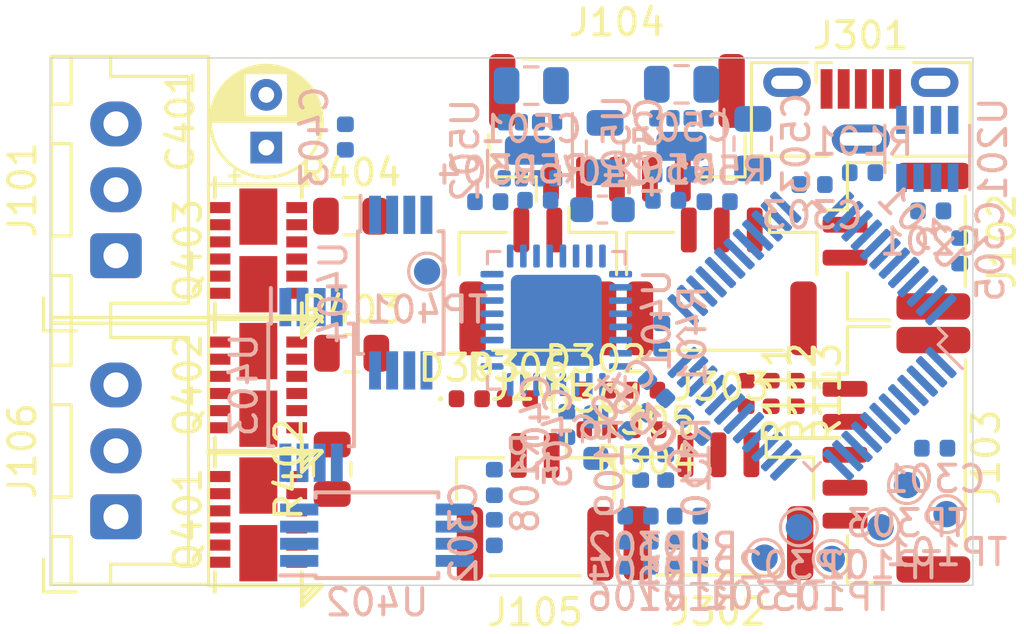
<source format=kicad_pcb>
(kicad_pcb (version 20171130) (host pcbnew 5.1.4-3.fc30)

  (general
    (thickness 1.6)
    (drawings 4)
    (tracks 0)
    (zones 0)
    (modules 72)
    (nets 69)
  )

  (page A4)
  (layers
    (0 F.Cu signal)
    (31 B.Cu signal hide)
    (32 B.Adhes user hide)
    (33 F.Adhes user hide)
    (34 B.Paste user hide)
    (35 F.Paste user)
    (36 B.SilkS user hide)
    (37 F.SilkS user)
    (38 B.Mask user hide)
    (39 F.Mask user)
    (40 Dwgs.User user hide)
    (41 Cmts.User user hide)
    (42 Eco1.User user hide)
    (43 Eco2.User user hide)
    (44 Edge.Cuts user)
    (45 Margin user hide)
    (46 B.CrtYd user hide)
    (47 F.CrtYd user)
    (48 B.Fab user hide)
    (49 F.Fab user)
  )

  (setup
    (last_trace_width 0.25)
    (trace_clearance 0.2)
    (zone_clearance 0.508)
    (zone_45_only no)
    (trace_min 0.2)
    (via_size 0.8)
    (via_drill 0.4)
    (via_min_size 0.4)
    (via_min_drill 0.3)
    (uvia_size 0.3)
    (uvia_drill 0.1)
    (uvias_allowed no)
    (uvia_min_size 0.2)
    (uvia_min_drill 0.1)
    (edge_width 0.05)
    (segment_width 0.2)
    (pcb_text_width 0.3)
    (pcb_text_size 1.5 1.5)
    (mod_edge_width 0.12)
    (mod_text_size 1 1)
    (mod_text_width 0.15)
    (pad_size 1.524 1.524)
    (pad_drill 0.762)
    (pad_to_mask_clearance 0.051)
    (solder_mask_min_width 0.25)
    (aux_axis_origin 0 0)
    (visible_elements FFFFFF7F)
    (pcbplotparams
      (layerselection 0x010fc_ffffffff)
      (usegerberextensions false)
      (usegerberattributes false)
      (usegerberadvancedattributes false)
      (creategerberjobfile false)
      (excludeedgelayer true)
      (linewidth 0.100000)
      (plotframeref false)
      (viasonmask false)
      (mode 1)
      (useauxorigin false)
      (hpglpennumber 1)
      (hpglpenspeed 20)
      (hpglpendiameter 15.000000)
      (psnegative false)
      (psa4output false)
      (plotreference true)
      (plotvalue true)
      (plotinvisibletext false)
      (padsonsilk false)
      (subtractmaskfromsilk false)
      (outputformat 1)
      (mirror false)
      (drillshape 1)
      (scaleselection 1)
      (outputdirectory ""))
  )

  (net 0 "")
  (net 1 GND)
  (net 2 /Microcontroller/NRST)
  (net 3 /Microcontroller/VREF)
  (net 4 +3V3)
  (net 5 +24V)
  (net 6 /Motordriver/3V3_DRV)
  (net 7 /Motordriver/VCP)
  (net 8 /Motordriver/CPH)
  (net 9 /Motordriver/CPL)
  (net 10 +6V)
  (net 11 +5V)
  (net 12 "Net-(D301-Pad2)")
  (net 13 "Net-(D302-Pad2)")
  (net 14 "Net-(D303-Pad2)")
  (net 15 /Microcontroller/SWITCH)
  (net 16 /Microcontroller/HALL_W)
  (net 17 /Microcontroller/HALL_V)
  (net 18 /Microcontroller/HALL_U)
  (net 19 /Microcontroller/INDEX)
  (net 20 /Microcontroller/A)
  (net 21 /Microcontroller/B)
  (net 22 /Microcontroller/ADC_NTC)
  (net 23 /Motordriver/OUT_W)
  (net 24 /Motordriver/OUT_V)
  (net 25 /Motordriver/OUT_U)
  (net 26 "Net-(J201-Pad2)")
  (net 27 "Net-(J201-Pad1)")
  (net 28 /Microcontroller/USB_D-)
  (net 29 /Microcontroller/USB_D+)
  (net 30 /Microcontroller/UART_TX)
  (net 31 /Microcontroller/UART_RX)
  (net 32 /Microcontroller/SWDIO)
  (net 33 /Microcontroller/SWCLK)
  (net 34 "Net-(Q401-Pad14)")
  (net 35 "Net-(Q401-Pad4)")
  (net 36 "Net-(Q401-Pad12)")
  (net 37 "Net-(Q402-Pad14)")
  (net 38 "Net-(Q402-Pad4)")
  (net 39 "Net-(Q402-Pad12)")
  (net 40 "Net-(Q403-Pad14)")
  (net 41 "Net-(Q403-Pad4)")
  (net 42 "Net-(Q403-Pad12)")
  (net 43 /Microcontroller/Volt_W)
  (net 44 /Microcontroller/Volt_V)
  (net 45 /Microcontroller/Volt_U)
  (net 46 /Microcontroller/ADC_Vsupply)
  (net 47 /Microcontroller/DAC1)
  (net 48 /Microcontroller/DAC2)
  (net 49 /Motordriver/MISO)
  (net 50 "Net-(R501-Pad2)")
  (net 51 "Net-(R503-Pad2)")
  (net 52 /Microcontroller/BK)
  (net 53 "Net-(TP401-Pad1)")
  (net 54 /Can/CAN_RX)
  (net 55 /Can/CAN_TX)
  (net 56 /Motordriver/IN_W_P)
  (net 57 /Motordriver/IN_V_P)
  (net 58 /Motordriver/IN_U_P)
  (net 59 /Motordriver/IN_W_N)
  (net 60 /Motordriver/IN_V_N)
  (net 61 /Motordriver/IN_U_N)
  (net 62 /Motordriver/SCK)
  (net 63 /Motordriver/MOSI)
  (net 64 /Microcontroller/Curr_W)
  (net 65 /Microcontroller/Curr_V)
  (net 66 /Microcontroller/Curr_U)
  (net 67 /Microcontroller/~CS)
  (net 68 /Microcontroller/ENABLE)

  (net_class Default "This is the default net class."
    (clearance 0.2)
    (trace_width 0.25)
    (via_dia 0.8)
    (via_drill 0.4)
    (uvia_dia 0.3)
    (uvia_drill 0.1)
    (add_net +24V)
    (add_net +3V3)
    (add_net +5V)
    (add_net +6V)
    (add_net /Can/CAN_RX)
    (add_net /Can/CAN_TX)
    (add_net /Microcontroller/A)
    (add_net /Microcontroller/ADC_NTC)
    (add_net /Microcontroller/ADC_Vsupply)
    (add_net /Microcontroller/B)
    (add_net /Microcontroller/BK)
    (add_net /Microcontroller/Curr_U)
    (add_net /Microcontroller/Curr_V)
    (add_net /Microcontroller/Curr_W)
    (add_net /Microcontroller/DAC1)
    (add_net /Microcontroller/DAC2)
    (add_net /Microcontroller/ENABLE)
    (add_net /Microcontroller/HALL_U)
    (add_net /Microcontroller/HALL_V)
    (add_net /Microcontroller/HALL_W)
    (add_net /Microcontroller/INDEX)
    (add_net /Microcontroller/NRST)
    (add_net /Microcontroller/SWCLK)
    (add_net /Microcontroller/SWDIO)
    (add_net /Microcontroller/SWITCH)
    (add_net /Microcontroller/UART_RX)
    (add_net /Microcontroller/UART_TX)
    (add_net /Microcontroller/USB_D+)
    (add_net /Microcontroller/USB_D-)
    (add_net /Microcontroller/VREF)
    (add_net /Microcontroller/Volt_U)
    (add_net /Microcontroller/Volt_V)
    (add_net /Microcontroller/Volt_W)
    (add_net /Microcontroller/~CS)
    (add_net /Motordriver/3V3_DRV)
    (add_net /Motordriver/CPH)
    (add_net /Motordriver/CPL)
    (add_net /Motordriver/IN_U_N)
    (add_net /Motordriver/IN_U_P)
    (add_net /Motordriver/IN_V_N)
    (add_net /Motordriver/IN_V_P)
    (add_net /Motordriver/IN_W_N)
    (add_net /Motordriver/IN_W_P)
    (add_net /Motordriver/MISO)
    (add_net /Motordriver/MOSI)
    (add_net /Motordriver/OUT_U)
    (add_net /Motordriver/OUT_V)
    (add_net /Motordriver/OUT_W)
    (add_net /Motordriver/SCK)
    (add_net /Motordriver/VCP)
    (add_net GND)
    (add_net "Net-(D301-Pad2)")
    (add_net "Net-(D302-Pad2)")
    (add_net "Net-(D303-Pad2)")
    (add_net "Net-(J201-Pad1)")
    (add_net "Net-(J201-Pad2)")
    (add_net "Net-(J301-Pad1)")
    (add_net "Net-(J301-Pad4)")
    (add_net "Net-(Q401-Pad12)")
    (add_net "Net-(Q401-Pad14)")
    (add_net "Net-(Q401-Pad4)")
    (add_net "Net-(Q402-Pad12)")
    (add_net "Net-(Q402-Pad14)")
    (add_net "Net-(Q402-Pad4)")
    (add_net "Net-(Q403-Pad12)")
    (add_net "Net-(Q403-Pad14)")
    (add_net "Net-(Q403-Pad4)")
    (add_net "Net-(R501-Pad2)")
    (add_net "Net-(R503-Pad2)")
    (add_net "Net-(TP401-Pad1)")
    (add_net "Net-(U201-Pad5)")
    (add_net "Net-(U201-Pad8)")
    (add_net "Net-(U501-Pad7)")
    (add_net "Net-(U501-Pad8)")
    (add_net "Net-(U502-Pad7)")
    (add_net "Net-(U502-Pad8)")
  )

  (module Resistor_SMD:R_0402_1005Metric (layer F.Cu) (tedit 5B301BBD) (tstamp 5D88870F)
    (at 178.3 112.725 270)
    (descr "Resistor SMD 0402 (1005 Metric), square (rectangular) end terminal, IPC_7351 nominal, (Body size source: http://www.tortai-tech.com/upload/download/2011102023233369053.pdf), generated with kicad-footprint-generator")
    (tags resistor)
    (path /5DC6398A)
    (attr smd)
    (fp_text reference R113 (at 0 -1.17 90) (layer F.SilkS)
      (effects (font (size 1 1) (thickness 0.15)))
    )
    (fp_text value 10k (at 0 1.17 90) (layer F.Fab)
      (effects (font (size 1 1) (thickness 0.15)))
    )
    (fp_text user %R (at 0 0 90) (layer F.Fab)
      (effects (font (size 0.25 0.25) (thickness 0.04)))
    )
    (fp_line (start 0.93 0.47) (end -0.93 0.47) (layer F.CrtYd) (width 0.05))
    (fp_line (start 0.93 -0.47) (end 0.93 0.47) (layer F.CrtYd) (width 0.05))
    (fp_line (start -0.93 -0.47) (end 0.93 -0.47) (layer F.CrtYd) (width 0.05))
    (fp_line (start -0.93 0.47) (end -0.93 -0.47) (layer F.CrtYd) (width 0.05))
    (fp_line (start 0.5 0.25) (end -0.5 0.25) (layer F.Fab) (width 0.1))
    (fp_line (start 0.5 -0.25) (end 0.5 0.25) (layer F.Fab) (width 0.1))
    (fp_line (start -0.5 -0.25) (end 0.5 -0.25) (layer F.Fab) (width 0.1))
    (fp_line (start -0.5 0.25) (end -0.5 -0.25) (layer F.Fab) (width 0.1))
    (pad 2 smd roundrect (at 0.485 0 270) (size 0.59 0.64) (layers F.Cu F.Paste F.Mask) (roundrect_rratio 0.25)
      (net 18 /Microcontroller/HALL_U))
    (pad 1 smd roundrect (at -0.485 0 270) (size 0.59 0.64) (layers F.Cu F.Paste F.Mask) (roundrect_rratio 0.25)
      (net 11 +5V))
    (model ${KISYS3DMOD}/Resistor_SMD.3dshapes/R_0402_1005Metric.wrl
      (at (xyz 0 0 0))
      (scale (xyz 1 1 1))
      (rotate (xyz 0 0 0))
    )
  )

  (module Resistor_SMD:R_0402_1005Metric (layer F.Cu) (tedit 5B301BBD) (tstamp 5D888700)
    (at 177.35 112.725 270)
    (descr "Resistor SMD 0402 (1005 Metric), square (rectangular) end terminal, IPC_7351 nominal, (Body size source: http://www.tortai-tech.com/upload/download/2011102023233369053.pdf), generated with kicad-footprint-generator")
    (tags resistor)
    (path /5DC636E4)
    (attr smd)
    (fp_text reference R112 (at 0 -1.17 90) (layer F.SilkS)
      (effects (font (size 1 1) (thickness 0.15)))
    )
    (fp_text value 10k (at 0 1.17 90) (layer F.Fab)
      (effects (font (size 1 1) (thickness 0.15)))
    )
    (fp_text user %R (at 0 0 90) (layer F.Fab)
      (effects (font (size 0.25 0.25) (thickness 0.04)))
    )
    (fp_line (start 0.93 0.47) (end -0.93 0.47) (layer F.CrtYd) (width 0.05))
    (fp_line (start 0.93 -0.47) (end 0.93 0.47) (layer F.CrtYd) (width 0.05))
    (fp_line (start -0.93 -0.47) (end 0.93 -0.47) (layer F.CrtYd) (width 0.05))
    (fp_line (start -0.93 0.47) (end -0.93 -0.47) (layer F.CrtYd) (width 0.05))
    (fp_line (start 0.5 0.25) (end -0.5 0.25) (layer F.Fab) (width 0.1))
    (fp_line (start 0.5 -0.25) (end 0.5 0.25) (layer F.Fab) (width 0.1))
    (fp_line (start -0.5 -0.25) (end 0.5 -0.25) (layer F.Fab) (width 0.1))
    (fp_line (start -0.5 0.25) (end -0.5 -0.25) (layer F.Fab) (width 0.1))
    (pad 2 smd roundrect (at 0.485 0 270) (size 0.59 0.64) (layers F.Cu F.Paste F.Mask) (roundrect_rratio 0.25)
      (net 17 /Microcontroller/HALL_V))
    (pad 1 smd roundrect (at -0.485 0 270) (size 0.59 0.64) (layers F.Cu F.Paste F.Mask) (roundrect_rratio 0.25)
      (net 11 +5V))
    (model ${KISYS3DMOD}/Resistor_SMD.3dshapes/R_0402_1005Metric.wrl
      (at (xyz 0 0 0))
      (scale (xyz 1 1 1))
      (rotate (xyz 0 0 0))
    )
  )

  (module Resistor_SMD:R_0402_1005Metric (layer F.Cu) (tedit 5B301BBD) (tstamp 5D8886F1)
    (at 176.4 112.725 270)
    (descr "Resistor SMD 0402 (1005 Metric), square (rectangular) end terminal, IPC_7351 nominal, (Body size source: http://www.tortai-tech.com/upload/download/2011102023233369053.pdf), generated with kicad-footprint-generator")
    (tags resistor)
    (path /5DC6332F)
    (attr smd)
    (fp_text reference R111 (at 0 -1.17 90) (layer F.SilkS)
      (effects (font (size 1 1) (thickness 0.15)))
    )
    (fp_text value 10k (at 0 1.17 90) (layer F.Fab)
      (effects (font (size 1 1) (thickness 0.15)))
    )
    (fp_text user %R (at 0 0 90) (layer F.Fab)
      (effects (font (size 0.25 0.25) (thickness 0.04)))
    )
    (fp_line (start 0.93 0.47) (end -0.93 0.47) (layer F.CrtYd) (width 0.05))
    (fp_line (start 0.93 -0.47) (end 0.93 0.47) (layer F.CrtYd) (width 0.05))
    (fp_line (start -0.93 -0.47) (end 0.93 -0.47) (layer F.CrtYd) (width 0.05))
    (fp_line (start -0.93 0.47) (end -0.93 -0.47) (layer F.CrtYd) (width 0.05))
    (fp_line (start 0.5 0.25) (end -0.5 0.25) (layer F.Fab) (width 0.1))
    (fp_line (start 0.5 -0.25) (end 0.5 0.25) (layer F.Fab) (width 0.1))
    (fp_line (start -0.5 -0.25) (end 0.5 -0.25) (layer F.Fab) (width 0.1))
    (fp_line (start -0.5 0.25) (end -0.5 -0.25) (layer F.Fab) (width 0.1))
    (pad 2 smd roundrect (at 0.485 0 270) (size 0.59 0.64) (layers F.Cu F.Paste F.Mask) (roundrect_rratio 0.25)
      (net 16 /Microcontroller/HALL_W))
    (pad 1 smd roundrect (at -0.485 0 270) (size 0.59 0.64) (layers F.Cu F.Paste F.Mask) (roundrect_rratio 0.25)
      (net 11 +5V))
    (model ${KISYS3DMOD}/Resistor_SMD.3dshapes/R_0402_1005Metric.wrl
      (at (xyz 0 0 0))
      (scale (xyz 1 1 1))
      (rotate (xyz 0 0 0))
    )
  )

  (module Capacitor_SMD:C_0402_1005Metric (layer B.Cu) (tedit 5B301BBE) (tstamp 5D87FE60)
    (at 183.4 105.8)
    (descr "Capacitor SMD 0402 (1005 Metric), square (rectangular) end terminal, IPC_7351 nominal, (Body size source: http://www.tortai-tech.com/upload/download/2011102023233369053.pdf), generated with kicad-footprint-generator")
    (tags capacitor)
    (path /5DA8F67A/5DBDEFDE)
    (attr smd)
    (fp_text reference C201 (at 0 1.17) (layer B.SilkS)
      (effects (font (size 1 1) (thickness 0.15)) (justify mirror))
    )
    (fp_text value 100n (at 0 -1.17) (layer B.Fab)
      (effects (font (size 1 1) (thickness 0.15)) (justify mirror))
    )
    (fp_text user %R (at 0 0) (layer B.Fab)
      (effects (font (size 0.25 0.25) (thickness 0.04)) (justify mirror))
    )
    (fp_line (start 0.93 -0.47) (end -0.93 -0.47) (layer B.CrtYd) (width 0.05))
    (fp_line (start 0.93 0.47) (end 0.93 -0.47) (layer B.CrtYd) (width 0.05))
    (fp_line (start -0.93 0.47) (end 0.93 0.47) (layer B.CrtYd) (width 0.05))
    (fp_line (start -0.93 -0.47) (end -0.93 0.47) (layer B.CrtYd) (width 0.05))
    (fp_line (start 0.5 -0.25) (end -0.5 -0.25) (layer B.Fab) (width 0.1))
    (fp_line (start 0.5 0.25) (end 0.5 -0.25) (layer B.Fab) (width 0.1))
    (fp_line (start -0.5 0.25) (end 0.5 0.25) (layer B.Fab) (width 0.1))
    (fp_line (start -0.5 -0.25) (end -0.5 0.25) (layer B.Fab) (width 0.1))
    (pad 2 smd roundrect (at 0.485 0) (size 0.59 0.64) (layers B.Cu B.Paste B.Mask) (roundrect_rratio 0.25)
      (net 1 GND))
    (pad 1 smd roundrect (at -0.485 0) (size 0.59 0.64) (layers B.Cu B.Paste B.Mask) (roundrect_rratio 0.25)
      (net 4 +3V3))
    (model ${KISYS3DMOD}/Capacitor_SMD.3dshapes/C_0402_1005Metric.wrl
      (at (xyz 0 0 0))
      (scale (xyz 1 1 1))
      (rotate (xyz 0 0 0))
    )
  )

  (module Capacitor_SMD:C_0805_2012Metric (layer B.Cu) (tedit 5B36C52B) (tstamp 5D87C7E2)
    (at 173.95 101)
    (descr "Capacitor SMD 0805 (2012 Metric), square (rectangular) end terminal, IPC_7351 nominal, (Body size source: https://docs.google.com/spreadsheets/d/1BsfQQcO9C6DZCsRaXUlFlo91Tg2WpOkGARC1WS5S8t0/edit?usp=sharing), generated with kicad-footprint-generator")
    (tags capacitor)
    (path /5DDE4FF9/5DBCABDE)
    (attr smd)
    (fp_text reference C502 (at 0 1.65) (layer B.SilkS)
      (effects (font (size 1 1) (thickness 0.15)) (justify mirror))
    )
    (fp_text value "22µ 10V 0805" (at 0 -1.65) (layer B.Fab)
      (effects (font (size 1 1) (thickness 0.15)) (justify mirror))
    )
    (fp_text user %R (at 0 0) (layer B.Fab)
      (effects (font (size 0.5 0.5) (thickness 0.08)) (justify mirror))
    )
    (fp_line (start 1.68 -0.95) (end -1.68 -0.95) (layer B.CrtYd) (width 0.05))
    (fp_line (start 1.68 0.95) (end 1.68 -0.95) (layer B.CrtYd) (width 0.05))
    (fp_line (start -1.68 0.95) (end 1.68 0.95) (layer B.CrtYd) (width 0.05))
    (fp_line (start -1.68 -0.95) (end -1.68 0.95) (layer B.CrtYd) (width 0.05))
    (fp_line (start -0.258578 -0.71) (end 0.258578 -0.71) (layer B.SilkS) (width 0.12))
    (fp_line (start -0.258578 0.71) (end 0.258578 0.71) (layer B.SilkS) (width 0.12))
    (fp_line (start 1 -0.6) (end -1 -0.6) (layer B.Fab) (width 0.1))
    (fp_line (start 1 0.6) (end 1 -0.6) (layer B.Fab) (width 0.1))
    (fp_line (start -1 0.6) (end 1 0.6) (layer B.Fab) (width 0.1))
    (fp_line (start -1 -0.6) (end -1 0.6) (layer B.Fab) (width 0.1))
    (pad 2 smd roundrect (at 0.9375 0) (size 0.975 1.4) (layers B.Cu B.Paste B.Mask) (roundrect_rratio 0.25)
      (net 1 GND))
    (pad 1 smd roundrect (at -0.9375 0) (size 0.975 1.4) (layers B.Cu B.Paste B.Mask) (roundrect_rratio 0.25)
      (net 10 +6V))
    (model ${KISYS3DMOD}/Capacitor_SMD.3dshapes/C_0805_2012Metric.wrl
      (at (xyz 0 0 0))
      (scale (xyz 1 1 1))
      (rotate (xyz 0 0 0))
    )
  )

  (module Capacitor_SMD:C_0805_2012Metric (layer B.Cu) (tedit 5B36C52B) (tstamp 5D85A0AD)
    (at 168.25 101.05)
    (descr "Capacitor SMD 0805 (2012 Metric), square (rectangular) end terminal, IPC_7351 nominal, (Body size source: https://docs.google.com/spreadsheets/d/1BsfQQcO9C6DZCsRaXUlFlo91Tg2WpOkGARC1WS5S8t0/edit?usp=sharing), generated with kicad-footprint-generator")
    (tags capacitor)
    (path /5DDE4FF9/5DDE7CAB)
    (attr smd)
    (fp_text reference C501 (at 0 1.65) (layer B.SilkS)
      (effects (font (size 1 1) (thickness 0.15)) (justify mirror))
    )
    (fp_text value "22µ 10V 0805" (at 0 -1.65) (layer B.Fab)
      (effects (font (size 1 1) (thickness 0.15)) (justify mirror))
    )
    (fp_text user %R (at 0 0) (layer B.Fab)
      (effects (font (size 0.5 0.5) (thickness 0.08)) (justify mirror))
    )
    (fp_line (start 1.68 -0.95) (end -1.68 -0.95) (layer B.CrtYd) (width 0.05))
    (fp_line (start 1.68 0.95) (end 1.68 -0.95) (layer B.CrtYd) (width 0.05))
    (fp_line (start -1.68 0.95) (end 1.68 0.95) (layer B.CrtYd) (width 0.05))
    (fp_line (start -1.68 -0.95) (end -1.68 0.95) (layer B.CrtYd) (width 0.05))
    (fp_line (start -0.258578 -0.71) (end 0.258578 -0.71) (layer B.SilkS) (width 0.12))
    (fp_line (start -0.258578 0.71) (end 0.258578 0.71) (layer B.SilkS) (width 0.12))
    (fp_line (start 1 -0.6) (end -1 -0.6) (layer B.Fab) (width 0.1))
    (fp_line (start 1 0.6) (end 1 -0.6) (layer B.Fab) (width 0.1))
    (fp_line (start -1 0.6) (end 1 0.6) (layer B.Fab) (width 0.1))
    (fp_line (start -1 -0.6) (end -1 0.6) (layer B.Fab) (width 0.1))
    (pad 2 smd roundrect (at 0.9375 0) (size 0.975 1.4) (layers B.Cu B.Paste B.Mask) (roundrect_rratio 0.25)
      (net 1 GND))
    (pad 1 smd roundrect (at -0.9375 0) (size 0.975 1.4) (layers B.Cu B.Paste B.Mask) (roundrect_rratio 0.25)
      (net 10 +6V))
    (model ${KISYS3DMOD}/Capacitor_SMD.3dshapes/C_0805_2012Metric.wrl
      (at (xyz 0 0 0))
      (scale (xyz 1 1 1))
      (rotate (xyz 0 0 0))
    )
  )

  (module Capacitor_SMD:C_0805_2012Metric (layer B.Cu) (tedit 5B36C52B) (tstamp 5D85A0E0)
    (at 171.05 103.4 90)
    (descr "Capacitor SMD 0805 (2012 Metric), square (rectangular) end terminal, IPC_7351 nominal, (Body size source: https://docs.google.com/spreadsheets/d/1BsfQQcO9C6DZCsRaXUlFlo91Tg2WpOkGARC1WS5S8t0/edit?usp=sharing), generated with kicad-footprint-generator")
    (tags capacitor)
    (path /5DDE4FF9/5DDEDF89)
    (attr smd)
    (fp_text reference C504 (at 0 1.65 90) (layer B.SilkS)
      (effects (font (size 1 1) (thickness 0.15)) (justify mirror))
    )
    (fp_text value "22µ 10V 0805" (at 0 -1.65 90) (layer B.Fab)
      (effects (font (size 1 1) (thickness 0.15)) (justify mirror))
    )
    (fp_text user %R (at 0 0 90) (layer B.Fab)
      (effects (font (size 0.5 0.5) (thickness 0.08)) (justify mirror))
    )
    (fp_line (start 1.68 -0.95) (end -1.68 -0.95) (layer B.CrtYd) (width 0.05))
    (fp_line (start 1.68 0.95) (end 1.68 -0.95) (layer B.CrtYd) (width 0.05))
    (fp_line (start -1.68 0.95) (end 1.68 0.95) (layer B.CrtYd) (width 0.05))
    (fp_line (start -1.68 -0.95) (end -1.68 0.95) (layer B.CrtYd) (width 0.05))
    (fp_line (start -0.258578 -0.71) (end 0.258578 -0.71) (layer B.SilkS) (width 0.12))
    (fp_line (start -0.258578 0.71) (end 0.258578 0.71) (layer B.SilkS) (width 0.12))
    (fp_line (start 1 -0.6) (end -1 -0.6) (layer B.Fab) (width 0.1))
    (fp_line (start 1 0.6) (end 1 -0.6) (layer B.Fab) (width 0.1))
    (fp_line (start -1 0.6) (end 1 0.6) (layer B.Fab) (width 0.1))
    (fp_line (start -1 -0.6) (end -1 0.6) (layer B.Fab) (width 0.1))
    (pad 2 smd roundrect (at 0.9375 0 90) (size 0.975 1.4) (layers B.Cu B.Paste B.Mask) (roundrect_rratio 0.25)
      (net 1 GND))
    (pad 1 smd roundrect (at -0.9375 0 90) (size 0.975 1.4) (layers B.Cu B.Paste B.Mask) (roundrect_rratio 0.25)
      (net 11 +5V))
    (model ${KISYS3DMOD}/Capacitor_SMD.3dshapes/C_0805_2012Metric.wrl
      (at (xyz 0 0 0))
      (scale (xyz 1 1 1))
      (rotate (xyz 0 0 0))
    )
  )

  (module Capacitor_SMD:C_0805_2012Metric (layer B.Cu) (tedit 5B36C52B) (tstamp 5D85A0CF)
    (at 176.65 103.25 90)
    (descr "Capacitor SMD 0805 (2012 Metric), square (rectangular) end terminal, IPC_7351 nominal, (Body size source: https://docs.google.com/spreadsheets/d/1BsfQQcO9C6DZCsRaXUlFlo91Tg2WpOkGARC1WS5S8t0/edit?usp=sharing), generated with kicad-footprint-generator")
    (tags capacitor)
    (path /5DDE4FF9/5DDE794A)
    (attr smd)
    (fp_text reference C503 (at 0 1.65 90) (layer B.SilkS)
      (effects (font (size 1 1) (thickness 0.15)) (justify mirror))
    )
    (fp_text value "22µ 10V 0805" (at 0 -1.65 90) (layer B.Fab)
      (effects (font (size 1 1) (thickness 0.15)) (justify mirror))
    )
    (fp_text user %R (at 0 0 90) (layer B.Fab)
      (effects (font (size 0.5 0.5) (thickness 0.08)) (justify mirror))
    )
    (fp_line (start 1.68 -0.95) (end -1.68 -0.95) (layer B.CrtYd) (width 0.05))
    (fp_line (start 1.68 0.95) (end 1.68 -0.95) (layer B.CrtYd) (width 0.05))
    (fp_line (start -1.68 0.95) (end 1.68 0.95) (layer B.CrtYd) (width 0.05))
    (fp_line (start -1.68 -0.95) (end -1.68 0.95) (layer B.CrtYd) (width 0.05))
    (fp_line (start -0.258578 -0.71) (end 0.258578 -0.71) (layer B.SilkS) (width 0.12))
    (fp_line (start -0.258578 0.71) (end 0.258578 0.71) (layer B.SilkS) (width 0.12))
    (fp_line (start 1 -0.6) (end -1 -0.6) (layer B.Fab) (width 0.1))
    (fp_line (start 1 0.6) (end 1 -0.6) (layer B.Fab) (width 0.1))
    (fp_line (start -1 0.6) (end 1 0.6) (layer B.Fab) (width 0.1))
    (fp_line (start -1 -0.6) (end -1 0.6) (layer B.Fab) (width 0.1))
    (pad 2 smd roundrect (at 0.9375 0 90) (size 0.975 1.4) (layers B.Cu B.Paste B.Mask) (roundrect_rratio 0.25)
      (net 1 GND))
    (pad 1 smd roundrect (at -0.9375 0 90) (size 0.975 1.4) (layers B.Cu B.Paste B.Mask) (roundrect_rratio 0.25)
      (net 4 +3V3))
    (model ${KISYS3DMOD}/Capacitor_SMD.3dshapes/C_0805_2012Metric.wrl
      (at (xyz 0 0 0))
      (scale (xyz 1 1 1))
      (rotate (xyz 0 0 0))
    )
  )

  (module Package_LGA:Texas_SIL0008D_MicroSiP-8-1EP_2.8x3mm_P0.65mm_EP1.1x1.9mm (layer B.Cu) (tedit 5CF944E9) (tstamp 5D85A55E)
    (at 168.2 103.5 270)
    (descr "Texas SIL0008D MicroSiP, 8 Pin (http://www.ti.com/lit/ds/symlink/tps82130.pdf#page=19), generated with kicad-footprint-generator ipc_noLead_generator.py")
    (tags "Texas MicroSiP NoLead")
    (path /5DDE4FF9/5DDEDF6B)
    (attr smd)
    (fp_text reference U502 (at 0 2.45 90) (layer B.SilkS)
      (effects (font (size 1 1) (thickness 0.15)) (justify mirror))
    )
    (fp_text value TPS82150 (at 0 -2.45 90) (layer B.Fab)
      (effects (font (size 1 1) (thickness 0.15)) (justify mirror))
    )
    (fp_text user %R (at 0 0 90) (layer B.Fab)
      (effects (font (size 0.7 0.7) (thickness 0.1)) (justify mirror))
    )
    (fp_line (start 1.65 1.75) (end -1.65 1.75) (layer B.CrtYd) (width 0.05))
    (fp_line (start 1.65 -1.75) (end 1.65 1.75) (layer B.CrtYd) (width 0.05))
    (fp_line (start -1.65 -1.75) (end 1.65 -1.75) (layer B.CrtYd) (width 0.05))
    (fp_line (start -1.65 1.75) (end -1.65 -1.75) (layer B.CrtYd) (width 0.05))
    (fp_line (start -1.4 0.8) (end -0.7 1.5) (layer B.Fab) (width 0.1))
    (fp_line (start -1.4 -1.5) (end -1.4 0.8) (layer B.Fab) (width 0.1))
    (fp_line (start 1.4 -1.5) (end -1.4 -1.5) (layer B.Fab) (width 0.1))
    (fp_line (start 1.4 1.5) (end 1.4 -1.5) (layer B.Fab) (width 0.1))
    (fp_line (start -0.7 1.5) (end 1.4 1.5) (layer B.Fab) (width 0.1))
    (fp_line (start -1.4 -1.61) (end 1.4 -1.61) (layer B.SilkS) (width 0.12))
    (fp_line (start 0 1.61) (end 1.4 1.61) (layer B.SilkS) (width 0.12))
    (pad 8 smd roundrect (at 1.0625 0.975 270) (size 0.625 0.5) (layers B.Cu B.Paste B.Mask) (roundrect_rratio 0.25))
    (pad 7 smd roundrect (at 1.0625 0.325 270) (size 0.625 0.5) (layers B.Cu B.Paste B.Mask) (roundrect_rratio 0.25))
    (pad 6 smd roundrect (at 1.0625 -0.325 270) (size 0.625 0.5) (layers B.Cu B.Paste B.Mask) (roundrect_rratio 0.25)
      (net 51 "Net-(R503-Pad2)"))
    (pad 5 smd roundrect (at 1.0625 -0.975 270) (size 0.625 0.5) (layers B.Cu B.Paste B.Mask) (roundrect_rratio 0.25)
      (net 11 +5V))
    (pad 4 smd roundrect (at -1.0625 -0.975 270) (size 0.625 0.5) (layers B.Cu B.Paste B.Mask) (roundrect_rratio 0.25)
      (net 11 +5V))
    (pad 3 smd roundrect (at -1.0625 -0.325 270) (size 0.625 0.5) (layers B.Cu B.Paste B.Mask) (roundrect_rratio 0.25)
      (net 1 GND))
    (pad 2 smd roundrect (at -1.0625 0.325 270) (size 0.625 0.5) (layers B.Cu B.Paste B.Mask) (roundrect_rratio 0.25)
      (net 10 +6V))
    (pad 1 smd roundrect (at -1.0625 0.975 270) (size 0.625 0.5) (layers B.Cu B.Paste B.Mask) (roundrect_rratio 0.25)
      (net 10 +6V))
    (pad "" smd roundrect (at 0 -0.63 270) (size 0.89 0.51) (layers B.Paste) (roundrect_rratio 0.25))
    (pad "" smd roundrect (at 0 0 270) (size 0.89 0.51) (layers B.Paste) (roundrect_rratio 0.25))
    (pad "" smd roundrect (at 0 0.63 270) (size 0.89 0.51) (layers B.Paste) (roundrect_rratio 0.25))
    (pad 9 smd roundrect (at 0 0 270) (size 1.1 1.9) (layers B.Cu B.Mask) (roundrect_rratio 0.227273)
      (net 1 GND))
    (model ${KISYS3DMOD}/Package_LGA.3dshapes/Texas_SIL0008D_MicroSiP-8-1EP_2.8x3mm_P0.65mm_EP1.1x1.9mm.wrl
      (at (xyz 0 0 0))
      (scale (xyz 1 1 1))
      (rotate (xyz 0 0 0))
    )
  )

  (module Package_LGA:Texas_SIL0008D_MicroSiP-8-1EP_2.8x3mm_P0.65mm_EP1.1x1.9mm (layer B.Cu) (tedit 5CF944E9) (tstamp 5D85A542)
    (at 173.95 103.35 270)
    (descr "Texas SIL0008D MicroSiP, 8 Pin (http://www.ti.com/lit/ds/symlink/tps82130.pdf#page=19), generated with kicad-footprint-generator ipc_noLead_generator.py")
    (tags "Texas MicroSiP NoLead")
    (path /5DDE4FF9/5DDE5482)
    (attr smd)
    (fp_text reference U501 (at 0 2.45 90) (layer B.SilkS)
      (effects (font (size 1 1) (thickness 0.15)) (justify mirror))
    )
    (fp_text value TPS82150 (at 0 -2.45 90) (layer B.Fab)
      (effects (font (size 1 1) (thickness 0.15)) (justify mirror))
    )
    (fp_text user %R (at 0 0 90) (layer B.Fab)
      (effects (font (size 0.7 0.7) (thickness 0.1)) (justify mirror))
    )
    (fp_line (start 1.65 1.75) (end -1.65 1.75) (layer B.CrtYd) (width 0.05))
    (fp_line (start 1.65 -1.75) (end 1.65 1.75) (layer B.CrtYd) (width 0.05))
    (fp_line (start -1.65 -1.75) (end 1.65 -1.75) (layer B.CrtYd) (width 0.05))
    (fp_line (start -1.65 1.75) (end -1.65 -1.75) (layer B.CrtYd) (width 0.05))
    (fp_line (start -1.4 0.8) (end -0.7 1.5) (layer B.Fab) (width 0.1))
    (fp_line (start -1.4 -1.5) (end -1.4 0.8) (layer B.Fab) (width 0.1))
    (fp_line (start 1.4 -1.5) (end -1.4 -1.5) (layer B.Fab) (width 0.1))
    (fp_line (start 1.4 1.5) (end 1.4 -1.5) (layer B.Fab) (width 0.1))
    (fp_line (start -0.7 1.5) (end 1.4 1.5) (layer B.Fab) (width 0.1))
    (fp_line (start -1.4 -1.61) (end 1.4 -1.61) (layer B.SilkS) (width 0.12))
    (fp_line (start 0 1.61) (end 1.4 1.61) (layer B.SilkS) (width 0.12))
    (pad 8 smd roundrect (at 1.0625 0.975 270) (size 0.625 0.5) (layers B.Cu B.Paste B.Mask) (roundrect_rratio 0.25))
    (pad 7 smd roundrect (at 1.0625 0.325 270) (size 0.625 0.5) (layers B.Cu B.Paste B.Mask) (roundrect_rratio 0.25))
    (pad 6 smd roundrect (at 1.0625 -0.325 270) (size 0.625 0.5) (layers B.Cu B.Paste B.Mask) (roundrect_rratio 0.25)
      (net 50 "Net-(R501-Pad2)"))
    (pad 5 smd roundrect (at 1.0625 -0.975 270) (size 0.625 0.5) (layers B.Cu B.Paste B.Mask) (roundrect_rratio 0.25)
      (net 4 +3V3))
    (pad 4 smd roundrect (at -1.0625 -0.975 270) (size 0.625 0.5) (layers B.Cu B.Paste B.Mask) (roundrect_rratio 0.25)
      (net 4 +3V3))
    (pad 3 smd roundrect (at -1.0625 -0.325 270) (size 0.625 0.5) (layers B.Cu B.Paste B.Mask) (roundrect_rratio 0.25)
      (net 1 GND))
    (pad 2 smd roundrect (at -1.0625 0.325 270) (size 0.625 0.5) (layers B.Cu B.Paste B.Mask) (roundrect_rratio 0.25)
      (net 10 +6V))
    (pad 1 smd roundrect (at -1.0625 0.975 270) (size 0.625 0.5) (layers B.Cu B.Paste B.Mask) (roundrect_rratio 0.25)
      (net 10 +6V))
    (pad "" smd roundrect (at 0 -0.63 270) (size 0.89 0.51) (layers B.Paste) (roundrect_rratio 0.25))
    (pad "" smd roundrect (at 0 0 270) (size 0.89 0.51) (layers B.Paste) (roundrect_rratio 0.25))
    (pad "" smd roundrect (at 0 0.63 270) (size 0.89 0.51) (layers B.Paste) (roundrect_rratio 0.25))
    (pad 9 smd roundrect (at 0 0 270) (size 1.1 1.9) (layers B.Cu B.Mask) (roundrect_rratio 0.227273)
      (net 1 GND))
    (model ${KISYS3DMOD}/Package_LGA.3dshapes/Texas_SIL0008D_MicroSiP-8-1EP_2.8x3mm_P0.65mm_EP1.1x1.9mm.wrl
      (at (xyz 0 0 0))
      (scale (xyz 1 1 1))
      (rotate (xyz 0 0 0))
    )
  )

  (module Package_SO:TSSOP-8_4.4x3mm_P0.65mm (layer B.Cu) (tedit 5A02F25C) (tstamp 5D865E26)
    (at 163.3 108.9 270)
    (descr "8-Lead Plastic Thin Shrink Small Outline (ST)-4.4 mm Body [TSSOP] (see Microchip Packaging Specification 00000049BS.pdf)")
    (tags "SSOP 0.65")
    (path /5DD6FA6F/5D9F0A6C)
    (attr smd)
    (fp_text reference U404 (at 0 2.55 90) (layer B.SilkS)
      (effects (font (size 1 1) (thickness 0.15)) (justify mirror))
    )
    (fp_text value INA240A2PW (at 0 -2.55 90) (layer B.Fab)
      (effects (font (size 1 1) (thickness 0.15)) (justify mirror))
    )
    (fp_text user %R (at 0 0 90) (layer B.Fab)
      (effects (font (size 0.7 0.7) (thickness 0.15)) (justify mirror))
    )
    (fp_line (start -2.325 1.525) (end -3.675 1.525) (layer B.SilkS) (width 0.15))
    (fp_line (start -2.325 -1.625) (end 2.325 -1.625) (layer B.SilkS) (width 0.15))
    (fp_line (start -2.325 1.625) (end 2.325 1.625) (layer B.SilkS) (width 0.15))
    (fp_line (start -2.325 -1.625) (end -2.325 -1.425) (layer B.SilkS) (width 0.15))
    (fp_line (start 2.325 -1.625) (end 2.325 -1.425) (layer B.SilkS) (width 0.15))
    (fp_line (start 2.325 1.625) (end 2.325 1.425) (layer B.SilkS) (width 0.15))
    (fp_line (start -2.325 1.625) (end -2.325 1.525) (layer B.SilkS) (width 0.15))
    (fp_line (start -3.95 -1.8) (end 3.95 -1.8) (layer B.CrtYd) (width 0.05))
    (fp_line (start -3.95 1.8) (end 3.95 1.8) (layer B.CrtYd) (width 0.05))
    (fp_line (start 3.95 1.8) (end 3.95 -1.8) (layer B.CrtYd) (width 0.05))
    (fp_line (start -3.95 1.8) (end -3.95 -1.8) (layer B.CrtYd) (width 0.05))
    (fp_line (start -2.2 0.5) (end -1.2 1.5) (layer B.Fab) (width 0.15))
    (fp_line (start -2.2 -1.5) (end -2.2 0.5) (layer B.Fab) (width 0.15))
    (fp_line (start 2.2 -1.5) (end -2.2 -1.5) (layer B.Fab) (width 0.15))
    (fp_line (start 2.2 1.5) (end 2.2 -1.5) (layer B.Fab) (width 0.15))
    (fp_line (start -1.2 1.5) (end 2.2 1.5) (layer B.Fab) (width 0.15))
    (pad 8 smd rect (at 2.95 0.975 270) (size 1.45 0.45) (layers B.Cu B.Paste B.Mask)
      (net 64 /Microcontroller/Curr_W))
    (pad 7 smd rect (at 2.95 0.325 270) (size 1.45 0.45) (layers B.Cu B.Paste B.Mask)
      (net 1 GND))
    (pad 6 smd rect (at 2.95 -0.325 270) (size 1.45 0.45) (layers B.Cu B.Paste B.Mask)
      (net 3 /Microcontroller/VREF))
    (pad 5 smd rect (at 2.95 -0.975 270) (size 1.45 0.45) (layers B.Cu B.Paste B.Mask)
      (net 4 +3V3))
    (pad 4 smd rect (at -2.95 -0.975 270) (size 1.45 0.45) (layers B.Cu B.Paste B.Mask)
      (net 1 GND))
    (pad 3 smd rect (at -2.95 -0.325 270) (size 1.45 0.45) (layers B.Cu B.Paste B.Mask)
      (net 1 GND))
    (pad 2 smd rect (at -2.95 0.325 270) (size 1.45 0.45) (layers B.Cu B.Paste B.Mask)
      (net 40 "Net-(Q403-Pad14)"))
    (pad 1 smd rect (at -2.95 0.975 270) (size 1.45 0.45) (layers B.Cu B.Paste B.Mask)
      (net 1 GND))
    (model ${KISYS3DMOD}/Package_SO.3dshapes/TSSOP-8_4.4x3mm_P0.65mm.wrl
      (at (xyz 0 0 0))
      (scale (xyz 1 1 1))
      (rotate (xyz 0 0 0))
    )
  )

  (module Package_SO:TSSOP-8_4.4x3mm_P0.65mm (layer B.Cu) (tedit 5A02F25C) (tstamp 5D85A509)
    (at 159.9 112.4 270)
    (descr "8-Lead Plastic Thin Shrink Small Outline (ST)-4.4 mm Body [TSSOP] (see Microchip Packaging Specification 00000049BS.pdf)")
    (tags "SSOP 0.65")
    (path /5DD6FA6F/5E0BC00C)
    (attr smd)
    (fp_text reference U403 (at 0 2.55 90) (layer B.SilkS)
      (effects (font (size 1 1) (thickness 0.15)) (justify mirror))
    )
    (fp_text value INA240A2PW (at 0 -2.55 90) (layer B.Fab)
      (effects (font (size 1 1) (thickness 0.15)) (justify mirror))
    )
    (fp_text user %R (at 0 0 90) (layer B.Fab)
      (effects (font (size 0.7 0.7) (thickness 0.15)) (justify mirror))
    )
    (fp_line (start -2.325 1.525) (end -3.675 1.525) (layer B.SilkS) (width 0.15))
    (fp_line (start -2.325 -1.625) (end 2.325 -1.625) (layer B.SilkS) (width 0.15))
    (fp_line (start -2.325 1.625) (end 2.325 1.625) (layer B.SilkS) (width 0.15))
    (fp_line (start -2.325 -1.625) (end -2.325 -1.425) (layer B.SilkS) (width 0.15))
    (fp_line (start 2.325 -1.625) (end 2.325 -1.425) (layer B.SilkS) (width 0.15))
    (fp_line (start 2.325 1.625) (end 2.325 1.425) (layer B.SilkS) (width 0.15))
    (fp_line (start -2.325 1.625) (end -2.325 1.525) (layer B.SilkS) (width 0.15))
    (fp_line (start -3.95 -1.8) (end 3.95 -1.8) (layer B.CrtYd) (width 0.05))
    (fp_line (start -3.95 1.8) (end 3.95 1.8) (layer B.CrtYd) (width 0.05))
    (fp_line (start 3.95 1.8) (end 3.95 -1.8) (layer B.CrtYd) (width 0.05))
    (fp_line (start -3.95 1.8) (end -3.95 -1.8) (layer B.CrtYd) (width 0.05))
    (fp_line (start -2.2 0.5) (end -1.2 1.5) (layer B.Fab) (width 0.15))
    (fp_line (start -2.2 -1.5) (end -2.2 0.5) (layer B.Fab) (width 0.15))
    (fp_line (start 2.2 -1.5) (end -2.2 -1.5) (layer B.Fab) (width 0.15))
    (fp_line (start 2.2 1.5) (end 2.2 -1.5) (layer B.Fab) (width 0.15))
    (fp_line (start -1.2 1.5) (end 2.2 1.5) (layer B.Fab) (width 0.15))
    (pad 8 smd rect (at 2.95 0.975 270) (size 1.45 0.45) (layers B.Cu B.Paste B.Mask)
      (net 65 /Microcontroller/Curr_V))
    (pad 7 smd rect (at 2.95 0.325 270) (size 1.45 0.45) (layers B.Cu B.Paste B.Mask)
      (net 1 GND))
    (pad 6 smd rect (at 2.95 -0.325 270) (size 1.45 0.45) (layers B.Cu B.Paste B.Mask)
      (net 3 /Microcontroller/VREF))
    (pad 5 smd rect (at 2.95 -0.975 270) (size 1.45 0.45) (layers B.Cu B.Paste B.Mask)
      (net 4 +3V3))
    (pad 4 smd rect (at -2.95 -0.975 270) (size 1.45 0.45) (layers B.Cu B.Paste B.Mask)
      (net 1 GND))
    (pad 3 smd rect (at -2.95 -0.325 270) (size 1.45 0.45) (layers B.Cu B.Paste B.Mask)
      (net 1 GND))
    (pad 2 smd rect (at -2.95 0.325 270) (size 1.45 0.45) (layers B.Cu B.Paste B.Mask)
      (net 37 "Net-(Q402-Pad14)"))
    (pad 1 smd rect (at -2.95 0.975 270) (size 1.45 0.45) (layers B.Cu B.Paste B.Mask)
      (net 1 GND))
    (model ${KISYS3DMOD}/Package_SO.3dshapes/TSSOP-8_4.4x3mm_P0.65mm.wrl
      (at (xyz 0 0 0))
      (scale (xyz 1 1 1))
      (rotate (xyz 0 0 0))
    )
  )

  (module Package_SO:TSSOP-8_4.4x3mm_P0.65mm (layer B.Cu) (tedit 5A02F25C) (tstamp 5D85A4EC)
    (at 162.4 118.1)
    (descr "8-Lead Plastic Thin Shrink Small Outline (ST)-4.4 mm Body [TSSOP] (see Microchip Packaging Specification 00000049BS.pdf)")
    (tags "SSOP 0.65")
    (path /5DD6FA6F/5D9FEF95)
    (attr smd)
    (fp_text reference U402 (at 0 2.55) (layer B.SilkS)
      (effects (font (size 1 1) (thickness 0.15)) (justify mirror))
    )
    (fp_text value INA240A2PW (at 0 -2.55) (layer B.Fab)
      (effects (font (size 1 1) (thickness 0.15)) (justify mirror))
    )
    (fp_text user %R (at 0 0) (layer B.Fab)
      (effects (font (size 0.7 0.7) (thickness 0.15)) (justify mirror))
    )
    (fp_line (start -2.325 1.525) (end -3.675 1.525) (layer B.SilkS) (width 0.15))
    (fp_line (start -2.325 -1.625) (end 2.325 -1.625) (layer B.SilkS) (width 0.15))
    (fp_line (start -2.325 1.625) (end 2.325 1.625) (layer B.SilkS) (width 0.15))
    (fp_line (start -2.325 -1.625) (end -2.325 -1.425) (layer B.SilkS) (width 0.15))
    (fp_line (start 2.325 -1.625) (end 2.325 -1.425) (layer B.SilkS) (width 0.15))
    (fp_line (start 2.325 1.625) (end 2.325 1.425) (layer B.SilkS) (width 0.15))
    (fp_line (start -2.325 1.625) (end -2.325 1.525) (layer B.SilkS) (width 0.15))
    (fp_line (start -3.95 -1.8) (end 3.95 -1.8) (layer B.CrtYd) (width 0.05))
    (fp_line (start -3.95 1.8) (end 3.95 1.8) (layer B.CrtYd) (width 0.05))
    (fp_line (start 3.95 1.8) (end 3.95 -1.8) (layer B.CrtYd) (width 0.05))
    (fp_line (start -3.95 1.8) (end -3.95 -1.8) (layer B.CrtYd) (width 0.05))
    (fp_line (start -2.2 0.5) (end -1.2 1.5) (layer B.Fab) (width 0.15))
    (fp_line (start -2.2 -1.5) (end -2.2 0.5) (layer B.Fab) (width 0.15))
    (fp_line (start 2.2 -1.5) (end -2.2 -1.5) (layer B.Fab) (width 0.15))
    (fp_line (start 2.2 1.5) (end 2.2 -1.5) (layer B.Fab) (width 0.15))
    (fp_line (start -1.2 1.5) (end 2.2 1.5) (layer B.Fab) (width 0.15))
    (pad 8 smd rect (at 2.95 0.975) (size 1.45 0.45) (layers B.Cu B.Paste B.Mask)
      (net 66 /Microcontroller/Curr_U))
    (pad 7 smd rect (at 2.95 0.325) (size 1.45 0.45) (layers B.Cu B.Paste B.Mask)
      (net 1 GND))
    (pad 6 smd rect (at 2.95 -0.325) (size 1.45 0.45) (layers B.Cu B.Paste B.Mask)
      (net 3 /Microcontroller/VREF))
    (pad 5 smd rect (at 2.95 -0.975) (size 1.45 0.45) (layers B.Cu B.Paste B.Mask)
      (net 4 +3V3))
    (pad 4 smd rect (at -2.95 -0.975) (size 1.45 0.45) (layers B.Cu B.Paste B.Mask)
      (net 1 GND))
    (pad 3 smd rect (at -2.95 -0.325) (size 1.45 0.45) (layers B.Cu B.Paste B.Mask)
      (net 1 GND))
    (pad 2 smd rect (at -2.95 0.325) (size 1.45 0.45) (layers B.Cu B.Paste B.Mask)
      (net 34 "Net-(Q401-Pad14)"))
    (pad 1 smd rect (at -2.95 0.975) (size 1.45 0.45) (layers B.Cu B.Paste B.Mask)
      (net 1 GND))
    (model ${KISYS3DMOD}/Package_SO.3dshapes/TSSOP-8_4.4x3mm_P0.65mm.wrl
      (at (xyz 0 0 0))
      (scale (xyz 1 1 1))
      (rotate (xyz 0 0 0))
    )
  )

  (module Package_DFN_QFN:QFN-32-1EP_5x5mm_P0.5mm_EP3.45x3.45mm (layer B.Cu) (tedit 5B4E85CE) (tstamp 5D884AE6)
    (at 169.2 109.95 90)
    (descr "QFN, 32 Pin (http://www.analog.com/media/en/package-pcb-resources/package/pkg_pdf/ltc-legacy-qfn/QFN_32_05-08-1693.pdf), generated with kicad-footprint-generator ipc_dfn_qfn_generator.py")
    (tags "QFN DFN_QFN")
    (path /5DD6FA6F/5DDF3E70)
    (attr smd)
    (fp_text reference U401 (at 0 3.82 90) (layer B.SilkS)
      (effects (font (size 1 1) (thickness 0.15)) (justify mirror))
    )
    (fp_text value DRV8320S (at 0 -3.82 90) (layer B.Fab)
      (effects (font (size 1 1) (thickness 0.15)) (justify mirror))
    )
    (fp_text user %R (at 0 0 90) (layer B.Fab)
      (effects (font (size 1 1) (thickness 0.15)) (justify mirror))
    )
    (fp_line (start 3.12 3.12) (end -3.12 3.12) (layer B.CrtYd) (width 0.05))
    (fp_line (start 3.12 -3.12) (end 3.12 3.12) (layer B.CrtYd) (width 0.05))
    (fp_line (start -3.12 -3.12) (end 3.12 -3.12) (layer B.CrtYd) (width 0.05))
    (fp_line (start -3.12 3.12) (end -3.12 -3.12) (layer B.CrtYd) (width 0.05))
    (fp_line (start -2.5 1.5) (end -1.5 2.5) (layer B.Fab) (width 0.1))
    (fp_line (start -2.5 -2.5) (end -2.5 1.5) (layer B.Fab) (width 0.1))
    (fp_line (start 2.5 -2.5) (end -2.5 -2.5) (layer B.Fab) (width 0.1))
    (fp_line (start 2.5 2.5) (end 2.5 -2.5) (layer B.Fab) (width 0.1))
    (fp_line (start -1.5 2.5) (end 2.5 2.5) (layer B.Fab) (width 0.1))
    (fp_line (start -2.135 2.61) (end -2.61 2.61) (layer B.SilkS) (width 0.12))
    (fp_line (start 2.61 -2.61) (end 2.61 -2.135) (layer B.SilkS) (width 0.12))
    (fp_line (start 2.135 -2.61) (end 2.61 -2.61) (layer B.SilkS) (width 0.12))
    (fp_line (start -2.61 -2.61) (end -2.61 -2.135) (layer B.SilkS) (width 0.12))
    (fp_line (start -2.135 -2.61) (end -2.61 -2.61) (layer B.SilkS) (width 0.12))
    (fp_line (start 2.61 2.61) (end 2.61 2.135) (layer B.SilkS) (width 0.12))
    (fp_line (start 2.135 2.61) (end 2.61 2.61) (layer B.SilkS) (width 0.12))
    (pad 32 smd roundrect (at -1.75 2.4375 90) (size 0.25 0.875) (layers B.Cu B.Paste B.Mask) (roundrect_rratio 0.25)
      (net 9 /Motordriver/CPL))
    (pad 31 smd roundrect (at -1.25 2.4375 90) (size 0.25 0.875) (layers B.Cu B.Paste B.Mask) (roundrect_rratio 0.25)
      (net 1 GND))
    (pad 30 smd roundrect (at -0.75 2.4375 90) (size 0.25 0.875) (layers B.Cu B.Paste B.Mask) (roundrect_rratio 0.25)
      (net 59 /Motordriver/IN_W_N))
    (pad 29 smd roundrect (at -0.25 2.4375 90) (size 0.25 0.875) (layers B.Cu B.Paste B.Mask) (roundrect_rratio 0.25)
      (net 56 /Motordriver/IN_W_P))
    (pad 28 smd roundrect (at 0.25 2.4375 90) (size 0.25 0.875) (layers B.Cu B.Paste B.Mask) (roundrect_rratio 0.25)
      (net 60 /Motordriver/IN_V_N))
    (pad 27 smd roundrect (at 0.75 2.4375 90) (size 0.25 0.875) (layers B.Cu B.Paste B.Mask) (roundrect_rratio 0.25)
      (net 57 /Motordriver/IN_V_P))
    (pad 26 smd roundrect (at 1.25 2.4375 90) (size 0.25 0.875) (layers B.Cu B.Paste B.Mask) (roundrect_rratio 0.25)
      (net 61 /Motordriver/IN_U_N))
    (pad 25 smd roundrect (at 1.75 2.4375 90) (size 0.25 0.875) (layers B.Cu B.Paste B.Mask) (roundrect_rratio 0.25)
      (net 58 /Motordriver/IN_U_P))
    (pad 24 smd roundrect (at 2.4375 1.75 90) (size 0.875 0.25) (layers B.Cu B.Paste B.Mask) (roundrect_rratio 0.25)
      (net 6 /Motordriver/3V3_DRV))
    (pad 23 smd roundrect (at 2.4375 1.25 90) (size 0.875 0.25) (layers B.Cu B.Paste B.Mask) (roundrect_rratio 0.25)
      (net 1 GND))
    (pad 22 smd roundrect (at 2.4375 0.75 90) (size 0.875 0.25) (layers B.Cu B.Paste B.Mask) (roundrect_rratio 0.25)
      (net 68 /Microcontroller/ENABLE))
    (pad 21 smd roundrect (at 2.4375 0.25 90) (size 0.875 0.25) (layers B.Cu B.Paste B.Mask) (roundrect_rratio 0.25)
      (net 67 /Microcontroller/~CS))
    (pad 20 smd roundrect (at 2.4375 -0.25 90) (size 0.875 0.25) (layers B.Cu B.Paste B.Mask) (roundrect_rratio 0.25)
      (net 62 /Motordriver/SCK))
    (pad 19 smd roundrect (at 2.4375 -0.75 90) (size 0.875 0.25) (layers B.Cu B.Paste B.Mask) (roundrect_rratio 0.25)
      (net 63 /Motordriver/MOSI))
    (pad 18 smd roundrect (at 2.4375 -1.25 90) (size 0.875 0.25) (layers B.Cu B.Paste B.Mask) (roundrect_rratio 0.25)
      (net 49 /Motordriver/MISO))
    (pad 17 smd roundrect (at 2.4375 -1.75 90) (size 0.875 0.25) (layers B.Cu B.Paste B.Mask) (roundrect_rratio 0.25)
      (net 53 "Net-(TP401-Pad1)"))
    (pad 16 smd roundrect (at 1.75 -2.4375 90) (size 0.25 0.875) (layers B.Cu B.Paste B.Mask) (roundrect_rratio 0.25)
      (net 40 "Net-(Q403-Pad14)"))
    (pad 15 smd roundrect (at 1.25 -2.4375 90) (size 0.25 0.875) (layers B.Cu B.Paste B.Mask) (roundrect_rratio 0.25)
      (net 41 "Net-(Q403-Pad4)"))
    (pad 14 smd roundrect (at 0.75 -2.4375 90) (size 0.25 0.875) (layers B.Cu B.Paste B.Mask) (roundrect_rratio 0.25)
      (net 23 /Motordriver/OUT_W))
    (pad 13 smd roundrect (at 0.25 -2.4375 90) (size 0.25 0.875) (layers B.Cu B.Paste B.Mask) (roundrect_rratio 0.25)
      (net 42 "Net-(Q403-Pad12)"))
    (pad 12 smd roundrect (at -0.25 -2.4375 90) (size 0.25 0.875) (layers B.Cu B.Paste B.Mask) (roundrect_rratio 0.25)
      (net 39 "Net-(Q402-Pad12)"))
    (pad 11 smd roundrect (at -0.75 -2.4375 90) (size 0.25 0.875) (layers B.Cu B.Paste B.Mask) (roundrect_rratio 0.25)
      (net 24 /Motordriver/OUT_V))
    (pad 10 smd roundrect (at -1.25 -2.4375 90) (size 0.25 0.875) (layers B.Cu B.Paste B.Mask) (roundrect_rratio 0.25)
      (net 38 "Net-(Q402-Pad4)"))
    (pad 9 smd roundrect (at -1.75 -2.4375 90) (size 0.25 0.875) (layers B.Cu B.Paste B.Mask) (roundrect_rratio 0.25)
      (net 37 "Net-(Q402-Pad14)"))
    (pad 8 smd roundrect (at -2.4375 -1.75 90) (size 0.875 0.25) (layers B.Cu B.Paste B.Mask) (roundrect_rratio 0.25)
      (net 34 "Net-(Q401-Pad14)"))
    (pad 7 smd roundrect (at -2.4375 -1.25 90) (size 0.875 0.25) (layers B.Cu B.Paste B.Mask) (roundrect_rratio 0.25)
      (net 35 "Net-(Q401-Pad4)"))
    (pad 6 smd roundrect (at -2.4375 -0.75 90) (size 0.875 0.25) (layers B.Cu B.Paste B.Mask) (roundrect_rratio 0.25)
      (net 25 /Motordriver/OUT_U))
    (pad 5 smd roundrect (at -2.4375 -0.25 90) (size 0.875 0.25) (layers B.Cu B.Paste B.Mask) (roundrect_rratio 0.25)
      (net 36 "Net-(Q401-Pad12)"))
    (pad 4 smd roundrect (at -2.4375 0.25 90) (size 0.875 0.25) (layers B.Cu B.Paste B.Mask) (roundrect_rratio 0.25)
      (net 5 +24V))
    (pad 3 smd roundrect (at -2.4375 0.75 90) (size 0.875 0.25) (layers B.Cu B.Paste B.Mask) (roundrect_rratio 0.25)
      (net 5 +24V))
    (pad 2 smd roundrect (at -2.4375 1.25 90) (size 0.875 0.25) (layers B.Cu B.Paste B.Mask) (roundrect_rratio 0.25)
      (net 7 /Motordriver/VCP))
    (pad 1 smd roundrect (at -2.4375 1.75 90) (size 0.875 0.25) (layers B.Cu B.Paste B.Mask) (roundrect_rratio 0.25)
      (net 8 /Motordriver/CPH))
    (pad "" smd roundrect (at 1.15 -1.15 90) (size 0.93 0.93) (layers B.Paste) (roundrect_rratio 0.25))
    (pad "" smd roundrect (at 1.15 0 90) (size 0.93 0.93) (layers B.Paste) (roundrect_rratio 0.25))
    (pad "" smd roundrect (at 1.15 1.15 90) (size 0.93 0.93) (layers B.Paste) (roundrect_rratio 0.25))
    (pad "" smd roundrect (at 0 -1.15 90) (size 0.93 0.93) (layers B.Paste) (roundrect_rratio 0.25))
    (pad "" smd roundrect (at 0 0 90) (size 0.93 0.93) (layers B.Paste) (roundrect_rratio 0.25))
    (pad "" smd roundrect (at 0 1.15 90) (size 0.93 0.93) (layers B.Paste) (roundrect_rratio 0.25))
    (pad "" smd roundrect (at -1.15 -1.15 90) (size 0.93 0.93) (layers B.Paste) (roundrect_rratio 0.25))
    (pad "" smd roundrect (at -1.15 0 90) (size 0.93 0.93) (layers B.Paste) (roundrect_rratio 0.25))
    (pad "" smd roundrect (at -1.15 1.15 90) (size 0.93 0.93) (layers B.Paste) (roundrect_rratio 0.25))
    (pad 33 smd roundrect (at 0 0 90) (size 3.45 3.45) (layers B.Cu B.Mask) (roundrect_rratio 0.072464)
      (net 1 GND))
    (model ${KISYS3DMOD}/Package_DFN_QFN.3dshapes/QFN-32-1EP_5x5mm_P0.5mm_EP3.45x3.45mm.wrl
      (at (xyz 0 0 0))
      (scale (xyz 1 1 1))
      (rotate (xyz 0 0 0))
    )
  )

  (module Package_QFP:LQFP-48_7x7mm_P0.5mm (layer B.Cu) (tedit 5C18330E) (tstamp 5D85A490)
    (at 178.9 110.55 135)
    (descr "LQFP, 48 Pin (https://www.analog.com/media/en/technical-documentation/data-sheets/ltc2358-16.pdf), generated with kicad-footprint-generator ipc_gullwing_generator.py")
    (tags "LQFP QFP")
    (path /5D99156F/5DA18CE7)
    (attr smd)
    (fp_text reference U301 (at 0 5.85 135) (layer B.SilkS)
      (effects (font (size 1 1) (thickness 0.15)) (justify mirror))
    )
    (fp_text value STM32G474CET6 (at 0 -5.85 135) (layer B.Fab)
      (effects (font (size 1 1) (thickness 0.15)) (justify mirror))
    )
    (fp_text user %R (at 0 0 135) (layer B.Fab)
      (effects (font (size 1 1) (thickness 0.15)) (justify mirror))
    )
    (fp_line (start 5.15 -3.15) (end 5.15 0) (layer B.CrtYd) (width 0.05))
    (fp_line (start 3.75 -3.15) (end 5.15 -3.15) (layer B.CrtYd) (width 0.05))
    (fp_line (start 3.75 -3.75) (end 3.75 -3.15) (layer B.CrtYd) (width 0.05))
    (fp_line (start 3.15 -3.75) (end 3.75 -3.75) (layer B.CrtYd) (width 0.05))
    (fp_line (start 3.15 -5.15) (end 3.15 -3.75) (layer B.CrtYd) (width 0.05))
    (fp_line (start 0 -5.15) (end 3.15 -5.15) (layer B.CrtYd) (width 0.05))
    (fp_line (start -5.15 -3.15) (end -5.15 0) (layer B.CrtYd) (width 0.05))
    (fp_line (start -3.75 -3.15) (end -5.15 -3.15) (layer B.CrtYd) (width 0.05))
    (fp_line (start -3.75 -3.75) (end -3.75 -3.15) (layer B.CrtYd) (width 0.05))
    (fp_line (start -3.15 -3.75) (end -3.75 -3.75) (layer B.CrtYd) (width 0.05))
    (fp_line (start -3.15 -5.15) (end -3.15 -3.75) (layer B.CrtYd) (width 0.05))
    (fp_line (start 0 -5.15) (end -3.15 -5.15) (layer B.CrtYd) (width 0.05))
    (fp_line (start 5.15 3.15) (end 5.15 0) (layer B.CrtYd) (width 0.05))
    (fp_line (start 3.75 3.15) (end 5.15 3.15) (layer B.CrtYd) (width 0.05))
    (fp_line (start 3.75 3.75) (end 3.75 3.15) (layer B.CrtYd) (width 0.05))
    (fp_line (start 3.15 3.75) (end 3.75 3.75) (layer B.CrtYd) (width 0.05))
    (fp_line (start 3.15 5.15) (end 3.15 3.75) (layer B.CrtYd) (width 0.05))
    (fp_line (start 0 5.15) (end 3.15 5.15) (layer B.CrtYd) (width 0.05))
    (fp_line (start -5.15 3.15) (end -5.15 0) (layer B.CrtYd) (width 0.05))
    (fp_line (start -3.75 3.15) (end -5.15 3.15) (layer B.CrtYd) (width 0.05))
    (fp_line (start -3.75 3.75) (end -3.75 3.15) (layer B.CrtYd) (width 0.05))
    (fp_line (start -3.15 3.75) (end -3.75 3.75) (layer B.CrtYd) (width 0.05))
    (fp_line (start -3.15 5.15) (end -3.15 3.75) (layer B.CrtYd) (width 0.05))
    (fp_line (start 0 5.15) (end -3.15 5.15) (layer B.CrtYd) (width 0.05))
    (fp_line (start -3.5 2.5) (end -2.5 3.5) (layer B.Fab) (width 0.1))
    (fp_line (start -3.5 -3.5) (end -3.5 2.5) (layer B.Fab) (width 0.1))
    (fp_line (start 3.5 -3.5) (end -3.5 -3.5) (layer B.Fab) (width 0.1))
    (fp_line (start 3.5 3.5) (end 3.5 -3.5) (layer B.Fab) (width 0.1))
    (fp_line (start -2.5 3.5) (end 3.5 3.5) (layer B.Fab) (width 0.1))
    (fp_line (start -3.61 3.16) (end -4.9 3.16) (layer B.SilkS) (width 0.12))
    (fp_line (start -3.61 3.61) (end -3.61 3.16) (layer B.SilkS) (width 0.12))
    (fp_line (start -3.16 3.61) (end -3.61 3.61) (layer B.SilkS) (width 0.12))
    (fp_line (start 3.61 3.61) (end 3.61 3.16) (layer B.SilkS) (width 0.12))
    (fp_line (start 3.16 3.61) (end 3.61 3.61) (layer B.SilkS) (width 0.12))
    (fp_line (start -3.61 -3.61) (end -3.61 -3.16) (layer B.SilkS) (width 0.12))
    (fp_line (start -3.16 -3.61) (end -3.61 -3.61) (layer B.SilkS) (width 0.12))
    (fp_line (start 3.61 -3.61) (end 3.61 -3.16) (layer B.SilkS) (width 0.12))
    (fp_line (start 3.16 -3.61) (end 3.61 -3.61) (layer B.SilkS) (width 0.12))
    (pad 48 smd roundrect (at -2.75 4.1625 135) (size 0.3 1.475) (layers B.Cu B.Paste B.Mask) (roundrect_rratio 0.25)
      (net 4 +3V3))
    (pad 47 smd roundrect (at -2.25 4.1625 135) (size 0.3 1.475) (layers B.Cu B.Paste B.Mask) (roundrect_rratio 0.25)
      (net 1 GND))
    (pad 46 smd roundrect (at -1.75 4.1625 135) (size 0.3 1.475) (layers B.Cu B.Paste B.Mask) (roundrect_rratio 0.25)
      (net 55 /Can/CAN_TX))
    (pad 45 smd roundrect (at -1.25 4.1625 135) (size 0.3 1.475) (layers B.Cu B.Paste B.Mask) (roundrect_rratio 0.25)
      (net 54 /Can/CAN_RX))
    (pad 44 smd roundrect (at -0.75 4.1625 135) (size 0.3 1.475) (layers B.Cu B.Paste B.Mask) (roundrect_rratio 0.25)
      (net 31 /Microcontroller/UART_RX))
    (pad 43 smd roundrect (at -0.25 4.1625 135) (size 0.3 1.475) (layers B.Cu B.Paste B.Mask) (roundrect_rratio 0.25)
      (net 30 /Microcontroller/UART_TX))
    (pad 42 smd roundrect (at 0.25 4.1625 135) (size 0.3 1.475) (layers B.Cu B.Paste B.Mask) (roundrect_rratio 0.25)
      (net 20 /Microcontroller/A))
    (pad 41 smd roundrect (at 0.75 4.1625 135) (size 0.3 1.475) (layers B.Cu B.Paste B.Mask) (roundrect_rratio 0.25)
      (net 21 /Microcontroller/B))
    (pad 40 smd roundrect (at 1.25 4.1625 135) (size 0.3 1.475) (layers B.Cu B.Paste B.Mask) (roundrect_rratio 0.25)
      (net 19 /Microcontroller/INDEX))
    (pad 39 smd roundrect (at 1.75 4.1625 135) (size 0.3 1.475) (layers B.Cu B.Paste B.Mask) (roundrect_rratio 0.25)
      (net 15 /Microcontroller/SWITCH))
    (pad 38 smd roundrect (at 2.25 4.1625 135) (size 0.3 1.475) (layers B.Cu B.Paste B.Mask) (roundrect_rratio 0.25)
      (net 33 /Microcontroller/SWCLK))
    (pad 37 smd roundrect (at 2.75 4.1625 135) (size 0.3 1.475) (layers B.Cu B.Paste B.Mask) (roundrect_rratio 0.25)
      (net 32 /Microcontroller/SWDIO))
    (pad 36 smd roundrect (at 4.1625 2.75 135) (size 1.475 0.3) (layers B.Cu B.Paste B.Mask) (roundrect_rratio 0.25)
      (net 4 +3V3))
    (pad 35 smd roundrect (at 4.1625 2.25 135) (size 1.475 0.3) (layers B.Cu B.Paste B.Mask) (roundrect_rratio 0.25)
      (net 1 GND))
    (pad 34 smd roundrect (at 4.1625 1.75 135) (size 1.475 0.3) (layers B.Cu B.Paste B.Mask) (roundrect_rratio 0.25)
      (net 29 /Microcontroller/USB_D+))
    (pad 33 smd roundrect (at 4.1625 1.25 135) (size 1.475 0.3) (layers B.Cu B.Paste B.Mask) (roundrect_rratio 0.25)
      (net 28 /Microcontroller/USB_D-))
    (pad 32 smd roundrect (at 4.1625 0.75 135) (size 1.475 0.3) (layers B.Cu B.Paste B.Mask) (roundrect_rratio 0.25)
      (net 56 /Motordriver/IN_W_P))
    (pad 31 smd roundrect (at 4.1625 0.25 135) (size 1.475 0.3) (layers B.Cu B.Paste B.Mask) (roundrect_rratio 0.25)
      (net 57 /Motordriver/IN_V_P))
    (pad 30 smd roundrect (at 4.1625 -0.25 135) (size 1.475 0.3) (layers B.Cu B.Paste B.Mask) (roundrect_rratio 0.25)
      (net 58 /Motordriver/IN_U_P))
    (pad 29 smd roundrect (at 4.1625 -0.75 135) (size 1.475 0.3) (layers B.Cu B.Paste B.Mask) (roundrect_rratio 0.25)
      (net 59 /Motordriver/IN_W_N))
    (pad 28 smd roundrect (at 4.1625 -1.25 135) (size 1.475 0.3) (layers B.Cu B.Paste B.Mask) (roundrect_rratio 0.25)
      (net 60 /Motordriver/IN_V_N))
    (pad 27 smd roundrect (at 4.1625 -1.75 135) (size 1.475 0.3) (layers B.Cu B.Paste B.Mask) (roundrect_rratio 0.25)
      (net 61 /Motordriver/IN_U_N))
    (pad 26 smd roundrect (at 4.1625 -2.25 135) (size 1.475 0.3) (layers B.Cu B.Paste B.Mask) (roundrect_rratio 0.25)
      (net 62 /Motordriver/SCK))
    (pad 25 smd roundrect (at 4.1625 -2.75 135) (size 1.475 0.3) (layers B.Cu B.Paste B.Mask) (roundrect_rratio 0.25)
      (net 49 /Motordriver/MISO))
    (pad 24 smd roundrect (at 2.75 -4.1625 135) (size 0.3 1.475) (layers B.Cu B.Paste B.Mask) (roundrect_rratio 0.25)
      (net 4 +3V3))
    (pad 23 smd roundrect (at 2.25 -4.1625 135) (size 0.3 1.475) (layers B.Cu B.Paste B.Mask) (roundrect_rratio 0.25)
      (net 1 GND))
    (pad 22 smd roundrect (at 1.75 -4.1625 135) (size 0.3 1.475) (layers B.Cu B.Paste B.Mask) (roundrect_rratio 0.25)
      (net 63 /Motordriver/MOSI))
    (pad 21 smd roundrect (at 1.25 -4.1625 135) (size 0.3 1.475) (layers B.Cu B.Paste B.Mask) (roundrect_rratio 0.25)
      (net 4 +3V3))
    (pad 20 smd roundrect (at 0.75 -4.1625 135) (size 0.3 1.475) (layers B.Cu B.Paste B.Mask) (roundrect_rratio 0.25)
      (net 3 /Microcontroller/VREF))
    (pad 19 smd roundrect (at 0.25 -4.1625 135) (size 0.3 1.475) (layers B.Cu B.Paste B.Mask) (roundrect_rratio 0.25)
      (net 1 GND))
    (pad 18 smd roundrect (at -0.25 -4.1625 135) (size 0.3 1.475) (layers B.Cu B.Paste B.Mask) (roundrect_rratio 0.25)
      (net 22 /Microcontroller/ADC_NTC))
    (pad 17 smd roundrect (at -0.75 -4.1625 135) (size 0.3 1.475) (layers B.Cu B.Paste B.Mask) (roundrect_rratio 0.25)
      (net 46 /Microcontroller/ADC_Vsupply))
    (pad 16 smd roundrect (at -1.25 -4.1625 135) (size 0.3 1.475) (layers B.Cu B.Paste B.Mask) (roundrect_rratio 0.25)
      (net 43 /Microcontroller/Volt_W))
    (pad 15 smd roundrect (at -1.75 -4.1625 135) (size 0.3 1.475) (layers B.Cu B.Paste B.Mask) (roundrect_rratio 0.25)
      (net 44 /Microcontroller/Volt_V))
    (pad 14 smd roundrect (at -2.25 -4.1625 135) (size 0.3 1.475) (layers B.Cu B.Paste B.Mask) (roundrect_rratio 0.25)
      (net 45 /Microcontroller/Volt_U))
    (pad 13 smd roundrect (at -2.75 -4.1625 135) (size 0.3 1.475) (layers B.Cu B.Paste B.Mask) (roundrect_rratio 0.25)
      (net 48 /Microcontroller/DAC2))
    (pad 12 smd roundrect (at -4.1625 -2.75 135) (size 1.475 0.3) (layers B.Cu B.Paste B.Mask) (roundrect_rratio 0.25)
      (net 47 /Microcontroller/DAC1))
    (pad 11 smd roundrect (at -4.1625 -2.25 135) (size 1.475 0.3) (layers B.Cu B.Paste B.Mask) (roundrect_rratio 0.25)
      (net 64 /Microcontroller/Curr_W))
    (pad 10 smd roundrect (at -4.1625 -1.75 135) (size 1.475 0.3) (layers B.Cu B.Paste B.Mask) (roundrect_rratio 0.25)
      (net 52 /Microcontroller/BK))
    (pad 9 smd roundrect (at -4.1625 -1.25 135) (size 1.475 0.3) (layers B.Cu B.Paste B.Mask) (roundrect_rratio 0.25)
      (net 65 /Microcontroller/Curr_V))
    (pad 8 smd roundrect (at -4.1625 -0.75 135) (size 1.475 0.3) (layers B.Cu B.Paste B.Mask) (roundrect_rratio 0.25)
      (net 66 /Microcontroller/Curr_U))
    (pad 7 smd roundrect (at -4.1625 -0.25 135) (size 1.475 0.3) (layers B.Cu B.Paste B.Mask) (roundrect_rratio 0.25)
      (net 2 /Microcontroller/NRST))
    (pad 6 smd roundrect (at -4.1625 0.25 135) (size 1.475 0.3) (layers B.Cu B.Paste B.Mask) (roundrect_rratio 0.25)
      (net 67 /Microcontroller/~CS))
    (pad 5 smd roundrect (at -4.1625 0.75 135) (size 1.475 0.3) (layers B.Cu B.Paste B.Mask) (roundrect_rratio 0.25)
      (net 68 /Microcontroller/ENABLE))
    (pad 4 smd roundrect (at -4.1625 1.25 135) (size 1.475 0.3) (layers B.Cu B.Paste B.Mask) (roundrect_rratio 0.25)
      (net 16 /Microcontroller/HALL_W))
    (pad 3 smd roundrect (at -4.1625 1.75 135) (size 1.475 0.3) (layers B.Cu B.Paste B.Mask) (roundrect_rratio 0.25)
      (net 17 /Microcontroller/HALL_V))
    (pad 2 smd roundrect (at -4.1625 2.25 135) (size 1.475 0.3) (layers B.Cu B.Paste B.Mask) (roundrect_rratio 0.25)
      (net 18 /Microcontroller/HALL_U))
    (pad 1 smd roundrect (at -4.1625 2.75 135) (size 1.475 0.3) (layers B.Cu B.Paste B.Mask) (roundrect_rratio 0.25)
      (net 4 +3V3))
    (model ${KISYS3DMOD}/Package_QFP.3dshapes/LQFP-48_7x7mm_P0.5mm.wrl
      (at (xyz 0 0 0))
      (scale (xyz 1 1 1))
      (rotate (xyz 0 0 0))
    )
  )

  (module Package_TO_SOT_SMD:SOT-23-8 (layer B.Cu) (tedit 5A02FF57) (tstamp 5D85A435)
    (at 183.27 103.45 90)
    (descr "8-pin SOT-23 package, http://www.analog.com/media/en/package-pcb-resources/package/pkg_pdf/sot-23rj/rj_8.pdf")
    (tags SOT-23-8)
    (path /5DA8F67A/5DA8F9B4)
    (attr smd)
    (fp_text reference U201 (at 0 2.5 90) (layer B.SilkS)
      (effects (font (size 1 1) (thickness 0.15)) (justify mirror))
    )
    (fp_text value TCAN332 (at 0 -2.5 90) (layer B.Fab)
      (effects (font (size 1 1) (thickness 0.15)) (justify mirror))
    )
    (fp_line (start 0.9 1.55) (end 0.9 -1.55) (layer B.Fab) (width 0.1))
    (fp_line (start 0.9 -1.55) (end -0.9 -1.55) (layer B.Fab) (width 0.1))
    (fp_line (start -0.9 0.9) (end -0.9 -1.55) (layer B.Fab) (width 0.1))
    (fp_line (start 0.9 1.55) (end -0.25 1.55) (layer B.Fab) (width 0.1))
    (fp_line (start -0.9 0.9) (end -0.25 1.55) (layer B.Fab) (width 0.1))
    (fp_line (start -1.9 1.8) (end -1.9 -1.8) (layer B.CrtYd) (width 0.05))
    (fp_line (start -1.9 -1.8) (end 1.9 -1.8) (layer B.CrtYd) (width 0.05))
    (fp_line (start 1.9 -1.8) (end 1.9 1.8) (layer B.CrtYd) (width 0.05))
    (fp_line (start 1.9 1.8) (end -1.9 1.8) (layer B.CrtYd) (width 0.05))
    (fp_line (start 0.9 1.61) (end -1.55 1.61) (layer B.SilkS) (width 0.12))
    (fp_line (start -0.9 -1.61) (end 0.9 -1.61) (layer B.SilkS) (width 0.12))
    (fp_text user %R (at 0 0 180) (layer B.Fab)
      (effects (font (size 0.5 0.5) (thickness 0.075)) (justify mirror))
    )
    (pad 8 smd rect (at 1.1 0.98 90) (size 1.06 0.4) (layers B.Cu B.Paste B.Mask))
    (pad 7 smd rect (at 1.1 0.33 90) (size 1.06 0.4) (layers B.Cu B.Paste B.Mask)
      (net 27 "Net-(J201-Pad1)"))
    (pad 6 smd rect (at 1.1 -0.33 90) (size 1.06 0.4) (layers B.Cu B.Paste B.Mask)
      (net 26 "Net-(J201-Pad2)"))
    (pad 5 smd rect (at 1.1 -0.98 90) (size 1.06 0.4) (layers B.Cu B.Paste B.Mask))
    (pad 4 smd rect (at -1.1 -0.98 90) (size 1.06 0.4) (layers B.Cu B.Paste B.Mask)
      (net 54 /Can/CAN_RX))
    (pad 3 smd rect (at -1.1 -0.33 90) (size 1.06 0.4) (layers B.Cu B.Paste B.Mask)
      (net 4 +3V3))
    (pad 2 smd rect (at -1.1 0.33 90) (size 1.06 0.4) (layers B.Cu B.Paste B.Mask)
      (net 1 GND))
    (pad 1 smd rect (at -1.1 0.98 90) (size 1.06 0.4) (layers B.Cu B.Paste B.Mask)
      (net 55 /Can/CAN_TX))
    (model ${KISYS3DMOD}/Package_TO_SOT_SMD.3dshapes/SOT-23-8.wrl
      (at (xyz 0 0 0))
      (scale (xyz 1 1 1))
      (rotate (xyz 0 0 0))
    )
  )

  (module TestPoint:TestPoint_Pad_D1.0mm (layer B.Cu) (tedit 5A0F774F) (tstamp 5D85A41D)
    (at 164.3 108.1)
    (descr "SMD pad as test Point, diameter 1.0mm")
    (tags "test point SMD pad")
    (path /5DD6FA6F/5DC796F4)
    (attr virtual)
    (fp_text reference TP401 (at 0 1.448) (layer B.SilkS)
      (effects (font (size 1 1) (thickness 0.15)) (justify mirror))
    )
    (fp_text value Fault (at 0 -1.55) (layer B.Fab)
      (effects (font (size 1 1) (thickness 0.15)) (justify mirror))
    )
    (fp_circle (center 0 0) (end 0 -0.7) (layer B.SilkS) (width 0.12))
    (fp_circle (center 0 0) (end 1 0) (layer B.CrtYd) (width 0.05))
    (fp_text user %R (at 0 1.45) (layer B.Fab)
      (effects (font (size 1 1) (thickness 0.15)) (justify mirror))
    )
    (pad 1 smd circle (at 0 0) (size 1 1) (layers B.Cu B.Mask)
      (net 53 "Net-(TP401-Pad1)"))
  )

  (module TestPoint:TestPoint_Pad_D1.0mm (layer B.Cu) (tedit 5A0F774F) (tstamp 5D85A415)
    (at 182.5 116.2)
    (descr "SMD pad as test Point, diameter 1.0mm")
    (tags "test point SMD pad")
    (path /5D99156F/5DB00E39)
    (attr virtual)
    (fp_text reference TP303 (at 0 1.448) (layer B.SilkS)
      (effects (font (size 1 1) (thickness 0.15)) (justify mirror))
    )
    (fp_text value BK (at 0 -1.55) (layer B.Fab)
      (effects (font (size 1 1) (thickness 0.15)) (justify mirror))
    )
    (fp_circle (center 0 0) (end 0 -0.7) (layer B.SilkS) (width 0.12))
    (fp_circle (center 0 0) (end 1 0) (layer B.CrtYd) (width 0.05))
    (fp_text user %R (at 0 1.45) (layer B.Fab)
      (effects (font (size 1 1) (thickness 0.15)) (justify mirror))
    )
    (pad 1 smd circle (at 0 0) (size 1 1) (layers B.Cu B.Mask)
      (net 52 /Microcontroller/BK))
  )

  (module TestPoint:TestPoint_Pad_D1.0mm (layer B.Cu) (tedit 5A0F774F) (tstamp 5D85A40D)
    (at 178.4 117.8)
    (descr "SMD pad as test Point, diameter 1.0mm")
    (tags "test point SMD pad")
    (path /5D99156F/5DB02256)
    (attr virtual)
    (fp_text reference TP302 (at 0 1.448) (layer B.SilkS)
      (effects (font (size 1 1) (thickness 0.15)) (justify mirror))
    )
    (fp_text value DAC1 (at 0 -1.55) (layer B.Fab)
      (effects (font (size 1 1) (thickness 0.15)) (justify mirror))
    )
    (fp_circle (center 0 0) (end 0 -0.7) (layer B.SilkS) (width 0.12))
    (fp_circle (center 0 0) (end 1 0) (layer B.CrtYd) (width 0.05))
    (fp_text user %R (at 0 1.45) (layer B.Fab)
      (effects (font (size 1 1) (thickness 0.15)) (justify mirror))
    )
    (pad 1 smd circle (at 0 0) (size 1 1) (layers B.Cu B.Mask)
      (net 47 /Microcontroller/DAC1))
  )

  (module TestPoint:TestPoint_Pad_D1.0mm (layer B.Cu) (tedit 5A0F774F) (tstamp 5D85A405)
    (at 177.1 118.95)
    (descr "SMD pad as test Point, diameter 1.0mm")
    (tags "test point SMD pad")
    (path /5D99156F/5DB0257E)
    (attr virtual)
    (fp_text reference TP301 (at 0 1.448) (layer B.SilkS)
      (effects (font (size 1 1) (thickness 0.15)) (justify mirror))
    )
    (fp_text value DAC2 (at 0 -1.55) (layer B.Fab)
      (effects (font (size 1 1) (thickness 0.15)) (justify mirror))
    )
    (fp_circle (center 0 0) (end 0 -0.7) (layer B.SilkS) (width 0.12))
    (fp_circle (center 0 0) (end 1 0) (layer B.CrtYd) (width 0.05))
    (fp_text user %R (at 0 1.45) (layer B.Fab)
      (effects (font (size 1 1) (thickness 0.15)) (justify mirror))
    )
    (pad 1 smd circle (at 0 0) (size 1 1) (layers B.Cu B.Mask)
      (net 48 /Microcontroller/DAC2))
  )

  (module TestPoint:TestPoint_Pad_D1.0mm (layer B.Cu) (tedit 5A0F774F) (tstamp 5D85A3FD)
    (at 179.65 119)
    (descr "SMD pad as test Point, diameter 1.0mm")
    (tags "test point SMD pad")
    (path /5DCC06A0)
    (attr virtual)
    (fp_text reference TP103 (at 0 1.448) (layer B.SilkS)
      (effects (font (size 1 1) (thickness 0.15)) (justify mirror))
    )
    (fp_text value W (at 0 -1.55) (layer B.Fab)
      (effects (font (size 1 1) (thickness 0.15)) (justify mirror))
    )
    (fp_circle (center 0 0) (end 0 -0.7) (layer B.SilkS) (width 0.12))
    (fp_circle (center 0 0) (end 1 0) (layer B.CrtYd) (width 0.05))
    (fp_text user %R (at 0 1.45) (layer B.Fab)
      (effects (font (size 1 1) (thickness 0.15)) (justify mirror))
    )
    (pad 1 smd circle (at 0 0) (size 1 1) (layers B.Cu B.Mask)
      (net 16 /Microcontroller/HALL_W))
  )

  (module TestPoint:TestPoint_Pad_D1.0mm (layer B.Cu) (tedit 5A0F774F) (tstamp 5D85A3F5)
    (at 181.5 117.8)
    (descr "SMD pad as test Point, diameter 1.0mm")
    (tags "test point SMD pad")
    (path /5DCBFCAE)
    (attr virtual)
    (fp_text reference TP102 (at 0 1.448) (layer B.SilkS)
      (effects (font (size 1 1) (thickness 0.15)) (justify mirror))
    )
    (fp_text value V (at 0 -1.55) (layer B.Fab)
      (effects (font (size 1 1) (thickness 0.15)) (justify mirror))
    )
    (fp_circle (center 0 0) (end 0 -0.7) (layer B.SilkS) (width 0.12))
    (fp_circle (center 0 0) (end 1 0) (layer B.CrtYd) (width 0.05))
    (fp_text user %R (at 0 1.45) (layer B.Fab)
      (effects (font (size 1 1) (thickness 0.15)) (justify mirror))
    )
    (pad 1 smd circle (at 0 0) (size 1 1) (layers B.Cu B.Mask)
      (net 17 /Microcontroller/HALL_V))
  )

  (module TestPoint:TestPoint_Pad_D1.0mm (layer B.Cu) (tedit 5A0F774F) (tstamp 5D85A3ED)
    (at 184 117.3)
    (descr "SMD pad as test Point, diameter 1.0mm")
    (tags "test point SMD pad")
    (path /5DCBDE8A)
    (attr virtual)
    (fp_text reference TP101 (at 0 1.448) (layer B.SilkS)
      (effects (font (size 1 1) (thickness 0.15)) (justify mirror))
    )
    (fp_text value U (at 0 -1.55) (layer B.Fab)
      (effects (font (size 1 1) (thickness 0.15)) (justify mirror))
    )
    (fp_circle (center 0 0) (end 0 -0.7) (layer B.SilkS) (width 0.12))
    (fp_circle (center 0 0) (end 1 0) (layer B.CrtYd) (width 0.05))
    (fp_text user %R (at 0 1.45) (layer B.Fab)
      (effects (font (size 1 1) (thickness 0.15)) (justify mirror))
    )
    (pad 1 smd circle (at 0 0) (size 1 1) (layers B.Cu B.Mask)
      (net 18 /Microcontroller/HALL_U))
  )

  (module Resistor_SMD:R_0402_1005Metric (layer B.Cu) (tedit 5B301BBD) (tstamp 5D85A3E5)
    (at 166.6 105.45 180)
    (descr "Resistor SMD 0402 (1005 Metric), square (rectangular) end terminal, IPC_7351 nominal, (Body size source: http://www.tortai-tech.com/upload/download/2011102023233369053.pdf), generated with kicad-footprint-generator")
    (tags resistor)
    (path /5DDE4FF9/5DDEDF7F)
    (attr smd)
    (fp_text reference R504 (at 0 1.17) (layer B.SilkS)
      (effects (font (size 1 1) (thickness 0.15)) (justify mirror))
    )
    (fp_text value 5k1 (at 0 -1.17) (layer B.Fab)
      (effects (font (size 1 1) (thickness 0.15)) (justify mirror))
    )
    (fp_text user %R (at 0 0) (layer B.Fab)
      (effects (font (size 0.25 0.25) (thickness 0.04)) (justify mirror))
    )
    (fp_line (start 0.93 -0.47) (end -0.93 -0.47) (layer B.CrtYd) (width 0.05))
    (fp_line (start 0.93 0.47) (end 0.93 -0.47) (layer B.CrtYd) (width 0.05))
    (fp_line (start -0.93 0.47) (end 0.93 0.47) (layer B.CrtYd) (width 0.05))
    (fp_line (start -0.93 -0.47) (end -0.93 0.47) (layer B.CrtYd) (width 0.05))
    (fp_line (start 0.5 -0.25) (end -0.5 -0.25) (layer B.Fab) (width 0.1))
    (fp_line (start 0.5 0.25) (end 0.5 -0.25) (layer B.Fab) (width 0.1))
    (fp_line (start -0.5 0.25) (end 0.5 0.25) (layer B.Fab) (width 0.1))
    (fp_line (start -0.5 -0.25) (end -0.5 0.25) (layer B.Fab) (width 0.1))
    (pad 2 smd roundrect (at 0.485 0 180) (size 0.59 0.64) (layers B.Cu B.Paste B.Mask) (roundrect_rratio 0.25)
      (net 1 GND))
    (pad 1 smd roundrect (at -0.485 0 180) (size 0.59 0.64) (layers B.Cu B.Paste B.Mask) (roundrect_rratio 0.25)
      (net 51 "Net-(R503-Pad2)"))
    (model ${KISYS3DMOD}/Resistor_SMD.3dshapes/R_0402_1005Metric.wrl
      (at (xyz 0 0 0))
      (scale (xyz 1 1 1))
      (rotate (xyz 0 0 0))
    )
  )

  (module Resistor_SMD:R_0402_1005Metric (layer B.Cu) (tedit 5B301BBD) (tstamp 5D85A3D6)
    (at 168.5 105.4 180)
    (descr "Resistor SMD 0402 (1005 Metric), square (rectangular) end terminal, IPC_7351 nominal, (Body size source: http://www.tortai-tech.com/upload/download/2011102023233369053.pdf), generated with kicad-footprint-generator")
    (tags resistor)
    (path /5DDE4FF9/5DDEDF75)
    (attr smd)
    (fp_text reference R503 (at 0 1.17) (layer B.SilkS)
      (effects (font (size 1 1) (thickness 0.15)) (justify mirror))
    )
    (fp_text value 27k (at 0 -1.17) (layer B.Fab)
      (effects (font (size 1 1) (thickness 0.15)) (justify mirror))
    )
    (fp_text user %R (at 0 0) (layer B.Fab)
      (effects (font (size 0.25 0.25) (thickness 0.04)) (justify mirror))
    )
    (fp_line (start 0.93 -0.47) (end -0.93 -0.47) (layer B.CrtYd) (width 0.05))
    (fp_line (start 0.93 0.47) (end 0.93 -0.47) (layer B.CrtYd) (width 0.05))
    (fp_line (start -0.93 0.47) (end 0.93 0.47) (layer B.CrtYd) (width 0.05))
    (fp_line (start -0.93 -0.47) (end -0.93 0.47) (layer B.CrtYd) (width 0.05))
    (fp_line (start 0.5 -0.25) (end -0.5 -0.25) (layer B.Fab) (width 0.1))
    (fp_line (start 0.5 0.25) (end 0.5 -0.25) (layer B.Fab) (width 0.1))
    (fp_line (start -0.5 0.25) (end 0.5 0.25) (layer B.Fab) (width 0.1))
    (fp_line (start -0.5 -0.25) (end -0.5 0.25) (layer B.Fab) (width 0.1))
    (pad 2 smd roundrect (at 0.485 0 180) (size 0.59 0.64) (layers B.Cu B.Paste B.Mask) (roundrect_rratio 0.25)
      (net 51 "Net-(R503-Pad2)"))
    (pad 1 smd roundrect (at -0.485 0 180) (size 0.59 0.64) (layers B.Cu B.Paste B.Mask) (roundrect_rratio 0.25)
      (net 11 +5V))
    (model ${KISYS3DMOD}/Resistor_SMD.3dshapes/R_0402_1005Metric.wrl
      (at (xyz 0 0 0))
      (scale (xyz 1 1 1))
      (rotate (xyz 0 0 0))
    )
  )

  (module Resistor_SMD:R_0402_1005Metric (layer B.Cu) (tedit 5B301BBD) (tstamp 5D87EE35)
    (at 173.35 105.4 180)
    (descr "Resistor SMD 0402 (1005 Metric), square (rectangular) end terminal, IPC_7351 nominal, (Body size source: http://www.tortai-tech.com/upload/download/2011102023233369053.pdf), generated with kicad-footprint-generator")
    (tags resistor)
    (path /5DDE4FF9/5DDE7155)
    (attr smd)
    (fp_text reference R502 (at 0 1.17) (layer B.SilkS)
      (effects (font (size 1 1) (thickness 0.15)) (justify mirror))
    )
    (fp_text value 47k (at 0 -1.17) (layer B.Fab)
      (effects (font (size 1 1) (thickness 0.15)) (justify mirror))
    )
    (fp_text user %R (at 0 0) (layer B.Fab)
      (effects (font (size 0.25 0.25) (thickness 0.04)) (justify mirror))
    )
    (fp_line (start 0.93 -0.47) (end -0.93 -0.47) (layer B.CrtYd) (width 0.05))
    (fp_line (start 0.93 0.47) (end 0.93 -0.47) (layer B.CrtYd) (width 0.05))
    (fp_line (start -0.93 0.47) (end 0.93 0.47) (layer B.CrtYd) (width 0.05))
    (fp_line (start -0.93 -0.47) (end -0.93 0.47) (layer B.CrtYd) (width 0.05))
    (fp_line (start 0.5 -0.25) (end -0.5 -0.25) (layer B.Fab) (width 0.1))
    (fp_line (start 0.5 0.25) (end 0.5 -0.25) (layer B.Fab) (width 0.1))
    (fp_line (start -0.5 0.25) (end 0.5 0.25) (layer B.Fab) (width 0.1))
    (fp_line (start -0.5 -0.25) (end -0.5 0.25) (layer B.Fab) (width 0.1))
    (pad 2 smd roundrect (at 0.485 0 180) (size 0.59 0.64) (layers B.Cu B.Paste B.Mask) (roundrect_rratio 0.25)
      (net 1 GND))
    (pad 1 smd roundrect (at -0.485 0 180) (size 0.59 0.64) (layers B.Cu B.Paste B.Mask) (roundrect_rratio 0.25)
      (net 50 "Net-(R501-Pad2)"))
    (model ${KISYS3DMOD}/Resistor_SMD.3dshapes/R_0402_1005Metric.wrl
      (at (xyz 0 0 0))
      (scale (xyz 1 1 1))
      (rotate (xyz 0 0 0))
    )
  )

  (module Resistor_SMD:R_0402_1005Metric (layer B.Cu) (tedit 5B301BBD) (tstamp 5D85A3B8)
    (at 175.3 105.45 180)
    (descr "Resistor SMD 0402 (1005 Metric), square (rectangular) end terminal, IPC_7351 nominal, (Body size source: http://www.tortai-tech.com/upload/download/2011102023233369053.pdf), generated with kicad-footprint-generator")
    (tags resistor)
    (path /5DDE4FF9/5DDE6A4B)
    (attr smd)
    (fp_text reference R501 (at 0 1.17) (layer B.SilkS)
      (effects (font (size 1 1) (thickness 0.15)) (justify mirror))
    )
    (fp_text value 150k (at 0 -1.17) (layer B.Fab)
      (effects (font (size 1 1) (thickness 0.15)) (justify mirror))
    )
    (fp_text user %R (at 0 0) (layer B.Fab)
      (effects (font (size 0.25 0.25) (thickness 0.04)) (justify mirror))
    )
    (fp_line (start 0.93 -0.47) (end -0.93 -0.47) (layer B.CrtYd) (width 0.05))
    (fp_line (start 0.93 0.47) (end 0.93 -0.47) (layer B.CrtYd) (width 0.05))
    (fp_line (start -0.93 0.47) (end 0.93 0.47) (layer B.CrtYd) (width 0.05))
    (fp_line (start -0.93 -0.47) (end -0.93 0.47) (layer B.CrtYd) (width 0.05))
    (fp_line (start 0.5 -0.25) (end -0.5 -0.25) (layer B.Fab) (width 0.1))
    (fp_line (start 0.5 0.25) (end 0.5 -0.25) (layer B.Fab) (width 0.1))
    (fp_line (start -0.5 0.25) (end 0.5 0.25) (layer B.Fab) (width 0.1))
    (fp_line (start -0.5 -0.25) (end -0.5 0.25) (layer B.Fab) (width 0.1))
    (pad 2 smd roundrect (at 0.485 0 180) (size 0.59 0.64) (layers B.Cu B.Paste B.Mask) (roundrect_rratio 0.25)
      (net 50 "Net-(R501-Pad2)"))
    (pad 1 smd roundrect (at -0.485 0 180) (size 0.59 0.64) (layers B.Cu B.Paste B.Mask) (roundrect_rratio 0.25)
      (net 4 +3V3))
    (model ${KISYS3DMOD}/Resistor_SMD.3dshapes/R_0402_1005Metric.wrl
      (at (xyz 0 0 0))
      (scale (xyz 1 1 1))
      (rotate (xyz 0 0 0))
    )
  )

  (module Resistor_SMD:R_0805_2012Metric (layer F.Cu) (tedit 5B36C52B) (tstamp 5D85A3A9)
    (at 161.4 106)
    (descr "Resistor SMD 0805 (2012 Metric), square (rectangular) end terminal, IPC_7351 nominal, (Body size source: https://docs.google.com/spreadsheets/d/1BsfQQcO9C6DZCsRaXUlFlo91Tg2WpOkGARC1WS5S8t0/edit?usp=sharing), generated with kicad-footprint-generator")
    (tags resistor)
    (path /5DD6FA6F/5D9F0A57)
    (attr smd)
    (fp_text reference R404 (at 0 -1.65) (layer F.SilkS)
      (effects (font (size 1 1) (thickness 0.15)))
    )
    (fp_text value 5m (at 0 1.65) (layer F.Fab)
      (effects (font (size 1 1) (thickness 0.15)))
    )
    (fp_text user %R (at 0 0) (layer F.Fab)
      (effects (font (size 0.5 0.5) (thickness 0.08)))
    )
    (fp_line (start 1.68 0.95) (end -1.68 0.95) (layer F.CrtYd) (width 0.05))
    (fp_line (start 1.68 -0.95) (end 1.68 0.95) (layer F.CrtYd) (width 0.05))
    (fp_line (start -1.68 -0.95) (end 1.68 -0.95) (layer F.CrtYd) (width 0.05))
    (fp_line (start -1.68 0.95) (end -1.68 -0.95) (layer F.CrtYd) (width 0.05))
    (fp_line (start -0.258578 0.71) (end 0.258578 0.71) (layer F.SilkS) (width 0.12))
    (fp_line (start -0.258578 -0.71) (end 0.258578 -0.71) (layer F.SilkS) (width 0.12))
    (fp_line (start 1 0.6) (end -1 0.6) (layer F.Fab) (width 0.1))
    (fp_line (start 1 -0.6) (end 1 0.6) (layer F.Fab) (width 0.1))
    (fp_line (start -1 -0.6) (end 1 -0.6) (layer F.Fab) (width 0.1))
    (fp_line (start -1 0.6) (end -1 -0.6) (layer F.Fab) (width 0.1))
    (pad 2 smd roundrect (at 0.9375 0) (size 0.975 1.4) (layers F.Cu F.Paste F.Mask) (roundrect_rratio 0.25)
      (net 1 GND))
    (pad 1 smd roundrect (at -0.9375 0) (size 0.975 1.4) (layers F.Cu F.Paste F.Mask) (roundrect_rratio 0.25)
      (net 40 "Net-(Q403-Pad14)"))
    (model ${KISYS3DMOD}/Resistor_SMD.3dshapes/R_0805_2012Metric.wrl
      (at (xyz 0 0 0))
      (scale (xyz 1 1 1))
      (rotate (xyz 0 0 0))
    )
  )

  (module Resistor_SMD:R_0805_2012Metric (layer F.Cu) (tedit 5B36C52B) (tstamp 5D85A398)
    (at 161.4375 111.2)
    (descr "Resistor SMD 0805 (2012 Metric), square (rectangular) end terminal, IPC_7351 nominal, (Body size source: https://docs.google.com/spreadsheets/d/1BsfQQcO9C6DZCsRaXUlFlo91Tg2WpOkGARC1WS5S8t0/edit?usp=sharing), generated with kicad-footprint-generator")
    (tags resistor)
    (path /5DD6FA6F/5A5066D4)
    (attr smd)
    (fp_text reference R403 (at 0 -1.65) (layer F.SilkS)
      (effects (font (size 1 1) (thickness 0.15)))
    )
    (fp_text value 5m (at 0 1.65) (layer F.Fab)
      (effects (font (size 1 1) (thickness 0.15)))
    )
    (fp_text user %R (at 0 0) (layer F.Fab)
      (effects (font (size 0.5 0.5) (thickness 0.08)))
    )
    (fp_line (start 1.68 0.95) (end -1.68 0.95) (layer F.CrtYd) (width 0.05))
    (fp_line (start 1.68 -0.95) (end 1.68 0.95) (layer F.CrtYd) (width 0.05))
    (fp_line (start -1.68 -0.95) (end 1.68 -0.95) (layer F.CrtYd) (width 0.05))
    (fp_line (start -1.68 0.95) (end -1.68 -0.95) (layer F.CrtYd) (width 0.05))
    (fp_line (start -0.258578 0.71) (end 0.258578 0.71) (layer F.SilkS) (width 0.12))
    (fp_line (start -0.258578 -0.71) (end 0.258578 -0.71) (layer F.SilkS) (width 0.12))
    (fp_line (start 1 0.6) (end -1 0.6) (layer F.Fab) (width 0.1))
    (fp_line (start 1 -0.6) (end 1 0.6) (layer F.Fab) (width 0.1))
    (fp_line (start -1 -0.6) (end 1 -0.6) (layer F.Fab) (width 0.1))
    (fp_line (start -1 0.6) (end -1 -0.6) (layer F.Fab) (width 0.1))
    (pad 2 smd roundrect (at 0.9375 0) (size 0.975 1.4) (layers F.Cu F.Paste F.Mask) (roundrect_rratio 0.25)
      (net 1 GND))
    (pad 1 smd roundrect (at -0.9375 0) (size 0.975 1.4) (layers F.Cu F.Paste F.Mask) (roundrect_rratio 0.25)
      (net 37 "Net-(Q402-Pad14)"))
    (model ${KISYS3DMOD}/Resistor_SMD.3dshapes/R_0805_2012Metric.wrl
      (at (xyz 0 0 0))
      (scale (xyz 1 1 1))
      (rotate (xyz 0 0 0))
    )
  )

  (module Resistor_SMD:R_0805_2012Metric (layer F.Cu) (tedit 5B36C52B) (tstamp 5D85A387)
    (at 160.7 115.6 90)
    (descr "Resistor SMD 0805 (2012 Metric), square (rectangular) end terminal, IPC_7351 nominal, (Body size source: https://docs.google.com/spreadsheets/d/1BsfQQcO9C6DZCsRaXUlFlo91Tg2WpOkGARC1WS5S8t0/edit?usp=sharing), generated with kicad-footprint-generator")
    (tags resistor)
    (path /5DD6FA6F/5D9FEF80)
    (attr smd)
    (fp_text reference R402 (at 0 -1.65 90) (layer F.SilkS)
      (effects (font (size 1 1) (thickness 0.15)))
    )
    (fp_text value 5m (at 0 1.65 90) (layer F.Fab)
      (effects (font (size 1 1) (thickness 0.15)))
    )
    (fp_text user %R (at 0 0 90) (layer F.Fab)
      (effects (font (size 0.5 0.5) (thickness 0.08)))
    )
    (fp_line (start 1.68 0.95) (end -1.68 0.95) (layer F.CrtYd) (width 0.05))
    (fp_line (start 1.68 -0.95) (end 1.68 0.95) (layer F.CrtYd) (width 0.05))
    (fp_line (start -1.68 -0.95) (end 1.68 -0.95) (layer F.CrtYd) (width 0.05))
    (fp_line (start -1.68 0.95) (end -1.68 -0.95) (layer F.CrtYd) (width 0.05))
    (fp_line (start -0.258578 0.71) (end 0.258578 0.71) (layer F.SilkS) (width 0.12))
    (fp_line (start -0.258578 -0.71) (end 0.258578 -0.71) (layer F.SilkS) (width 0.12))
    (fp_line (start 1 0.6) (end -1 0.6) (layer F.Fab) (width 0.1))
    (fp_line (start 1 -0.6) (end 1 0.6) (layer F.Fab) (width 0.1))
    (fp_line (start -1 -0.6) (end 1 -0.6) (layer F.Fab) (width 0.1))
    (fp_line (start -1 0.6) (end -1 -0.6) (layer F.Fab) (width 0.1))
    (pad 2 smd roundrect (at 0.9375 0 90) (size 0.975 1.4) (layers F.Cu F.Paste F.Mask) (roundrect_rratio 0.25)
      (net 1 GND))
    (pad 1 smd roundrect (at -0.9375 0 90) (size 0.975 1.4) (layers F.Cu F.Paste F.Mask) (roundrect_rratio 0.25)
      (net 34 "Net-(Q401-Pad14)"))
    (model ${KISYS3DMOD}/Resistor_SMD.3dshapes/R_0805_2012Metric.wrl
      (at (xyz 0 0 0))
      (scale (xyz 1 1 1))
      (rotate (xyz 0 0 0))
    )
  )

  (module Resistor_SMD:R_0402_1005Metric (layer B.Cu) (tedit 5B301BBD) (tstamp 5D85A376)
    (at 173.2 110.55 90)
    (descr "Resistor SMD 0402 (1005 Metric), square (rectangular) end terminal, IPC_7351 nominal, (Body size source: http://www.tortai-tech.com/upload/download/2011102023233369053.pdf), generated with kicad-footprint-generator")
    (tags resistor)
    (path /5DD6FA6F/5DE16422)
    (attr smd)
    (fp_text reference R401 (at 0 1.17 90) (layer B.SilkS)
      (effects (font (size 1 1) (thickness 0.15)) (justify mirror))
    )
    (fp_text value 10k (at 0 -1.17 90) (layer B.Fab)
      (effects (font (size 1 1) (thickness 0.15)) (justify mirror))
    )
    (fp_text user %R (at 0 0 90) (layer B.Fab)
      (effects (font (size 0.25 0.25) (thickness 0.04)) (justify mirror))
    )
    (fp_line (start 0.93 -0.47) (end -0.93 -0.47) (layer B.CrtYd) (width 0.05))
    (fp_line (start 0.93 0.47) (end 0.93 -0.47) (layer B.CrtYd) (width 0.05))
    (fp_line (start -0.93 0.47) (end 0.93 0.47) (layer B.CrtYd) (width 0.05))
    (fp_line (start -0.93 -0.47) (end -0.93 0.47) (layer B.CrtYd) (width 0.05))
    (fp_line (start 0.5 -0.25) (end -0.5 -0.25) (layer B.Fab) (width 0.1))
    (fp_line (start 0.5 0.25) (end 0.5 -0.25) (layer B.Fab) (width 0.1))
    (fp_line (start -0.5 0.25) (end 0.5 0.25) (layer B.Fab) (width 0.1))
    (fp_line (start -0.5 -0.25) (end -0.5 0.25) (layer B.Fab) (width 0.1))
    (pad 2 smd roundrect (at 0.485 0 90) (size 0.59 0.64) (layers B.Cu B.Paste B.Mask) (roundrect_rratio 0.25)
      (net 49 /Motordriver/MISO))
    (pad 1 smd roundrect (at -0.485 0 90) (size 0.59 0.64) (layers B.Cu B.Paste B.Mask) (roundrect_rratio 0.25)
      (net 4 +3V3))
    (model ${KISYS3DMOD}/Resistor_SMD.3dshapes/R_0402_1005Metric.wrl
      (at (xyz 0 0 0))
      (scale (xyz 1 1 1))
      (rotate (xyz 0 0 0))
    )
  )

  (module Resistor_SMD:R_0402_1005Metric (layer F.Cu) (tedit 5B301BBD) (tstamp 5D85A367)
    (at 167.725 112.925)
    (descr "Resistor SMD 0402 (1005 Metric), square (rectangular) end terminal, IPC_7351 nominal, (Body size source: http://www.tortai-tech.com/upload/download/2011102023233369053.pdf), generated with kicad-footprint-generator")
    (tags resistor)
    (path /5D99156F/5DD620DD)
    (attr smd)
    (fp_text reference R306 (at 0 -1.17) (layer F.SilkS)
      (effects (font (size 1 1) (thickness 0.15)))
    )
    (fp_text value 1k (at 0 1.17) (layer F.Fab)
      (effects (font (size 1 1) (thickness 0.15)))
    )
    (fp_text user %R (at 0 0) (layer F.Fab)
      (effects (font (size 0.25 0.25) (thickness 0.04)))
    )
    (fp_line (start 0.93 0.47) (end -0.93 0.47) (layer F.CrtYd) (width 0.05))
    (fp_line (start 0.93 -0.47) (end 0.93 0.47) (layer F.CrtYd) (width 0.05))
    (fp_line (start -0.93 -0.47) (end 0.93 -0.47) (layer F.CrtYd) (width 0.05))
    (fp_line (start -0.93 0.47) (end -0.93 -0.47) (layer F.CrtYd) (width 0.05))
    (fp_line (start 0.5 0.25) (end -0.5 0.25) (layer F.Fab) (width 0.1))
    (fp_line (start 0.5 -0.25) (end 0.5 0.25) (layer F.Fab) (width 0.1))
    (fp_line (start -0.5 -0.25) (end 0.5 -0.25) (layer F.Fab) (width 0.1))
    (fp_line (start -0.5 0.25) (end -0.5 -0.25) (layer F.Fab) (width 0.1))
    (pad 2 smd roundrect (at 0.485 0) (size 0.59 0.64) (layers F.Cu F.Paste F.Mask) (roundrect_rratio 0.25)
      (net 14 "Net-(D303-Pad2)"))
    (pad 1 smd roundrect (at -0.485 0) (size 0.59 0.64) (layers F.Cu F.Paste F.Mask) (roundrect_rratio 0.25)
      (net 48 /Microcontroller/DAC2))
    (model ${KISYS3DMOD}/Resistor_SMD.3dshapes/R_0402_1005Metric.wrl
      (at (xyz 0 0 0))
      (scale (xyz 1 1 1))
      (rotate (xyz 0 0 0))
    )
  )

  (module Resistor_SMD:R_0402_1005Metric (layer F.Cu) (tedit 5B301BBD) (tstamp 5D85A358)
    (at 172.55 112.6 180)
    (descr "Resistor SMD 0402 (1005 Metric), square (rectangular) end terminal, IPC_7351 nominal, (Body size source: http://www.tortai-tech.com/upload/download/2011102023233369053.pdf), generated with kicad-footprint-generator")
    (tags resistor)
    (path /5D99156F/5DD61D9C)
    (attr smd)
    (fp_text reference R305 (at 0 -1.17) (layer F.SilkS)
      (effects (font (size 1 1) (thickness 0.15)))
    )
    (fp_text value 1k (at 0 1.17) (layer F.Fab)
      (effects (font (size 1 1) (thickness 0.15)))
    )
    (fp_text user %R (at 0 0) (layer F.Fab)
      (effects (font (size 0.25 0.25) (thickness 0.04)))
    )
    (fp_line (start 0.93 0.47) (end -0.93 0.47) (layer F.CrtYd) (width 0.05))
    (fp_line (start 0.93 -0.47) (end 0.93 0.47) (layer F.CrtYd) (width 0.05))
    (fp_line (start -0.93 -0.47) (end 0.93 -0.47) (layer F.CrtYd) (width 0.05))
    (fp_line (start -0.93 0.47) (end -0.93 -0.47) (layer F.CrtYd) (width 0.05))
    (fp_line (start 0.5 0.25) (end -0.5 0.25) (layer F.Fab) (width 0.1))
    (fp_line (start 0.5 -0.25) (end 0.5 0.25) (layer F.Fab) (width 0.1))
    (fp_line (start -0.5 -0.25) (end 0.5 -0.25) (layer F.Fab) (width 0.1))
    (fp_line (start -0.5 0.25) (end -0.5 -0.25) (layer F.Fab) (width 0.1))
    (pad 2 smd roundrect (at 0.485 0 180) (size 0.59 0.64) (layers F.Cu F.Paste F.Mask) (roundrect_rratio 0.25)
      (net 13 "Net-(D302-Pad2)"))
    (pad 1 smd roundrect (at -0.485 0 180) (size 0.59 0.64) (layers F.Cu F.Paste F.Mask) (roundrect_rratio 0.25)
      (net 47 /Microcontroller/DAC1))
    (model ${KISYS3DMOD}/Resistor_SMD.3dshapes/R_0402_1005Metric.wrl
      (at (xyz 0 0 0))
      (scale (xyz 1 1 1))
      (rotate (xyz 0 0 0))
    )
  )

  (module Resistor_SMD:R_0402_1005Metric (layer F.Cu) (tedit 5B301BBD) (tstamp 5D85A349)
    (at 172.6 114.1 180)
    (descr "Resistor SMD 0402 (1005 Metric), square (rectangular) end terminal, IPC_7351 nominal, (Body size source: http://www.tortai-tech.com/upload/download/2011102023233369053.pdf), generated with kicad-footprint-generator")
    (tags resistor)
    (path /5D99156F/5DD6114A)
    (attr smd)
    (fp_text reference R304 (at 0 -1.17) (layer F.SilkS)
      (effects (font (size 1 1) (thickness 0.15)))
    )
    (fp_text value 1k (at 0 1.17) (layer F.Fab)
      (effects (font (size 1 1) (thickness 0.15)))
    )
    (fp_text user %R (at 0 0) (layer F.Fab)
      (effects (font (size 0.25 0.25) (thickness 0.04)))
    )
    (fp_line (start 0.93 0.47) (end -0.93 0.47) (layer F.CrtYd) (width 0.05))
    (fp_line (start 0.93 -0.47) (end 0.93 0.47) (layer F.CrtYd) (width 0.05))
    (fp_line (start -0.93 -0.47) (end 0.93 -0.47) (layer F.CrtYd) (width 0.05))
    (fp_line (start -0.93 0.47) (end -0.93 -0.47) (layer F.CrtYd) (width 0.05))
    (fp_line (start 0.5 0.25) (end -0.5 0.25) (layer F.Fab) (width 0.1))
    (fp_line (start 0.5 -0.25) (end 0.5 0.25) (layer F.Fab) (width 0.1))
    (fp_line (start -0.5 -0.25) (end 0.5 -0.25) (layer F.Fab) (width 0.1))
    (fp_line (start -0.5 0.25) (end -0.5 -0.25) (layer F.Fab) (width 0.1))
    (pad 2 smd roundrect (at 0.485 0 180) (size 0.59 0.64) (layers F.Cu F.Paste F.Mask) (roundrect_rratio 0.25)
      (net 12 "Net-(D301-Pad2)"))
    (pad 1 smd roundrect (at -0.485 0 180) (size 0.59 0.64) (layers F.Cu F.Paste F.Mask) (roundrect_rratio 0.25)
      (net 4 +3V3))
    (model ${KISYS3DMOD}/Resistor_SMD.3dshapes/R_0402_1005Metric.wrl
      (at (xyz 0 0 0))
      (scale (xyz 1 1 1))
      (rotate (xyz 0 0 0))
    )
  )

  (module Resistor_SMD:R_0402_1005Metric (layer B.Cu) (tedit 5B301BBD) (tstamp 5D85A33A)
    (at 173.35 115.525 90)
    (descr "Resistor SMD 0402 (1005 Metric), square (rectangular) end terminal, IPC_7351 nominal, (Body size source: http://www.tortai-tech.com/upload/download/2011102023233369053.pdf), generated with kicad-footprint-generator")
    (tags resistor)
    (path /5D95ECD6)
    (attr smd)
    (fp_text reference R110 (at 0 1.17 90) (layer B.SilkS)
      (effects (font (size 1 1) (thickness 0.15)) (justify mirror))
    )
    (fp_text value 1k (at 0 -1.17 90) (layer B.Fab)
      (effects (font (size 1 1) (thickness 0.15)) (justify mirror))
    )
    (fp_text user %R (at 0 0 90) (layer B.Fab)
      (effects (font (size 0.25 0.25) (thickness 0.04)) (justify mirror))
    )
    (fp_line (start 0.93 -0.47) (end -0.93 -0.47) (layer B.CrtYd) (width 0.05))
    (fp_line (start 0.93 0.47) (end 0.93 -0.47) (layer B.CrtYd) (width 0.05))
    (fp_line (start -0.93 0.47) (end 0.93 0.47) (layer B.CrtYd) (width 0.05))
    (fp_line (start -0.93 -0.47) (end -0.93 0.47) (layer B.CrtYd) (width 0.05))
    (fp_line (start 0.5 -0.25) (end -0.5 -0.25) (layer B.Fab) (width 0.1))
    (fp_line (start 0.5 0.25) (end 0.5 -0.25) (layer B.Fab) (width 0.1))
    (fp_line (start -0.5 0.25) (end 0.5 0.25) (layer B.Fab) (width 0.1))
    (fp_line (start -0.5 -0.25) (end -0.5 0.25) (layer B.Fab) (width 0.1))
    (pad 2 smd roundrect (at 0.485 0 90) (size 0.59 0.64) (layers B.Cu B.Paste B.Mask) (roundrect_rratio 0.25)
      (net 1 GND))
    (pad 1 smd roundrect (at -0.485 0 90) (size 0.59 0.64) (layers B.Cu B.Paste B.Mask) (roundrect_rratio 0.25)
      (net 46 /Microcontroller/ADC_Vsupply))
    (model ${KISYS3DMOD}/Resistor_SMD.3dshapes/R_0402_1005Metric.wrl
      (at (xyz 0 0 0))
      (scale (xyz 1 1 1))
      (rotate (xyz 0 0 0))
    )
  )

  (module Resistor_SMD:R_0402_1005Metric (layer B.Cu) (tedit 5B301BBD) (tstamp 5D85A32B)
    (at 172.4 115.525 270)
    (descr "Resistor SMD 0402 (1005 Metric), square (rectangular) end terminal, IPC_7351 nominal, (Body size source: http://www.tortai-tech.com/upload/download/2011102023233369053.pdf), generated with kicad-footprint-generator")
    (tags resistor)
    (path /5D95ECD0)
    (attr smd)
    (fp_text reference R109 (at 0 1.17 90) (layer B.SilkS)
      (effects (font (size 1 1) (thickness 0.15)) (justify mirror))
    )
    (fp_text value 20k (at 0 -1.17 90) (layer B.Fab)
      (effects (font (size 1 1) (thickness 0.15)) (justify mirror))
    )
    (fp_text user %R (at 0 0 90) (layer B.Fab)
      (effects (font (size 0.25 0.25) (thickness 0.04)) (justify mirror))
    )
    (fp_line (start 0.93 -0.47) (end -0.93 -0.47) (layer B.CrtYd) (width 0.05))
    (fp_line (start 0.93 0.47) (end 0.93 -0.47) (layer B.CrtYd) (width 0.05))
    (fp_line (start -0.93 0.47) (end 0.93 0.47) (layer B.CrtYd) (width 0.05))
    (fp_line (start -0.93 -0.47) (end -0.93 0.47) (layer B.CrtYd) (width 0.05))
    (fp_line (start 0.5 -0.25) (end -0.5 -0.25) (layer B.Fab) (width 0.1))
    (fp_line (start 0.5 0.25) (end 0.5 -0.25) (layer B.Fab) (width 0.1))
    (fp_line (start -0.5 0.25) (end 0.5 0.25) (layer B.Fab) (width 0.1))
    (fp_line (start -0.5 -0.25) (end -0.5 0.25) (layer B.Fab) (width 0.1))
    (pad 2 smd roundrect (at 0.485 0 270) (size 0.59 0.64) (layers B.Cu B.Paste B.Mask) (roundrect_rratio 0.25)
      (net 46 /Microcontroller/ADC_Vsupply))
    (pad 1 smd roundrect (at -0.485 0 270) (size 0.59 0.64) (layers B.Cu B.Paste B.Mask) (roundrect_rratio 0.25)
      (net 5 +24V))
    (model ${KISYS3DMOD}/Resistor_SMD.3dshapes/R_0402_1005Metric.wrl
      (at (xyz 0 0 0))
      (scale (xyz 1 1 1))
      (rotate (xyz 0 0 0))
    )
  )

  (module Resistor_SMD:R_0402_1005Metric (layer B.Cu) (tedit 5B301BBD) (tstamp 5D85A31C)
    (at 166.85 116.1 90)
    (descr "Resistor SMD 0402 (1005 Metric), square (rectangular) end terminal, IPC_7351 nominal, (Body size source: http://www.tortai-tech.com/upload/download/2011102023233369053.pdf), generated with kicad-footprint-generator")
    (tags resistor)
    (path /5D95ECCA)
    (attr smd)
    (fp_text reference R108 (at 0 1.17 90) (layer B.SilkS)
      (effects (font (size 1 1) (thickness 0.15)) (justify mirror))
    )
    (fp_text value 10k (at 0 -1.17 90) (layer B.Fab)
      (effects (font (size 1 1) (thickness 0.15)) (justify mirror))
    )
    (fp_text user %R (at 0 0 90) (layer B.Fab)
      (effects (font (size 0.25 0.25) (thickness 0.04)) (justify mirror))
    )
    (fp_line (start 0.93 -0.47) (end -0.93 -0.47) (layer B.CrtYd) (width 0.05))
    (fp_line (start 0.93 0.47) (end 0.93 -0.47) (layer B.CrtYd) (width 0.05))
    (fp_line (start -0.93 0.47) (end 0.93 0.47) (layer B.CrtYd) (width 0.05))
    (fp_line (start -0.93 -0.47) (end -0.93 0.47) (layer B.CrtYd) (width 0.05))
    (fp_line (start 0.5 -0.25) (end -0.5 -0.25) (layer B.Fab) (width 0.1))
    (fp_line (start 0.5 0.25) (end 0.5 -0.25) (layer B.Fab) (width 0.1))
    (fp_line (start -0.5 0.25) (end 0.5 0.25) (layer B.Fab) (width 0.1))
    (fp_line (start -0.5 -0.25) (end -0.5 0.25) (layer B.Fab) (width 0.1))
    (pad 2 smd roundrect (at 0.485 0 90) (size 0.59 0.64) (layers B.Cu B.Paste B.Mask) (roundrect_rratio 0.25)
      (net 22 /Microcontroller/ADC_NTC))
    (pad 1 smd roundrect (at -0.485 0 90) (size 0.59 0.64) (layers B.Cu B.Paste B.Mask) (roundrect_rratio 0.25)
      (net 4 +3V3))
    (model ${KISYS3DMOD}/Resistor_SMD.3dshapes/R_0402_1005Metric.wrl
      (at (xyz 0 0 0))
      (scale (xyz 1 1 1))
      (rotate (xyz 0 0 0))
    )
  )

  (module Resistor_SMD:R_0402_1005Metric (layer B.Cu) (tedit 5B301BBD) (tstamp 5D880E95)
    (at 174.175 119.275)
    (descr "Resistor SMD 0402 (1005 Metric), square (rectangular) end terminal, IPC_7351 nominal, (Body size source: http://www.tortai-tech.com/upload/download/2011102023233369053.pdf), generated with kicad-footprint-generator")
    (tags resistor)
    (path /5DAB4DEA)
    (attr smd)
    (fp_text reference R107 (at 0 1.17) (layer B.SilkS)
      (effects (font (size 1 1) (thickness 0.15)) (justify mirror))
    )
    (fp_text value 1k (at 0 -1.17) (layer B.Fab)
      (effects (font (size 1 1) (thickness 0.15)) (justify mirror))
    )
    (fp_text user %R (at 0 0) (layer B.Fab)
      (effects (font (size 0.25 0.25) (thickness 0.04)) (justify mirror))
    )
    (fp_line (start 0.93 -0.47) (end -0.93 -0.47) (layer B.CrtYd) (width 0.05))
    (fp_line (start 0.93 0.47) (end 0.93 -0.47) (layer B.CrtYd) (width 0.05))
    (fp_line (start -0.93 0.47) (end 0.93 0.47) (layer B.CrtYd) (width 0.05))
    (fp_line (start -0.93 -0.47) (end -0.93 0.47) (layer B.CrtYd) (width 0.05))
    (fp_line (start 0.5 -0.25) (end -0.5 -0.25) (layer B.Fab) (width 0.1))
    (fp_line (start 0.5 0.25) (end 0.5 -0.25) (layer B.Fab) (width 0.1))
    (fp_line (start -0.5 0.25) (end 0.5 0.25) (layer B.Fab) (width 0.1))
    (fp_line (start -0.5 -0.25) (end -0.5 0.25) (layer B.Fab) (width 0.1))
    (pad 2 smd roundrect (at 0.485 0) (size 0.59 0.64) (layers B.Cu B.Paste B.Mask) (roundrect_rratio 0.25)
      (net 1 GND))
    (pad 1 smd roundrect (at -0.485 0) (size 0.59 0.64) (layers B.Cu B.Paste B.Mask) (roundrect_rratio 0.25)
      (net 45 /Microcontroller/Volt_U))
    (model ${KISYS3DMOD}/Resistor_SMD.3dshapes/R_0402_1005Metric.wrl
      (at (xyz 0 0 0))
      (scale (xyz 1 1 1))
      (rotate (xyz 0 0 0))
    )
  )

  (module Resistor_SMD:R_0402_1005Metric (layer B.Cu) (tedit 5B301BBD) (tstamp 5D880EBF)
    (at 172.3 119.275)
    (descr "Resistor SMD 0402 (1005 Metric), square (rectangular) end terminal, IPC_7351 nominal, (Body size source: http://www.tortai-tech.com/upload/download/2011102023233369053.pdf), generated with kicad-footprint-generator")
    (tags resistor)
    (path /5DAB42D7)
    (attr smd)
    (fp_text reference R106 (at 0 1.17) (layer B.SilkS)
      (effects (font (size 1 1) (thickness 0.15)) (justify mirror))
    )
    (fp_text value 20k (at 0 -1.17) (layer B.Fab)
      (effects (font (size 1 1) (thickness 0.15)) (justify mirror))
    )
    (fp_text user %R (at 0 0) (layer B.Fab)
      (effects (font (size 0.25 0.25) (thickness 0.04)) (justify mirror))
    )
    (fp_line (start 0.93 -0.47) (end -0.93 -0.47) (layer B.CrtYd) (width 0.05))
    (fp_line (start 0.93 0.47) (end 0.93 -0.47) (layer B.CrtYd) (width 0.05))
    (fp_line (start -0.93 0.47) (end 0.93 0.47) (layer B.CrtYd) (width 0.05))
    (fp_line (start -0.93 -0.47) (end -0.93 0.47) (layer B.CrtYd) (width 0.05))
    (fp_line (start 0.5 -0.25) (end -0.5 -0.25) (layer B.Fab) (width 0.1))
    (fp_line (start 0.5 0.25) (end 0.5 -0.25) (layer B.Fab) (width 0.1))
    (fp_line (start -0.5 0.25) (end 0.5 0.25) (layer B.Fab) (width 0.1))
    (fp_line (start -0.5 -0.25) (end -0.5 0.25) (layer B.Fab) (width 0.1))
    (pad 2 smd roundrect (at 0.485 0) (size 0.59 0.64) (layers B.Cu B.Paste B.Mask) (roundrect_rratio 0.25)
      (net 45 /Microcontroller/Volt_U))
    (pad 1 smd roundrect (at -0.485 0) (size 0.59 0.64) (layers B.Cu B.Paste B.Mask) (roundrect_rratio 0.25)
      (net 25 /Motordriver/OUT_U))
    (model ${KISYS3DMOD}/Resistor_SMD.3dshapes/R_0402_1005Metric.wrl
      (at (xyz 0 0 0))
      (scale (xyz 1 1 1))
      (rotate (xyz 0 0 0))
    )
  )

  (module Resistor_SMD:R_0402_1005Metric (layer B.Cu) (tedit 5B301BBD) (tstamp 5D880EE9)
    (at 174.175 118.325)
    (descr "Resistor SMD 0402 (1005 Metric), square (rectangular) end terminal, IPC_7351 nominal, (Body size source: http://www.tortai-tech.com/upload/download/2011102023233369053.pdf), generated with kicad-footprint-generator")
    (tags resistor)
    (path /5DAB4DE0)
    (attr smd)
    (fp_text reference R105 (at 0 1.17) (layer B.SilkS)
      (effects (font (size 1 1) (thickness 0.15)) (justify mirror))
    )
    (fp_text value 1k (at 0 -1.17) (layer B.Fab)
      (effects (font (size 1 1) (thickness 0.15)) (justify mirror))
    )
    (fp_text user %R (at 0 0) (layer B.Fab)
      (effects (font (size 0.25 0.25) (thickness 0.04)) (justify mirror))
    )
    (fp_line (start 0.93 -0.47) (end -0.93 -0.47) (layer B.CrtYd) (width 0.05))
    (fp_line (start 0.93 0.47) (end 0.93 -0.47) (layer B.CrtYd) (width 0.05))
    (fp_line (start -0.93 0.47) (end 0.93 0.47) (layer B.CrtYd) (width 0.05))
    (fp_line (start -0.93 -0.47) (end -0.93 0.47) (layer B.CrtYd) (width 0.05))
    (fp_line (start 0.5 -0.25) (end -0.5 -0.25) (layer B.Fab) (width 0.1))
    (fp_line (start 0.5 0.25) (end 0.5 -0.25) (layer B.Fab) (width 0.1))
    (fp_line (start -0.5 0.25) (end 0.5 0.25) (layer B.Fab) (width 0.1))
    (fp_line (start -0.5 -0.25) (end -0.5 0.25) (layer B.Fab) (width 0.1))
    (pad 2 smd roundrect (at 0.485 0) (size 0.59 0.64) (layers B.Cu B.Paste B.Mask) (roundrect_rratio 0.25)
      (net 1 GND))
    (pad 1 smd roundrect (at -0.485 0) (size 0.59 0.64) (layers B.Cu B.Paste B.Mask) (roundrect_rratio 0.25)
      (net 44 /Microcontroller/Volt_V))
    (model ${KISYS3DMOD}/Resistor_SMD.3dshapes/R_0402_1005Metric.wrl
      (at (xyz 0 0 0))
      (scale (xyz 1 1 1))
      (rotate (xyz 0 0 0))
    )
  )

  (module Resistor_SMD:R_0402_1005Metric (layer B.Cu) (tedit 5B301BBD) (tstamp 5D880F13)
    (at 172.3 118.325)
    (descr "Resistor SMD 0402 (1005 Metric), square (rectangular) end terminal, IPC_7351 nominal, (Body size source: http://www.tortai-tech.com/upload/download/2011102023233369053.pdf), generated with kicad-footprint-generator")
    (tags resistor)
    (path /5DAB3ED9)
    (attr smd)
    (fp_text reference R104 (at 0 1.17) (layer B.SilkS)
      (effects (font (size 1 1) (thickness 0.15)) (justify mirror))
    )
    (fp_text value 20k (at 0 -1.17) (layer B.Fab)
      (effects (font (size 1 1) (thickness 0.15)) (justify mirror))
    )
    (fp_text user %R (at 0 0) (layer B.Fab)
      (effects (font (size 0.25 0.25) (thickness 0.04)) (justify mirror))
    )
    (fp_line (start 0.93 -0.47) (end -0.93 -0.47) (layer B.CrtYd) (width 0.05))
    (fp_line (start 0.93 0.47) (end 0.93 -0.47) (layer B.CrtYd) (width 0.05))
    (fp_line (start -0.93 0.47) (end 0.93 0.47) (layer B.CrtYd) (width 0.05))
    (fp_line (start -0.93 -0.47) (end -0.93 0.47) (layer B.CrtYd) (width 0.05))
    (fp_line (start 0.5 -0.25) (end -0.5 -0.25) (layer B.Fab) (width 0.1))
    (fp_line (start 0.5 0.25) (end 0.5 -0.25) (layer B.Fab) (width 0.1))
    (fp_line (start -0.5 0.25) (end 0.5 0.25) (layer B.Fab) (width 0.1))
    (fp_line (start -0.5 -0.25) (end -0.5 0.25) (layer B.Fab) (width 0.1))
    (pad 2 smd roundrect (at 0.485 0) (size 0.59 0.64) (layers B.Cu B.Paste B.Mask) (roundrect_rratio 0.25)
      (net 44 /Microcontroller/Volt_V))
    (pad 1 smd roundrect (at -0.485 0) (size 0.59 0.64) (layers B.Cu B.Paste B.Mask) (roundrect_rratio 0.25)
      (net 24 /Motordriver/OUT_V))
    (model ${KISYS3DMOD}/Resistor_SMD.3dshapes/R_0402_1005Metric.wrl
      (at (xyz 0 0 0))
      (scale (xyz 1 1 1))
      (rotate (xyz 0 0 0))
    )
  )

  (module Resistor_SMD:R_0402_1005Metric (layer B.Cu) (tedit 5B301BBD) (tstamp 5D885757)
    (at 174.175 117.375)
    (descr "Resistor SMD 0402 (1005 Metric), square (rectangular) end terminal, IPC_7351 nominal, (Body size source: http://www.tortai-tech.com/upload/download/2011102023233369053.pdf), generated with kicad-footprint-generator")
    (tags resistor)
    (path /5DAB2FEF)
    (attr smd)
    (fp_text reference R103 (at 0 1.17) (layer B.SilkS)
      (effects (font (size 1 1) (thickness 0.15)) (justify mirror))
    )
    (fp_text value 1k (at 0 -1.17) (layer B.Fab)
      (effects (font (size 1 1) (thickness 0.15)) (justify mirror))
    )
    (fp_text user %R (at 0 0) (layer B.Fab)
      (effects (font (size 0.25 0.25) (thickness 0.04)) (justify mirror))
    )
    (fp_line (start 0.93 -0.47) (end -0.93 -0.47) (layer B.CrtYd) (width 0.05))
    (fp_line (start 0.93 0.47) (end 0.93 -0.47) (layer B.CrtYd) (width 0.05))
    (fp_line (start -0.93 0.47) (end 0.93 0.47) (layer B.CrtYd) (width 0.05))
    (fp_line (start -0.93 -0.47) (end -0.93 0.47) (layer B.CrtYd) (width 0.05))
    (fp_line (start 0.5 -0.25) (end -0.5 -0.25) (layer B.Fab) (width 0.1))
    (fp_line (start 0.5 0.25) (end 0.5 -0.25) (layer B.Fab) (width 0.1))
    (fp_line (start -0.5 0.25) (end 0.5 0.25) (layer B.Fab) (width 0.1))
    (fp_line (start -0.5 -0.25) (end -0.5 0.25) (layer B.Fab) (width 0.1))
    (pad 2 smd roundrect (at 0.485 0) (size 0.59 0.64) (layers B.Cu B.Paste B.Mask) (roundrect_rratio 0.25)
      (net 1 GND))
    (pad 1 smd roundrect (at -0.485 0) (size 0.59 0.64) (layers B.Cu B.Paste B.Mask) (roundrect_rratio 0.25)
      (net 43 /Microcontroller/Volt_W))
    (model ${KISYS3DMOD}/Resistor_SMD.3dshapes/R_0402_1005Metric.wrl
      (at (xyz 0 0 0))
      (scale (xyz 1 1 1))
      (rotate (xyz 0 0 0))
    )
  )

  (module Resistor_SMD:R_0402_1005Metric (layer B.Cu) (tedit 5B301BBD) (tstamp 5D880F67)
    (at 172.3 117.375)
    (descr "Resistor SMD 0402 (1005 Metric), square (rectangular) end terminal, IPC_7351 nominal, (Body size source: http://www.tortai-tech.com/upload/download/2011102023233369053.pdf), generated with kicad-footprint-generator")
    (tags resistor)
    (path /5DAB2BB4)
    (attr smd)
    (fp_text reference R102 (at 0 1.17) (layer B.SilkS)
      (effects (font (size 1 1) (thickness 0.15)) (justify mirror))
    )
    (fp_text value 20k (at 0 -1.17) (layer B.Fab)
      (effects (font (size 1 1) (thickness 0.15)) (justify mirror))
    )
    (fp_text user %R (at 0 0) (layer B.Fab)
      (effects (font (size 0.25 0.25) (thickness 0.04)) (justify mirror))
    )
    (fp_line (start 0.93 -0.47) (end -0.93 -0.47) (layer B.CrtYd) (width 0.05))
    (fp_line (start 0.93 0.47) (end 0.93 -0.47) (layer B.CrtYd) (width 0.05))
    (fp_line (start -0.93 0.47) (end 0.93 0.47) (layer B.CrtYd) (width 0.05))
    (fp_line (start -0.93 -0.47) (end -0.93 0.47) (layer B.CrtYd) (width 0.05))
    (fp_line (start 0.5 -0.25) (end -0.5 -0.25) (layer B.Fab) (width 0.1))
    (fp_line (start 0.5 0.25) (end 0.5 -0.25) (layer B.Fab) (width 0.1))
    (fp_line (start -0.5 0.25) (end 0.5 0.25) (layer B.Fab) (width 0.1))
    (fp_line (start -0.5 -0.25) (end -0.5 0.25) (layer B.Fab) (width 0.1))
    (pad 2 smd roundrect (at 0.485 0) (size 0.59 0.64) (layers B.Cu B.Paste B.Mask) (roundrect_rratio 0.25)
      (net 43 /Microcontroller/Volt_W))
    (pad 1 smd roundrect (at -0.485 0) (size 0.59 0.64) (layers B.Cu B.Paste B.Mask) (roundrect_rratio 0.25)
      (net 23 /Motordriver/OUT_W))
    (model ${KISYS3DMOD}/Resistor_SMD.3dshapes/R_0402_1005Metric.wrl
      (at (xyz 0 0 0))
      (scale (xyz 1 1 1))
      (rotate (xyz 0 0 0))
    )
  )

  (module Resistor_SMD:R_0402_1005Metric (layer B.Cu) (tedit 5B301BBD) (tstamp 5D85A2B3)
    (at 180.815 104.35 180)
    (descr "Resistor SMD 0402 (1005 Metric), square (rectangular) end terminal, IPC_7351 nominal, (Body size source: http://www.tortai-tech.com/upload/download/2011102023233369053.pdf), generated with kicad-footprint-generator")
    (tags resistor)
    (path /5DC395DC)
    (attr smd)
    (fp_text reference R101 (at 0 1.17) (layer B.SilkS)
      (effects (font (size 1 1) (thickness 0.15)) (justify mirror))
    )
    (fp_text value 10k (at 0 -1.17) (layer B.Fab)
      (effects (font (size 1 1) (thickness 0.15)) (justify mirror))
    )
    (fp_text user %R (at 0 0) (layer B.Fab)
      (effects (font (size 0.25 0.25) (thickness 0.04)) (justify mirror))
    )
    (fp_line (start 0.93 -0.47) (end -0.93 -0.47) (layer B.CrtYd) (width 0.05))
    (fp_line (start 0.93 0.47) (end 0.93 -0.47) (layer B.CrtYd) (width 0.05))
    (fp_line (start -0.93 0.47) (end 0.93 0.47) (layer B.CrtYd) (width 0.05))
    (fp_line (start -0.93 -0.47) (end -0.93 0.47) (layer B.CrtYd) (width 0.05))
    (fp_line (start 0.5 -0.25) (end -0.5 -0.25) (layer B.Fab) (width 0.1))
    (fp_line (start 0.5 0.25) (end 0.5 -0.25) (layer B.Fab) (width 0.1))
    (fp_line (start -0.5 0.25) (end 0.5 0.25) (layer B.Fab) (width 0.1))
    (fp_line (start -0.5 -0.25) (end -0.5 0.25) (layer B.Fab) (width 0.1))
    (pad 2 smd roundrect (at 0.485 0 180) (size 0.59 0.64) (layers B.Cu B.Paste B.Mask) (roundrect_rratio 0.25)
      (net 4 +3V3))
    (pad 1 smd roundrect (at -0.485 0 180) (size 0.59 0.64) (layers B.Cu B.Paste B.Mask) (roundrect_rratio 0.25)
      (net 15 /Microcontroller/SWITCH))
    (model ${KISYS3DMOD}/Resistor_SMD.3dshapes/R_0402_1005Metric.wrl
      (at (xyz 0 0 0))
      (scale (xyz 1 1 1))
      (rotate (xyz 0 0 0))
    )
  )

  (module FDMD82xx:DFN-12-2EP_3.3x5mm_Pitch0.65mm (layer F.Cu) (tedit 5A77E285) (tstamp 5D864823)
    (at 157.9 107.3 270)
    (path /5DD6FA6F/5A50285C)
    (fp_text reference Q403 (at 0 2.667 90) (layer F.SilkS)
      (effects (font (size 1 1) (thickness 0.15)))
    )
    (fp_text value FDMD82xx (at 0 -3.175 90) (layer F.Fab)
      (effects (font (size 1 1) (thickness 0.15)))
    )
    (fp_line (start 2.54 -1.905) (end 2.794 -1.651) (layer F.SilkS) (width 0.15))
    (fp_line (start 2.54 -2.159) (end 3.048 -1.651) (layer F.SilkS) (width 0.15))
    (fp_line (start 2.54 -2.413) (end 3.302 -1.651) (layer F.SilkS) (width 0.15))
    (fp_line (start -2 -1.65) (end -2.75 -1.65) (layer F.SilkS) (width 0.15))
    (fp_line (start 2.5 -2.4) (end 2.5 1.9) (layer F.SilkS) (width 0.15))
    (fp_line (start 2.75 1.65) (end 2 1.65) (layer F.SilkS) (width 0.15))
    (fp_line (start -2.5 -1.9) (end -2.5 1.9) (layer F.SilkS) (width 0.15))
    (fp_line (start -2 1.65) (end -2.75 1.65) (layer F.SilkS) (width 0.15))
    (fp_line (start 3.25 -1.65) (end 2 -1.65) (layer F.SilkS) (width 0.15))
    (pad 14 smd rect (at -1.2825 0 270) (size 2.135 1.44) (layers F.Cu F.Mask)
      (net 40 "Net-(Q403-Pad14)"))
    (pad 13 smd rect (at 1.2825 0 270) (size 2.135 1.44) (layers F.Cu F.Mask)
      (net 5 +24V))
    (pad 9 smd rect (at -0.325 1.455 270) (size 0.42 0.79) (layers F.Cu F.Paste F.Mask)
      (net 23 /Motordriver/OUT_W))
    (pad 10 smd rect (at 0.325 1.455 270) (size 0.42 0.79) (layers F.Cu F.Paste F.Mask)
      (net 23 /Motordriver/OUT_W))
    (pad 8 smd rect (at -0.975 1.455 270) (size 0.42 0.79) (layers F.Cu F.Paste F.Mask)
      (net 23 /Motordriver/OUT_W))
    (pad 6 smd rect (at -1.625 -1.455 270) (size 0.42 0.79) (layers F.Cu F.Paste F.Mask)
      (net 40 "Net-(Q403-Pad14)"))
    (pad 7 smd rect (at -1.625 1.455 270) (size 0.42 0.79) (layers F.Cu F.Paste F.Mask)
      (net 23 /Motordriver/OUT_W))
    (pad 5 smd rect (at -0.975 -1.455 270) (size 0.42 0.79) (layers F.Cu F.Paste F.Mask)
      (net 40 "Net-(Q403-Pad14)"))
    (pad 4 smd rect (at -0.325 -1.455 270) (size 0.42 0.79) (layers F.Cu F.Paste F.Mask)
      (net 41 "Net-(Q403-Pad4)"))
    (pad 3 smd rect (at 0.325 -1.455 270) (size 0.42 0.79) (layers F.Cu F.Paste F.Mask)
      (net 5 +24V))
    (pad 11 smd rect (at 0.975 1.455 270) (size 0.42 0.79) (layers F.Cu F.Paste F.Mask)
      (net 23 /Motordriver/OUT_W))
    (pad 1 smd rect (at 1.625 -1.455 270) (size 0.42 0.79) (layers F.Cu F.Paste F.Mask)
      (net 5 +24V))
    (pad 2 smd rect (at 0.975 -1.455 270) (size 0.42 0.79) (layers F.Cu F.Paste F.Mask)
      (net 5 +24V))
    (pad 12 smd rect (at 1.625 1.455 270) (size 0.42 0.79) (layers F.Cu F.Paste F.Mask)
      (net 42 "Net-(Q403-Pad12)"))
    (pad ~ smd rect (at 1.8 0 270) (size 0.8 1.2) (layers F.Paste))
    (pad ~ smd rect (at 0.8 0 270) (size 0.8 1.2) (layers F.Paste))
    (pad ~ smd rect (at -0.8 0 270) (size 0.8 1.2) (layers F.Paste))
    (pad ~ smd rect (at -1.8 0 270) (size 0.8 1.2) (layers F.Paste))
  )

  (module FDMD82xx:DFN-12-2EP_3.3x5mm_Pitch0.65mm (layer F.Cu) (tedit 5A77E285) (tstamp 5D85A2A1)
    (at 157.9 112.4 270)
    (path /5DD6FA6F/5A506004)
    (fp_text reference Q402 (at 0 2.667 90) (layer F.SilkS)
      (effects (font (size 1 1) (thickness 0.15)))
    )
    (fp_text value FDMD82xx (at 0 -3.175 90) (layer F.Fab)
      (effects (font (size 1 1) (thickness 0.15)))
    )
    (fp_line (start 2.54 -1.905) (end 2.794 -1.651) (layer F.SilkS) (width 0.15))
    (fp_line (start 2.54 -2.159) (end 3.048 -1.651) (layer F.SilkS) (width 0.15))
    (fp_line (start 2.54 -2.413) (end 3.302 -1.651) (layer F.SilkS) (width 0.15))
    (fp_line (start -2 -1.65) (end -2.75 -1.65) (layer F.SilkS) (width 0.15))
    (fp_line (start 2.5 -2.4) (end 2.5 1.9) (layer F.SilkS) (width 0.15))
    (fp_line (start 2.75 1.65) (end 2 1.65) (layer F.SilkS) (width 0.15))
    (fp_line (start -2.5 -1.9) (end -2.5 1.9) (layer F.SilkS) (width 0.15))
    (fp_line (start -2 1.65) (end -2.75 1.65) (layer F.SilkS) (width 0.15))
    (fp_line (start 3.25 -1.65) (end 2 -1.65) (layer F.SilkS) (width 0.15))
    (pad 14 smd rect (at -1.2825 0 270) (size 2.135 1.44) (layers F.Cu F.Mask)
      (net 37 "Net-(Q402-Pad14)"))
    (pad 13 smd rect (at 1.2825 0 270) (size 2.135 1.44) (layers F.Cu F.Mask)
      (net 5 +24V))
    (pad 9 smd rect (at -0.325 1.455 270) (size 0.42 0.79) (layers F.Cu F.Paste F.Mask)
      (net 24 /Motordriver/OUT_V))
    (pad 10 smd rect (at 0.325 1.455 270) (size 0.42 0.79) (layers F.Cu F.Paste F.Mask)
      (net 24 /Motordriver/OUT_V))
    (pad 8 smd rect (at -0.975 1.455 270) (size 0.42 0.79) (layers F.Cu F.Paste F.Mask)
      (net 24 /Motordriver/OUT_V))
    (pad 6 smd rect (at -1.625 -1.455 270) (size 0.42 0.79) (layers F.Cu F.Paste F.Mask)
      (net 37 "Net-(Q402-Pad14)"))
    (pad 7 smd rect (at -1.625 1.455 270) (size 0.42 0.79) (layers F.Cu F.Paste F.Mask)
      (net 24 /Motordriver/OUT_V))
    (pad 5 smd rect (at -0.975 -1.455 270) (size 0.42 0.79) (layers F.Cu F.Paste F.Mask)
      (net 37 "Net-(Q402-Pad14)"))
    (pad 4 smd rect (at -0.325 -1.455 270) (size 0.42 0.79) (layers F.Cu F.Paste F.Mask)
      (net 38 "Net-(Q402-Pad4)"))
    (pad 3 smd rect (at 0.325 -1.455 270) (size 0.42 0.79) (layers F.Cu F.Paste F.Mask)
      (net 5 +24V))
    (pad 11 smd rect (at 0.975 1.455 270) (size 0.42 0.79) (layers F.Cu F.Paste F.Mask)
      (net 24 /Motordriver/OUT_V))
    (pad 1 smd rect (at 1.625 -1.455 270) (size 0.42 0.79) (layers F.Cu F.Paste F.Mask)
      (net 5 +24V))
    (pad 2 smd rect (at 0.975 -1.455 270) (size 0.42 0.79) (layers F.Cu F.Paste F.Mask)
      (net 5 +24V))
    (pad 12 smd rect (at 1.625 1.455 270) (size 0.42 0.79) (layers F.Cu F.Paste F.Mask)
      (net 39 "Net-(Q402-Pad12)"))
    (pad ~ smd rect (at 1.8 0 270) (size 0.8 1.2) (layers F.Paste))
    (pad ~ smd rect (at 0.8 0 270) (size 0.8 1.2) (layers F.Paste))
    (pad ~ smd rect (at -0.8 0 270) (size 0.8 1.2) (layers F.Paste))
    (pad ~ smd rect (at -1.8 0 270) (size 0.8 1.2) (layers F.Paste))
  )

  (module FDMD82xx:DFN-12-2EP_3.3x5mm_Pitch0.65mm (layer F.Cu) (tedit 5A77E285) (tstamp 5D85A29E)
    (at 157.9 117.5 270)
    (path /5DD6FA6F/5A505C4C)
    (fp_text reference Q401 (at 0 2.667 90) (layer F.SilkS)
      (effects (font (size 1 1) (thickness 0.15)))
    )
    (fp_text value FDMD82xx (at 0 -3.175 90) (layer F.Fab)
      (effects (font (size 1 1) (thickness 0.15)))
    )
    (fp_line (start 2.54 -1.905) (end 2.794 -1.651) (layer F.SilkS) (width 0.15))
    (fp_line (start 2.54 -2.159) (end 3.048 -1.651) (layer F.SilkS) (width 0.15))
    (fp_line (start 2.54 -2.413) (end 3.302 -1.651) (layer F.SilkS) (width 0.15))
    (fp_line (start -2 -1.65) (end -2.75 -1.65) (layer F.SilkS) (width 0.15))
    (fp_line (start 2.5 -2.4) (end 2.5 1.9) (layer F.SilkS) (width 0.15))
    (fp_line (start 2.75 1.65) (end 2 1.65) (layer F.SilkS) (width 0.15))
    (fp_line (start -2.5 -1.9) (end -2.5 1.9) (layer F.SilkS) (width 0.15))
    (fp_line (start -2 1.65) (end -2.75 1.65) (layer F.SilkS) (width 0.15))
    (fp_line (start 3.25 -1.65) (end 2 -1.65) (layer F.SilkS) (width 0.15))
    (pad 14 smd rect (at -1.2825 0 270) (size 2.135 1.44) (layers F.Cu F.Mask)
      (net 34 "Net-(Q401-Pad14)"))
    (pad 13 smd rect (at 1.2825 0 270) (size 2.135 1.44) (layers F.Cu F.Mask)
      (net 5 +24V))
    (pad 9 smd rect (at -0.325 1.455 270) (size 0.42 0.79) (layers F.Cu F.Paste F.Mask)
      (net 25 /Motordriver/OUT_U))
    (pad 10 smd rect (at 0.325 1.455 270) (size 0.42 0.79) (layers F.Cu F.Paste F.Mask)
      (net 25 /Motordriver/OUT_U))
    (pad 8 smd rect (at -0.975 1.455 270) (size 0.42 0.79) (layers F.Cu F.Paste F.Mask)
      (net 25 /Motordriver/OUT_U))
    (pad 6 smd rect (at -1.625 -1.455 270) (size 0.42 0.79) (layers F.Cu F.Paste F.Mask)
      (net 34 "Net-(Q401-Pad14)"))
    (pad 7 smd rect (at -1.625 1.455 270) (size 0.42 0.79) (layers F.Cu F.Paste F.Mask)
      (net 25 /Motordriver/OUT_U))
    (pad 5 smd rect (at -0.975 -1.455 270) (size 0.42 0.79) (layers F.Cu F.Paste F.Mask)
      (net 34 "Net-(Q401-Pad14)"))
    (pad 4 smd rect (at -0.325 -1.455 270) (size 0.42 0.79) (layers F.Cu F.Paste F.Mask)
      (net 35 "Net-(Q401-Pad4)"))
    (pad 3 smd rect (at 0.325 -1.455 270) (size 0.42 0.79) (layers F.Cu F.Paste F.Mask)
      (net 5 +24V))
    (pad 11 smd rect (at 0.975 1.455 270) (size 0.42 0.79) (layers F.Cu F.Paste F.Mask)
      (net 25 /Motordriver/OUT_U))
    (pad 1 smd rect (at 1.625 -1.455 270) (size 0.42 0.79) (layers F.Cu F.Paste F.Mask)
      (net 5 +24V))
    (pad 2 smd rect (at 0.975 -1.455 270) (size 0.42 0.79) (layers F.Cu F.Paste F.Mask)
      (net 5 +24V))
    (pad 12 smd rect (at 1.625 1.455 270) (size 0.42 0.79) (layers F.Cu F.Paste F.Mask)
      (net 36 "Net-(Q401-Pad12)"))
    (pad ~ smd rect (at 1.8 0 270) (size 0.8 1.2) (layers F.Paste))
    (pad ~ smd rect (at 0.8 0 270) (size 0.8 1.2) (layers F.Paste))
    (pad ~ smd rect (at -0.8 0 270) (size 0.8 1.2) (layers F.Paste))
    (pad ~ smd rect (at -1.8 0 270) (size 0.8 1.2) (layers F.Paste))
  )

  (module Connector_JST:JST_GH_BM03B-GHS-TBT_1x03-1MP_P1.25mm_Vertical (layer F.Cu) (tedit 5B78AD87) (tstamp 5D85A29B)
    (at 175.475 108.475 180)
    (descr "JST GH series connector, BM03B-GHS-TBT (http://www.jst-mfg.com/product/pdf/eng/eGH.pdf), generated with kicad-footprint-generator")
    (tags "connector JST GH side entry")
    (path /5D99156F/5DBFBD8A)
    (attr smd)
    (fp_text reference J303 (at 0 -4) (layer F.SilkS)
      (effects (font (size 1 1) (thickness 0.15)))
    )
    (fp_text value SWD (at 0 4) (layer F.Fab)
      (effects (font (size 1 1) (thickness 0.15)))
    )
    (fp_text user %R (at 0 -1.5) (layer F.Fab)
      (effects (font (size 1 1) (thickness 0.15)))
    )
    (fp_line (start -1.25 1.042893) (end -0.75 1.75) (layer F.Fab) (width 0.1))
    (fp_line (start -1.75 1.75) (end -1.25 1.042893) (layer F.Fab) (width 0.1))
    (fp_line (start 4.1 -3.3) (end -4.1 -3.3) (layer F.CrtYd) (width 0.05))
    (fp_line (start 4.1 3.3) (end 4.1 -3.3) (layer F.CrtYd) (width 0.05))
    (fp_line (start -4.1 3.3) (end 4.1 3.3) (layer F.CrtYd) (width 0.05))
    (fp_line (start -4.1 -3.3) (end -4.1 3.3) (layer F.CrtYd) (width 0.05))
    (fp_line (start 1.5 -0.5) (end 1 -0.5) (layer F.Fab) (width 0.1))
    (fp_line (start 1.5 0) (end 1.5 -0.5) (layer F.Fab) (width 0.1))
    (fp_line (start 1 0) (end 1.5 0) (layer F.Fab) (width 0.1))
    (fp_line (start 1 -0.5) (end 1 0) (layer F.Fab) (width 0.1))
    (fp_line (start 0.25 -0.5) (end -0.25 -0.5) (layer F.Fab) (width 0.1))
    (fp_line (start 0.25 0) (end 0.25 -0.5) (layer F.Fab) (width 0.1))
    (fp_line (start -0.25 0) (end 0.25 0) (layer F.Fab) (width 0.1))
    (fp_line (start -0.25 -0.5) (end -0.25 0) (layer F.Fab) (width 0.1))
    (fp_line (start -1 -0.5) (end -1.5 -0.5) (layer F.Fab) (width 0.1))
    (fp_line (start -1 0) (end -1 -0.5) (layer F.Fab) (width 0.1))
    (fp_line (start -1.5 0) (end -1 0) (layer F.Fab) (width 0.1))
    (fp_line (start -1.5 -0.5) (end -1.5 0) (layer F.Fab) (width 0.1))
    (fp_line (start 3.5 1.75) (end 3.5 -2.5) (layer F.Fab) (width 0.1))
    (fp_line (start -3.5 1.75) (end -3.5 -2.5) (layer F.Fab) (width 0.1))
    (fp_line (start -3.5 -2.5) (end 3.5 -2.5) (layer F.Fab) (width 0.1))
    (fp_line (start -2.34 -2.61) (end 2.34 -2.61) (layer F.SilkS) (width 0.12))
    (fp_line (start 3.61 1.86) (end 1.81 1.86) (layer F.SilkS) (width 0.12))
    (fp_line (start 3.61 0.26) (end 3.61 1.86) (layer F.SilkS) (width 0.12))
    (fp_line (start -1.81 1.86) (end -1.81 2.8) (layer F.SilkS) (width 0.12))
    (fp_line (start -3.61 1.86) (end -1.81 1.86) (layer F.SilkS) (width 0.12))
    (fp_line (start -3.61 0.26) (end -3.61 1.86) (layer F.SilkS) (width 0.12))
    (fp_line (start -3.5 1.75) (end 3.5 1.75) (layer F.Fab) (width 0.1))
    (pad MP smd roundrect (at 3.1 -1.4 180) (size 1 2.8) (layers F.Cu F.Paste F.Mask) (roundrect_rratio 0.25)
      (net 1 GND))
    (pad MP smd roundrect (at -3.1 -1.4 180) (size 1 2.8) (layers F.Cu F.Paste F.Mask) (roundrect_rratio 0.25)
      (net 1 GND))
    (pad 3 smd roundrect (at 1.25 1.95 180) (size 0.6 1.7) (layers F.Cu F.Paste F.Mask) (roundrect_rratio 0.25)
      (net 32 /Microcontroller/SWDIO))
    (pad 2 smd roundrect (at 0 1.95 180) (size 0.6 1.7) (layers F.Cu F.Paste F.Mask) (roundrect_rratio 0.25)
      (net 1 GND))
    (pad 1 smd roundrect (at -1.25 1.95 180) (size 0.6 1.7) (layers F.Cu F.Paste F.Mask) (roundrect_rratio 0.25)
      (net 33 /Microcontroller/SWCLK))
    (model ${KISYS3DMOD}/Connector_JST.3dshapes/JST_GH_BM03B-GHS-TBT_1x03-1MP_P1.25mm_Vertical.wrl
      (at (xyz 0 0 0))
      (scale (xyz 1 1 1))
      (rotate (xyz 0 0 0))
    )
  )

  (module Connector_JST:JST_GH_BM03B-GHS-TBT_1x03-1MP_P1.25mm_Vertical (layer F.Cu) (tedit 5B78AD87) (tstamp 5D85A275)
    (at 175.35 117 180)
    (descr "JST GH series connector, BM03B-GHS-TBT (http://www.jst-mfg.com/product/pdf/eng/eGH.pdf), generated with kicad-footprint-generator")
    (tags "connector JST GH side entry")
    (path /5D99156F/5DB3FBA5)
    (attr smd)
    (fp_text reference J302 (at 0 -4) (layer F.SilkS)
      (effects (font (size 1 1) (thickness 0.15)))
    )
    (fp_text value UART (at 0 4) (layer F.Fab)
      (effects (font (size 1 1) (thickness 0.15)))
    )
    (fp_text user %R (at 0 -1.5) (layer F.Fab)
      (effects (font (size 1 1) (thickness 0.15)))
    )
    (fp_line (start -1.25 1.042893) (end -0.75 1.75) (layer F.Fab) (width 0.1))
    (fp_line (start -1.75 1.75) (end -1.25 1.042893) (layer F.Fab) (width 0.1))
    (fp_line (start 4.1 -3.3) (end -4.1 -3.3) (layer F.CrtYd) (width 0.05))
    (fp_line (start 4.1 3.3) (end 4.1 -3.3) (layer F.CrtYd) (width 0.05))
    (fp_line (start -4.1 3.3) (end 4.1 3.3) (layer F.CrtYd) (width 0.05))
    (fp_line (start -4.1 -3.3) (end -4.1 3.3) (layer F.CrtYd) (width 0.05))
    (fp_line (start 1.5 -0.5) (end 1 -0.5) (layer F.Fab) (width 0.1))
    (fp_line (start 1.5 0) (end 1.5 -0.5) (layer F.Fab) (width 0.1))
    (fp_line (start 1 0) (end 1.5 0) (layer F.Fab) (width 0.1))
    (fp_line (start 1 -0.5) (end 1 0) (layer F.Fab) (width 0.1))
    (fp_line (start 0.25 -0.5) (end -0.25 -0.5) (layer F.Fab) (width 0.1))
    (fp_line (start 0.25 0) (end 0.25 -0.5) (layer F.Fab) (width 0.1))
    (fp_line (start -0.25 0) (end 0.25 0) (layer F.Fab) (width 0.1))
    (fp_line (start -0.25 -0.5) (end -0.25 0) (layer F.Fab) (width 0.1))
    (fp_line (start -1 -0.5) (end -1.5 -0.5) (layer F.Fab) (width 0.1))
    (fp_line (start -1 0) (end -1 -0.5) (layer F.Fab) (width 0.1))
    (fp_line (start -1.5 0) (end -1 0) (layer F.Fab) (width 0.1))
    (fp_line (start -1.5 -0.5) (end -1.5 0) (layer F.Fab) (width 0.1))
    (fp_line (start 3.5 1.75) (end 3.5 -2.5) (layer F.Fab) (width 0.1))
    (fp_line (start -3.5 1.75) (end -3.5 -2.5) (layer F.Fab) (width 0.1))
    (fp_line (start -3.5 -2.5) (end 3.5 -2.5) (layer F.Fab) (width 0.1))
    (fp_line (start -2.34 -2.61) (end 2.34 -2.61) (layer F.SilkS) (width 0.12))
    (fp_line (start 3.61 1.86) (end 1.81 1.86) (layer F.SilkS) (width 0.12))
    (fp_line (start 3.61 0.26) (end 3.61 1.86) (layer F.SilkS) (width 0.12))
    (fp_line (start -1.81 1.86) (end -1.81 2.8) (layer F.SilkS) (width 0.12))
    (fp_line (start -3.61 1.86) (end -1.81 1.86) (layer F.SilkS) (width 0.12))
    (fp_line (start -3.61 0.26) (end -3.61 1.86) (layer F.SilkS) (width 0.12))
    (fp_line (start -3.5 1.75) (end 3.5 1.75) (layer F.Fab) (width 0.1))
    (pad MP smd roundrect (at 3.1 -1.4 180) (size 1 2.8) (layers F.Cu F.Paste F.Mask) (roundrect_rratio 0.25)
      (net 1 GND))
    (pad MP smd roundrect (at -3.1 -1.4 180) (size 1 2.8) (layers F.Cu F.Paste F.Mask) (roundrect_rratio 0.25)
      (net 1 GND))
    (pad 3 smd roundrect (at 1.25 1.95 180) (size 0.6 1.7) (layers F.Cu F.Paste F.Mask) (roundrect_rratio 0.25)
      (net 30 /Microcontroller/UART_TX))
    (pad 2 smd roundrect (at 0 1.95 180) (size 0.6 1.7) (layers F.Cu F.Paste F.Mask) (roundrect_rratio 0.25)
      (net 31 /Microcontroller/UART_RX))
    (pad 1 smd roundrect (at -1.25 1.95 180) (size 0.6 1.7) (layers F.Cu F.Paste F.Mask) (roundrect_rratio 0.25)
      (net 1 GND))
    (model ${KISYS3DMOD}/Connector_JST.3dshapes/JST_GH_BM03B-GHS-TBT_1x03-1MP_P1.25mm_Vertical.wrl
      (at (xyz 0 0 0))
      (scale (xyz 1 1 1))
      (rotate (xyz 0 0 0))
    )
  )

  (module Connector_USB:USB_Micro-B_Molex-105133-0001 (layer F.Cu) (tedit 5A142044) (tstamp 5D85A24F)
    (at 180.75 102)
    (descr "Molex Vertical Micro USB Typ-B (http://www.molex.com/pdm_docs/sd/1051330001_sd.pdf)")
    (tags "Micro-USB SMD Typ-B Vertical")
    (path /5D99156F/5DB2B536)
    (attr smd)
    (fp_text reference J301 (at 0 -2.85) (layer F.SilkS)
      (effects (font (size 1 1) (thickness 0.15)))
    )
    (fp_text value USB (at -0.025 3) (layer F.Fab)
      (effects (font (size 1 1) (thickness 0.15)))
    )
    (fp_line (start 4.5 2.13) (end 4.5 -2.13) (layer F.CrtYd) (width 0.05))
    (fp_line (start -4.5 2.13) (end 4.5 2.13) (layer F.CrtYd) (width 0.05))
    (fp_line (start -4.5 -2.13) (end 4.5 -2.13) (layer F.CrtYd) (width 0.05))
    (fp_line (start -4.5 2.13) (end -4.5 -2.13) (layer F.CrtYd) (width 0.05))
    (fp_line (start -1.075 -2.075) (end -1.075 -1.85) (layer F.Fab) (width 0.1))
    (fp_line (start -1.525 -1.85) (end -1.525 -2.075) (layer F.Fab) (width 0.1))
    (fp_line (start -1.3 -1.675) (end -1.075 -1.85) (layer F.Fab) (width 0.1))
    (fp_line (start -1.525 -2.075) (end -1.075 -2.075) (layer F.Fab) (width 0.1))
    (fp_line (start -1.3 -1.675) (end -1.525 -1.85) (layer F.Fab) (width 0.1))
    (fp_line (start 2 -1.825) (end 4.15 -1.825) (layer F.SilkS) (width 0.12))
    (fp_line (start 4.15 1.725) (end 1.25 1.725) (layer F.SilkS) (width 0.12))
    (fp_line (start -4.15 -1.825) (end -4.15 1.725) (layer F.SilkS) (width 0.12))
    (fp_line (start -4.15 1.725) (end -1.25 1.725) (layer F.SilkS) (width 0.12))
    (fp_line (start 4.15 -1.825) (end 4.15 1.725) (layer F.SilkS) (width 0.12))
    (fp_line (start -2 -1.825) (end -4.15 -1.825) (layer F.SilkS) (width 0.12))
    (fp_line (start -1.7 -1.825) (end -1.1 -1.825) (layer F.SilkS) (width 0.12))
    (fp_line (start -1.7 -1.075) (end -1.7 -1.825) (layer F.SilkS) (width 0.12))
    (fp_line (start 4 -1.435) (end -4 -1.435) (layer F.Fab) (width 0.1))
    (fp_line (start -4 1.565) (end 4 1.565) (layer F.Fab) (width 0.1))
    (fp_line (start 4 1.565) (end 4 -1.435) (layer F.Fab) (width 0.1))
    (fp_line (start -4 1.565) (end -4 -1.435) (layer F.Fab) (width 0.1))
    (fp_text user %R (at 0 -0.375) (layer F.Fab)
      (effects (font (size 1 1) (thickness 0.15)))
    )
    (pad 6 thru_hole oval (at 0 1.075) (size 2.2 1.1) (drill oval 1.6 0.5) (layers *.Cu *.Mask)
      (net 1 GND))
    (pad 6 thru_hole oval (at 2.8 -1.075) (size 1.8 1.1) (drill oval 1.2 0.5) (layers *.Cu *.Mask)
      (net 1 GND))
    (pad 6 thru_hole oval (at -2.8 -1.075) (size 1.8 1.1) (drill oval 1.2 0.5) (layers *.Cu *.Mask)
      (net 1 GND))
    (pad 1 smd rect (at -1.3 -0.825) (size 0.45 1.5) (layers F.Cu F.Paste F.Mask))
    (pad 5 smd rect (at 1.3 -0.825) (size 0.45 1.5) (layers F.Cu F.Paste F.Mask)
      (net 1 GND))
    (pad 2 smd rect (at -0.65 -0.825) (size 0.45 1.5) (layers F.Cu F.Paste F.Mask)
      (net 28 /Microcontroller/USB_D-))
    (pad 4 smd rect (at 0.65 -0.825) (size 0.45 1.5) (layers F.Cu F.Paste F.Mask))
    (pad 3 smd rect (at 0 -0.825) (size 0.45 1.5) (layers F.Cu F.Paste F.Mask)
      (net 29 /Microcontroller/USB_D+))
    (model ${KISYS3DMOD}/Connector_USB.3dshapes/USB_Micro-B_Molex-105133-0001.wrl
      (at (xyz 0 0 0))
      (scale (xyz 1 1 1))
      (rotate (xyz 0 0 0))
    )
    (model ${KIPRJMOD}/../lib/1051330001.stp
      (offset (xyz 0 0 2.6))
      (scale (xyz 1 1 1))
      (rotate (xyz 180 0 0))
    )
  )

  (module Connector_JST:JST_GH_BM02B-GHS-TBT_1x02-1MP_P1.25mm_Vertical (layer F.Cu) (tedit 5B78AD87) (tstamp 5D85A22D)
    (at 168.5 108.475 180)
    (descr "JST GH series connector, BM02B-GHS-TBT (http://www.jst-mfg.com/product/pdf/eng/eGH.pdf), generated with kicad-footprint-generator")
    (tags "connector JST GH side entry")
    (path /5DA8F67A/5DA925F6)
    (attr smd)
    (fp_text reference J201 (at 0 -4) (layer F.SilkS)
      (effects (font (size 1 1) (thickness 0.15)))
    )
    (fp_text value CAN (at 0 4) (layer F.Fab)
      (effects (font (size 1 1) (thickness 0.15)))
    )
    (fp_text user %R (at 0 -1.5) (layer F.Fab)
      (effects (font (size 1 1) (thickness 0.15)))
    )
    (fp_line (start -0.625 1.042893) (end -0.125 1.75) (layer F.Fab) (width 0.1))
    (fp_line (start -1.125 1.75) (end -0.625 1.042893) (layer F.Fab) (width 0.1))
    (fp_line (start 3.48 -3.3) (end -3.48 -3.3) (layer F.CrtYd) (width 0.05))
    (fp_line (start 3.48 3.3) (end 3.48 -3.3) (layer F.CrtYd) (width 0.05))
    (fp_line (start -3.48 3.3) (end 3.48 3.3) (layer F.CrtYd) (width 0.05))
    (fp_line (start -3.48 -3.3) (end -3.48 3.3) (layer F.CrtYd) (width 0.05))
    (fp_line (start 0.875 -0.5) (end 0.375 -0.5) (layer F.Fab) (width 0.1))
    (fp_line (start 0.875 0) (end 0.875 -0.5) (layer F.Fab) (width 0.1))
    (fp_line (start 0.375 0) (end 0.875 0) (layer F.Fab) (width 0.1))
    (fp_line (start 0.375 -0.5) (end 0.375 0) (layer F.Fab) (width 0.1))
    (fp_line (start -0.375 -0.5) (end -0.875 -0.5) (layer F.Fab) (width 0.1))
    (fp_line (start -0.375 0) (end -0.375 -0.5) (layer F.Fab) (width 0.1))
    (fp_line (start -0.875 0) (end -0.375 0) (layer F.Fab) (width 0.1))
    (fp_line (start -0.875 -0.5) (end -0.875 0) (layer F.Fab) (width 0.1))
    (fp_line (start 2.875 1.75) (end 2.875 -2.5) (layer F.Fab) (width 0.1))
    (fp_line (start -2.875 1.75) (end -2.875 -2.5) (layer F.Fab) (width 0.1))
    (fp_line (start -2.875 -2.5) (end 2.875 -2.5) (layer F.Fab) (width 0.1))
    (fp_line (start -1.715 -2.61) (end 1.715 -2.61) (layer F.SilkS) (width 0.12))
    (fp_line (start 2.985 1.86) (end 1.185 1.86) (layer F.SilkS) (width 0.12))
    (fp_line (start 2.985 0.26) (end 2.985 1.86) (layer F.SilkS) (width 0.12))
    (fp_line (start -1.185 1.86) (end -1.185 2.8) (layer F.SilkS) (width 0.12))
    (fp_line (start -2.985 1.86) (end -1.185 1.86) (layer F.SilkS) (width 0.12))
    (fp_line (start -2.985 0.26) (end -2.985 1.86) (layer F.SilkS) (width 0.12))
    (fp_line (start -2.875 1.75) (end 2.875 1.75) (layer F.Fab) (width 0.1))
    (pad MP smd roundrect (at 2.475 -1.4 180) (size 1 2.8) (layers F.Cu F.Paste F.Mask) (roundrect_rratio 0.25)
      (net 1 GND))
    (pad MP smd roundrect (at -2.475 -1.4 180) (size 1 2.8) (layers F.Cu F.Paste F.Mask) (roundrect_rratio 0.25)
      (net 1 GND))
    (pad 2 smd roundrect (at 0.625 1.95 180) (size 0.6 1.7) (layers F.Cu F.Paste F.Mask) (roundrect_rratio 0.25)
      (net 26 "Net-(J201-Pad2)"))
    (pad 1 smd roundrect (at -0.625 1.95 180) (size 0.6 1.7) (layers F.Cu F.Paste F.Mask) (roundrect_rratio 0.25)
      (net 27 "Net-(J201-Pad1)"))
    (model ${KISYS3DMOD}/Connector_JST.3dshapes/JST_GH_BM02B-GHS-TBT_1x02-1MP_P1.25mm_Vertical.wrl
      (at (xyz 0 0 0))
      (scale (xyz 1 1 1))
      (rotate (xyz 0 0 0))
    )
  )

  (module Connector_JST:JST_XH_B3B-XH-A_1x03_P2.50mm_Vertical (layer F.Cu) (tedit 5C28146C) (tstamp 5D85A20C)
    (at 152.5 117.4 90)
    (descr "JST XH series connector, B3B-XH-A (http://www.jst-mfg.com/product/pdf/eng/eXH.pdf), generated with kicad-footprint-generator")
    (tags "connector JST XH vertical")
    (path /5D9E796C)
    (fp_text reference J106 (at 2.5 -3.55 90) (layer F.SilkS)
      (effects (font (size 1 1) (thickness 0.15)))
    )
    (fp_text value Motor (at 2.5 4.6 90) (layer F.Fab)
      (effects (font (size 1 1) (thickness 0.15)))
    )
    (fp_text user %R (at 2.5 2.7 90) (layer F.Fab)
      (effects (font (size 1 1) (thickness 0.15)))
    )
    (fp_line (start -2.85 -2.75) (end -2.85 -1.5) (layer F.SilkS) (width 0.12))
    (fp_line (start -1.6 -2.75) (end -2.85 -2.75) (layer F.SilkS) (width 0.12))
    (fp_line (start 6.8 2.75) (end 2.5 2.75) (layer F.SilkS) (width 0.12))
    (fp_line (start 6.8 -0.2) (end 6.8 2.75) (layer F.SilkS) (width 0.12))
    (fp_line (start 7.55 -0.2) (end 6.8 -0.2) (layer F.SilkS) (width 0.12))
    (fp_line (start -1.8 2.75) (end 2.5 2.75) (layer F.SilkS) (width 0.12))
    (fp_line (start -1.8 -0.2) (end -1.8 2.75) (layer F.SilkS) (width 0.12))
    (fp_line (start -2.55 -0.2) (end -1.8 -0.2) (layer F.SilkS) (width 0.12))
    (fp_line (start 7.55 -2.45) (end 5.75 -2.45) (layer F.SilkS) (width 0.12))
    (fp_line (start 7.55 -1.7) (end 7.55 -2.45) (layer F.SilkS) (width 0.12))
    (fp_line (start 5.75 -1.7) (end 7.55 -1.7) (layer F.SilkS) (width 0.12))
    (fp_line (start 5.75 -2.45) (end 5.75 -1.7) (layer F.SilkS) (width 0.12))
    (fp_line (start -0.75 -2.45) (end -2.55 -2.45) (layer F.SilkS) (width 0.12))
    (fp_line (start -0.75 -1.7) (end -0.75 -2.45) (layer F.SilkS) (width 0.12))
    (fp_line (start -2.55 -1.7) (end -0.75 -1.7) (layer F.SilkS) (width 0.12))
    (fp_line (start -2.55 -2.45) (end -2.55 -1.7) (layer F.SilkS) (width 0.12))
    (fp_line (start 4.25 -2.45) (end 0.75 -2.45) (layer F.SilkS) (width 0.12))
    (fp_line (start 4.25 -1.7) (end 4.25 -2.45) (layer F.SilkS) (width 0.12))
    (fp_line (start 0.75 -1.7) (end 4.25 -1.7) (layer F.SilkS) (width 0.12))
    (fp_line (start 0.75 -2.45) (end 0.75 -1.7) (layer F.SilkS) (width 0.12))
    (fp_line (start 0 -1.35) (end 0.625 -2.35) (layer F.Fab) (width 0.1))
    (fp_line (start -0.625 -2.35) (end 0 -1.35) (layer F.Fab) (width 0.1))
    (fp_line (start 7.95 -2.85) (end -2.95 -2.85) (layer F.CrtYd) (width 0.05))
    (fp_line (start 7.95 3.9) (end 7.95 -2.85) (layer F.CrtYd) (width 0.05))
    (fp_line (start -2.95 3.9) (end 7.95 3.9) (layer F.CrtYd) (width 0.05))
    (fp_line (start -2.95 -2.85) (end -2.95 3.9) (layer F.CrtYd) (width 0.05))
    (fp_line (start 7.56 -2.46) (end -2.56 -2.46) (layer F.SilkS) (width 0.12))
    (fp_line (start 7.56 3.51) (end 7.56 -2.46) (layer F.SilkS) (width 0.12))
    (fp_line (start -2.56 3.51) (end 7.56 3.51) (layer F.SilkS) (width 0.12))
    (fp_line (start -2.56 -2.46) (end -2.56 3.51) (layer F.SilkS) (width 0.12))
    (fp_line (start 7.45 -2.35) (end -2.45 -2.35) (layer F.Fab) (width 0.1))
    (fp_line (start 7.45 3.4) (end 7.45 -2.35) (layer F.Fab) (width 0.1))
    (fp_line (start -2.45 3.4) (end 7.45 3.4) (layer F.Fab) (width 0.1))
    (fp_line (start -2.45 -2.35) (end -2.45 3.4) (layer F.Fab) (width 0.1))
    (pad 3 thru_hole oval (at 5 0 90) (size 1.7 1.95) (drill 0.95) (layers *.Cu *.Mask)
      (net 23 /Motordriver/OUT_W))
    (pad 2 thru_hole oval (at 2.5 0 90) (size 1.7 1.95) (drill 0.95) (layers *.Cu *.Mask)
      (net 24 /Motordriver/OUT_V))
    (pad 1 thru_hole roundrect (at 0 0 90) (size 1.7 1.95) (drill 0.95) (layers *.Cu *.Mask) (roundrect_rratio 0.147059)
      (net 25 /Motordriver/OUT_U))
    (model ${KISYS3DMOD}/Connector_JST.3dshapes/JST_XH_B3B-XH-A_1x03_P2.50mm_Vertical.wrl
      (at (xyz 0 0 0))
      (scale (xyz 1 1 1))
      (rotate (xyz 0 0 0))
    )
  )

  (module Connector_JST:JST_GH_BM02B-GHS-TBT_1x02-1MP_P1.25mm_Vertical (layer F.Cu) (tedit 5B78AD87) (tstamp 5D85A1E2)
    (at 168.4 117.025 180)
    (descr "JST GH series connector, BM02B-GHS-TBT (http://www.jst-mfg.com/product/pdf/eng/eGH.pdf), generated with kicad-footprint-generator")
    (tags "connector JST GH side entry")
    (path /5D95ECF0)
    (attr smd)
    (fp_text reference J105 (at 0 -4) (layer F.SilkS)
      (effects (font (size 1 1) (thickness 0.15)))
    )
    (fp_text value NTC (at 0 4) (layer F.Fab)
      (effects (font (size 1 1) (thickness 0.15)))
    )
    (fp_text user %R (at 0 -1.5) (layer F.Fab)
      (effects (font (size 1 1) (thickness 0.15)))
    )
    (fp_line (start -0.625 1.042893) (end -0.125 1.75) (layer F.Fab) (width 0.1))
    (fp_line (start -1.125 1.75) (end -0.625 1.042893) (layer F.Fab) (width 0.1))
    (fp_line (start 3.48 -3.3) (end -3.48 -3.3) (layer F.CrtYd) (width 0.05))
    (fp_line (start 3.48 3.3) (end 3.48 -3.3) (layer F.CrtYd) (width 0.05))
    (fp_line (start -3.48 3.3) (end 3.48 3.3) (layer F.CrtYd) (width 0.05))
    (fp_line (start -3.48 -3.3) (end -3.48 3.3) (layer F.CrtYd) (width 0.05))
    (fp_line (start 0.875 -0.5) (end 0.375 -0.5) (layer F.Fab) (width 0.1))
    (fp_line (start 0.875 0) (end 0.875 -0.5) (layer F.Fab) (width 0.1))
    (fp_line (start 0.375 0) (end 0.875 0) (layer F.Fab) (width 0.1))
    (fp_line (start 0.375 -0.5) (end 0.375 0) (layer F.Fab) (width 0.1))
    (fp_line (start -0.375 -0.5) (end -0.875 -0.5) (layer F.Fab) (width 0.1))
    (fp_line (start -0.375 0) (end -0.375 -0.5) (layer F.Fab) (width 0.1))
    (fp_line (start -0.875 0) (end -0.375 0) (layer F.Fab) (width 0.1))
    (fp_line (start -0.875 -0.5) (end -0.875 0) (layer F.Fab) (width 0.1))
    (fp_line (start 2.875 1.75) (end 2.875 -2.5) (layer F.Fab) (width 0.1))
    (fp_line (start -2.875 1.75) (end -2.875 -2.5) (layer F.Fab) (width 0.1))
    (fp_line (start -2.875 -2.5) (end 2.875 -2.5) (layer F.Fab) (width 0.1))
    (fp_line (start -1.715 -2.61) (end 1.715 -2.61) (layer F.SilkS) (width 0.12))
    (fp_line (start 2.985 1.86) (end 1.185 1.86) (layer F.SilkS) (width 0.12))
    (fp_line (start 2.985 0.26) (end 2.985 1.86) (layer F.SilkS) (width 0.12))
    (fp_line (start -1.185 1.86) (end -1.185 2.8) (layer F.SilkS) (width 0.12))
    (fp_line (start -2.985 1.86) (end -1.185 1.86) (layer F.SilkS) (width 0.12))
    (fp_line (start -2.985 0.26) (end -2.985 1.86) (layer F.SilkS) (width 0.12))
    (fp_line (start -2.875 1.75) (end 2.875 1.75) (layer F.Fab) (width 0.1))
    (pad MP smd roundrect (at 2.475 -1.4 180) (size 1 2.8) (layers F.Cu F.Paste F.Mask) (roundrect_rratio 0.25)
      (net 1 GND))
    (pad MP smd roundrect (at -2.475 -1.4 180) (size 1 2.8) (layers F.Cu F.Paste F.Mask) (roundrect_rratio 0.25)
      (net 1 GND))
    (pad 2 smd roundrect (at 0.625 1.95 180) (size 0.6 1.7) (layers F.Cu F.Paste F.Mask) (roundrect_rratio 0.25)
      (net 1 GND))
    (pad 1 smd roundrect (at -0.625 1.95 180) (size 0.6 1.7) (layers F.Cu F.Paste F.Mask) (roundrect_rratio 0.25)
      (net 22 /Microcontroller/ADC_NTC))
    (model ${KISYS3DMOD}/Connector_JST.3dshapes/JST_GH_BM02B-GHS-TBT_1x02-1MP_P1.25mm_Vertical.wrl
      (at (xyz 0 0 0))
      (scale (xyz 1 1 1))
      (rotate (xyz 0 0 0))
    )
  )

  (module Connector_JST:JST_GH_BM05B-GHS-TBT_1x05-1MP_P1.25mm_Vertical (layer F.Cu) (tedit 5B78AD87) (tstamp 5D877CBA)
    (at 171.5 102.65)
    (descr "JST GH series connector, BM05B-GHS-TBT (http://www.jst-mfg.com/product/pdf/eng/eGH.pdf), generated with kicad-footprint-generator")
    (tags "connector JST GH side entry")
    (path /5DD43487)
    (attr smd)
    (fp_text reference J104 (at 0 -4) (layer F.SilkS)
      (effects (font (size 1 1) (thickness 0.15)))
    )
    (fp_text value Encoder (at 0 4) (layer F.Fab)
      (effects (font (size 1 1) (thickness 0.15)))
    )
    (fp_text user %R (at 0 -1.5) (layer F.Fab)
      (effects (font (size 1 1) (thickness 0.15)))
    )
    (fp_line (start -2.5 1.042893) (end -2 1.75) (layer F.Fab) (width 0.1))
    (fp_line (start -3 1.75) (end -2.5 1.042893) (layer F.Fab) (width 0.1))
    (fp_line (start 5.35 -3.3) (end -5.35 -3.3) (layer F.CrtYd) (width 0.05))
    (fp_line (start 5.35 3.3) (end 5.35 -3.3) (layer F.CrtYd) (width 0.05))
    (fp_line (start -5.35 3.3) (end 5.35 3.3) (layer F.CrtYd) (width 0.05))
    (fp_line (start -5.35 -3.3) (end -5.35 3.3) (layer F.CrtYd) (width 0.05))
    (fp_line (start 2.75 -0.5) (end 2.25 -0.5) (layer F.Fab) (width 0.1))
    (fp_line (start 2.75 0) (end 2.75 -0.5) (layer F.Fab) (width 0.1))
    (fp_line (start 2.25 0) (end 2.75 0) (layer F.Fab) (width 0.1))
    (fp_line (start 2.25 -0.5) (end 2.25 0) (layer F.Fab) (width 0.1))
    (fp_line (start 1.5 -0.5) (end 1 -0.5) (layer F.Fab) (width 0.1))
    (fp_line (start 1.5 0) (end 1.5 -0.5) (layer F.Fab) (width 0.1))
    (fp_line (start 1 0) (end 1.5 0) (layer F.Fab) (width 0.1))
    (fp_line (start 1 -0.5) (end 1 0) (layer F.Fab) (width 0.1))
    (fp_line (start 0.25 -0.5) (end -0.25 -0.5) (layer F.Fab) (width 0.1))
    (fp_line (start 0.25 0) (end 0.25 -0.5) (layer F.Fab) (width 0.1))
    (fp_line (start -0.25 0) (end 0.25 0) (layer F.Fab) (width 0.1))
    (fp_line (start -0.25 -0.5) (end -0.25 0) (layer F.Fab) (width 0.1))
    (fp_line (start -1 -0.5) (end -1.5 -0.5) (layer F.Fab) (width 0.1))
    (fp_line (start -1 0) (end -1 -0.5) (layer F.Fab) (width 0.1))
    (fp_line (start -1.5 0) (end -1 0) (layer F.Fab) (width 0.1))
    (fp_line (start -1.5 -0.5) (end -1.5 0) (layer F.Fab) (width 0.1))
    (fp_line (start -2.25 -0.5) (end -2.75 -0.5) (layer F.Fab) (width 0.1))
    (fp_line (start -2.25 0) (end -2.25 -0.5) (layer F.Fab) (width 0.1))
    (fp_line (start -2.75 0) (end -2.25 0) (layer F.Fab) (width 0.1))
    (fp_line (start -2.75 -0.5) (end -2.75 0) (layer F.Fab) (width 0.1))
    (fp_line (start 4.75 1.75) (end 4.75 -2.5) (layer F.Fab) (width 0.1))
    (fp_line (start -4.75 1.75) (end -4.75 -2.5) (layer F.Fab) (width 0.1))
    (fp_line (start -4.75 -2.5) (end 4.75 -2.5) (layer F.Fab) (width 0.1))
    (fp_line (start -3.59 -2.61) (end 3.59 -2.61) (layer F.SilkS) (width 0.12))
    (fp_line (start 4.86 1.86) (end 3.06 1.86) (layer F.SilkS) (width 0.12))
    (fp_line (start 4.86 0.26) (end 4.86 1.86) (layer F.SilkS) (width 0.12))
    (fp_line (start -3.06 1.86) (end -3.06 2.8) (layer F.SilkS) (width 0.12))
    (fp_line (start -4.86 1.86) (end -3.06 1.86) (layer F.SilkS) (width 0.12))
    (fp_line (start -4.86 0.26) (end -4.86 1.86) (layer F.SilkS) (width 0.12))
    (fp_line (start -4.75 1.75) (end 4.75 1.75) (layer F.Fab) (width 0.1))
    (pad MP smd roundrect (at 4.35 -1.4) (size 1 2.8) (layers F.Cu F.Paste F.Mask) (roundrect_rratio 0.25)
      (net 1 GND))
    (pad MP smd roundrect (at -4.35 -1.4) (size 1 2.8) (layers F.Cu F.Paste F.Mask) (roundrect_rratio 0.25)
      (net 1 GND))
    (pad 5 smd roundrect (at 2.5 1.95) (size 0.6 1.7) (layers F.Cu F.Paste F.Mask) (roundrect_rratio 0.25)
      (net 1 GND))
    (pad 4 smd roundrect (at 1.25 1.95) (size 0.6 1.7) (layers F.Cu F.Paste F.Mask) (roundrect_rratio 0.25)
      (net 19 /Microcontroller/INDEX))
    (pad 3 smd roundrect (at 0 1.95) (size 0.6 1.7) (layers F.Cu F.Paste F.Mask) (roundrect_rratio 0.25)
      (net 20 /Microcontroller/A))
    (pad 2 smd roundrect (at -1.25 1.95) (size 0.6 1.7) (layers F.Cu F.Paste F.Mask) (roundrect_rratio 0.25)
      (net 11 +5V))
    (pad 1 smd roundrect (at -2.5 1.95) (size 0.6 1.7) (layers F.Cu F.Paste F.Mask) (roundrect_rratio 0.25)
      (net 21 /Microcontroller/B))
    (model ${KISYS3DMOD}/Connector_JST.3dshapes/JST_GH_BM05B-GHS-TBT_1x05-1MP_P1.25mm_Vertical.wrl
      (at (xyz 0 0 0))
      (scale (xyz 1 1 1))
      (rotate (xyz 0 0 0))
    )
  )

  (module Connector_JST:JST_GH_BM05B-GHS-TBT_1x05-1MP_P1.25mm_Vertical (layer F.Cu) (tedit 5B78AD87) (tstamp 5D85A191)
    (at 182.1 115.05 270)
    (descr "JST GH series connector, BM05B-GHS-TBT (http://www.jst-mfg.com/product/pdf/eng/eGH.pdf), generated with kicad-footprint-generator")
    (tags "connector JST GH side entry")
    (path /5DCC1C32)
    (attr smd)
    (fp_text reference J103 (at 0.1 -3.4 90) (layer F.SilkS)
      (effects (font (size 1 1) (thickness 0.15)))
    )
    (fp_text value Hall (at 0 4 90) (layer F.Fab)
      (effects (font (size 1 1) (thickness 0.15)))
    )
    (fp_text user %R (at 0 -1.5 90) (layer F.Fab)
      (effects (font (size 1 1) (thickness 0.15)))
    )
    (fp_line (start -2.5 1.042893) (end -2 1.75) (layer F.Fab) (width 0.1))
    (fp_line (start -3 1.75) (end -2.5 1.042893) (layer F.Fab) (width 0.1))
    (fp_line (start 5.35 -3.3) (end -5.35 -3.3) (layer F.CrtYd) (width 0.05))
    (fp_line (start 5.35 3.3) (end 5.35 -3.3) (layer F.CrtYd) (width 0.05))
    (fp_line (start -5.35 3.3) (end 5.35 3.3) (layer F.CrtYd) (width 0.05))
    (fp_line (start -5.35 -3.3) (end -5.35 3.3) (layer F.CrtYd) (width 0.05))
    (fp_line (start 2.75 -0.5) (end 2.25 -0.5) (layer F.Fab) (width 0.1))
    (fp_line (start 2.75 0) (end 2.75 -0.5) (layer F.Fab) (width 0.1))
    (fp_line (start 2.25 0) (end 2.75 0) (layer F.Fab) (width 0.1))
    (fp_line (start 2.25 -0.5) (end 2.25 0) (layer F.Fab) (width 0.1))
    (fp_line (start 1.5 -0.5) (end 1 -0.5) (layer F.Fab) (width 0.1))
    (fp_line (start 1.5 0) (end 1.5 -0.5) (layer F.Fab) (width 0.1))
    (fp_line (start 1 0) (end 1.5 0) (layer F.Fab) (width 0.1))
    (fp_line (start 1 -0.5) (end 1 0) (layer F.Fab) (width 0.1))
    (fp_line (start 0.25 -0.5) (end -0.25 -0.5) (layer F.Fab) (width 0.1))
    (fp_line (start 0.25 0) (end 0.25 -0.5) (layer F.Fab) (width 0.1))
    (fp_line (start -0.25 0) (end 0.25 0) (layer F.Fab) (width 0.1))
    (fp_line (start -0.25 -0.5) (end -0.25 0) (layer F.Fab) (width 0.1))
    (fp_line (start -1 -0.5) (end -1.5 -0.5) (layer F.Fab) (width 0.1))
    (fp_line (start -1 0) (end -1 -0.5) (layer F.Fab) (width 0.1))
    (fp_line (start -1.5 0) (end -1 0) (layer F.Fab) (width 0.1))
    (fp_line (start -1.5 -0.5) (end -1.5 0) (layer F.Fab) (width 0.1))
    (fp_line (start -2.25 -0.5) (end -2.75 -0.5) (layer F.Fab) (width 0.1))
    (fp_line (start -2.25 0) (end -2.25 -0.5) (layer F.Fab) (width 0.1))
    (fp_line (start -2.75 0) (end -2.25 0) (layer F.Fab) (width 0.1))
    (fp_line (start -2.75 -0.5) (end -2.75 0) (layer F.Fab) (width 0.1))
    (fp_line (start 4.75 1.75) (end 4.75 -2.5) (layer F.Fab) (width 0.1))
    (fp_line (start -4.75 1.75) (end -4.75 -2.5) (layer F.Fab) (width 0.1))
    (fp_line (start -4.75 -2.5) (end 4.75 -2.5) (layer F.Fab) (width 0.1))
    (fp_line (start -3.59 -2.61) (end 3.59 -2.61) (layer F.SilkS) (width 0.12))
    (fp_line (start 4.86 1.86) (end 3.06 1.86) (layer F.SilkS) (width 0.12))
    (fp_line (start 4.86 0.26) (end 4.86 1.86) (layer F.SilkS) (width 0.12))
    (fp_line (start -3.06 1.86) (end -3.06 2.8) (layer F.SilkS) (width 0.12))
    (fp_line (start -4.86 1.86) (end -3.06 1.86) (layer F.SilkS) (width 0.12))
    (fp_line (start -4.86 0.26) (end -4.86 1.86) (layer F.SilkS) (width 0.12))
    (fp_line (start -4.75 1.75) (end 4.75 1.75) (layer F.Fab) (width 0.1))
    (pad MP smd roundrect (at 4.35 -1.4 270) (size 1 2.8) (layers F.Cu F.Paste F.Mask) (roundrect_rratio 0.25)
      (net 1 GND))
    (pad MP smd roundrect (at -4.35 -1.4 270) (size 1 2.8) (layers F.Cu F.Paste F.Mask) (roundrect_rratio 0.25)
      (net 1 GND))
    (pad 5 smd roundrect (at 2.5 1.95 270) (size 0.6 1.7) (layers F.Cu F.Paste F.Mask) (roundrect_rratio 0.25)
      (net 16 /Microcontroller/HALL_W))
    (pad 4 smd roundrect (at 1.25 1.95 270) (size 0.6 1.7) (layers F.Cu F.Paste F.Mask) (roundrect_rratio 0.25)
      (net 11 +5V))
    (pad 3 smd roundrect (at 0 1.95 270) (size 0.6 1.7) (layers F.Cu F.Paste F.Mask) (roundrect_rratio 0.25)
      (net 17 /Microcontroller/HALL_V))
    (pad 2 smd roundrect (at -1.25 1.95 270) (size 0.6 1.7) (layers F.Cu F.Paste F.Mask) (roundrect_rratio 0.25)
      (net 18 /Microcontroller/HALL_U))
    (pad 1 smd roundrect (at -2.5 1.95 270) (size 0.6 1.7) (layers F.Cu F.Paste F.Mask) (roundrect_rratio 0.25)
      (net 1 GND))
    (model ${KISYS3DMOD}/Connector_JST.3dshapes/JST_GH_BM05B-GHS-TBT_1x05-1MP_P1.25mm_Vertical.wrl
      (at (xyz 0 0 0))
      (scale (xyz 1 1 1))
      (rotate (xyz 0 0 0))
    )
  )

  (module Connector_JST:JST_GH_BM02B-GHS-TBT_1x02-1MP_P1.25mm_Vertical (layer F.Cu) (tedit 5B78AD87) (tstamp 5D85A161)
    (at 182.1 106.95 270)
    (descr "JST GH series connector, BM02B-GHS-TBT (http://www.jst-mfg.com/product/pdf/eng/eGH.pdf), generated with kicad-footprint-generator")
    (tags "connector JST GH side entry")
    (path /5DC395CE)
    (attr smd)
    (fp_text reference J102 (at 0 -4 90) (layer F.SilkS)
      (effects (font (size 1 1) (thickness 0.15)))
    )
    (fp_text value SW (at 0 4 90) (layer F.Fab)
      (effects (font (size 1 1) (thickness 0.15)))
    )
    (fp_text user %R (at 0 -1.5 90) (layer F.Fab)
      (effects (font (size 1 1) (thickness 0.15)))
    )
    (fp_line (start -0.625 1.042893) (end -0.125 1.75) (layer F.Fab) (width 0.1))
    (fp_line (start -1.125 1.75) (end -0.625 1.042893) (layer F.Fab) (width 0.1))
    (fp_line (start 3.48 -3.3) (end -3.48 -3.3) (layer F.CrtYd) (width 0.05))
    (fp_line (start 3.48 3.3) (end 3.48 -3.3) (layer F.CrtYd) (width 0.05))
    (fp_line (start -3.48 3.3) (end 3.48 3.3) (layer F.CrtYd) (width 0.05))
    (fp_line (start -3.48 -3.3) (end -3.48 3.3) (layer F.CrtYd) (width 0.05))
    (fp_line (start 0.875 -0.5) (end 0.375 -0.5) (layer F.Fab) (width 0.1))
    (fp_line (start 0.875 0) (end 0.875 -0.5) (layer F.Fab) (width 0.1))
    (fp_line (start 0.375 0) (end 0.875 0) (layer F.Fab) (width 0.1))
    (fp_line (start 0.375 -0.5) (end 0.375 0) (layer F.Fab) (width 0.1))
    (fp_line (start -0.375 -0.5) (end -0.875 -0.5) (layer F.Fab) (width 0.1))
    (fp_line (start -0.375 0) (end -0.375 -0.5) (layer F.Fab) (width 0.1))
    (fp_line (start -0.875 0) (end -0.375 0) (layer F.Fab) (width 0.1))
    (fp_line (start -0.875 -0.5) (end -0.875 0) (layer F.Fab) (width 0.1))
    (fp_line (start 2.875 1.75) (end 2.875 -2.5) (layer F.Fab) (width 0.1))
    (fp_line (start -2.875 1.75) (end -2.875 -2.5) (layer F.Fab) (width 0.1))
    (fp_line (start -2.875 -2.5) (end 2.875 -2.5) (layer F.Fab) (width 0.1))
    (fp_line (start -1.715 -2.61) (end 1.715 -2.61) (layer F.SilkS) (width 0.12))
    (fp_line (start 2.985 1.86) (end 1.185 1.86) (layer F.SilkS) (width 0.12))
    (fp_line (start 2.985 0.26) (end 2.985 1.86) (layer F.SilkS) (width 0.12))
    (fp_line (start -1.185 1.86) (end -1.185 2.8) (layer F.SilkS) (width 0.12))
    (fp_line (start -2.985 1.86) (end -1.185 1.86) (layer F.SilkS) (width 0.12))
    (fp_line (start -2.985 0.26) (end -2.985 1.86) (layer F.SilkS) (width 0.12))
    (fp_line (start -2.875 1.75) (end 2.875 1.75) (layer F.Fab) (width 0.1))
    (pad MP smd roundrect (at 2.475 -1.4 270) (size 1 2.8) (layers F.Cu F.Paste F.Mask) (roundrect_rratio 0.25)
      (net 1 GND))
    (pad MP smd roundrect (at -2.475 -1.4 270) (size 1 2.8) (layers F.Cu F.Paste F.Mask) (roundrect_rratio 0.25)
      (net 1 GND))
    (pad 2 smd roundrect (at 0.625 1.95 270) (size 0.6 1.7) (layers F.Cu F.Paste F.Mask) (roundrect_rratio 0.25)
      (net 1 GND))
    (pad 1 smd roundrect (at -0.625 1.95 270) (size 0.6 1.7) (layers F.Cu F.Paste F.Mask) (roundrect_rratio 0.25)
      (net 15 /Microcontroller/SWITCH))
    (model ${KISYS3DMOD}/Connector_JST.3dshapes/JST_GH_BM02B-GHS-TBT_1x02-1MP_P1.25mm_Vertical.wrl
      (at (xyz 0 0 0))
      (scale (xyz 1 1 1))
      (rotate (xyz 0 0 0))
    )
  )

  (module Connector_JST:JST_XH_B3B-XH-A_1x03_P2.50mm_Vertical (layer F.Cu) (tedit 5C28146C) (tstamp 5D85A140)
    (at 152.5 107.5 90)
    (descr "JST XH series connector, B3B-XH-A (http://www.jst-mfg.com/product/pdf/eng/eXH.pdf), generated with kicad-footprint-generator")
    (tags "connector JST XH vertical")
    (path /5DDFB168)
    (fp_text reference J101 (at 2.5 -3.55 90) (layer F.SilkS)
      (effects (font (size 1 1) (thickness 0.15)))
    )
    (fp_text value SUPPLY (at 2.5 4.6 90) (layer F.Fab)
      (effects (font (size 1 1) (thickness 0.15)))
    )
    (fp_text user %R (at 2.5 2.7 90) (layer F.Fab)
      (effects (font (size 1 1) (thickness 0.15)))
    )
    (fp_line (start -2.85 -2.75) (end -2.85 -1.5) (layer F.SilkS) (width 0.12))
    (fp_line (start -1.6 -2.75) (end -2.85 -2.75) (layer F.SilkS) (width 0.12))
    (fp_line (start 6.8 2.75) (end 2.5 2.75) (layer F.SilkS) (width 0.12))
    (fp_line (start 6.8 -0.2) (end 6.8 2.75) (layer F.SilkS) (width 0.12))
    (fp_line (start 7.55 -0.2) (end 6.8 -0.2) (layer F.SilkS) (width 0.12))
    (fp_line (start -1.8 2.75) (end 2.5 2.75) (layer F.SilkS) (width 0.12))
    (fp_line (start -1.8 -0.2) (end -1.8 2.75) (layer F.SilkS) (width 0.12))
    (fp_line (start -2.55 -0.2) (end -1.8 -0.2) (layer F.SilkS) (width 0.12))
    (fp_line (start 7.55 -2.45) (end 5.75 -2.45) (layer F.SilkS) (width 0.12))
    (fp_line (start 7.55 -1.7) (end 7.55 -2.45) (layer F.SilkS) (width 0.12))
    (fp_line (start 5.75 -1.7) (end 7.55 -1.7) (layer F.SilkS) (width 0.12))
    (fp_line (start 5.75 -2.45) (end 5.75 -1.7) (layer F.SilkS) (width 0.12))
    (fp_line (start -0.75 -2.45) (end -2.55 -2.45) (layer F.SilkS) (width 0.12))
    (fp_line (start -0.75 -1.7) (end -0.75 -2.45) (layer F.SilkS) (width 0.12))
    (fp_line (start -2.55 -1.7) (end -0.75 -1.7) (layer F.SilkS) (width 0.12))
    (fp_line (start -2.55 -2.45) (end -2.55 -1.7) (layer F.SilkS) (width 0.12))
    (fp_line (start 4.25 -2.45) (end 0.75 -2.45) (layer F.SilkS) (width 0.12))
    (fp_line (start 4.25 -1.7) (end 4.25 -2.45) (layer F.SilkS) (width 0.12))
    (fp_line (start 0.75 -1.7) (end 4.25 -1.7) (layer F.SilkS) (width 0.12))
    (fp_line (start 0.75 -2.45) (end 0.75 -1.7) (layer F.SilkS) (width 0.12))
    (fp_line (start 0 -1.35) (end 0.625 -2.35) (layer F.Fab) (width 0.1))
    (fp_line (start -0.625 -2.35) (end 0 -1.35) (layer F.Fab) (width 0.1))
    (fp_line (start 7.95 -2.85) (end -2.95 -2.85) (layer F.CrtYd) (width 0.05))
    (fp_line (start 7.95 3.9) (end 7.95 -2.85) (layer F.CrtYd) (width 0.05))
    (fp_line (start -2.95 3.9) (end 7.95 3.9) (layer F.CrtYd) (width 0.05))
    (fp_line (start -2.95 -2.85) (end -2.95 3.9) (layer F.CrtYd) (width 0.05))
    (fp_line (start 7.56 -2.46) (end -2.56 -2.46) (layer F.SilkS) (width 0.12))
    (fp_line (start 7.56 3.51) (end 7.56 -2.46) (layer F.SilkS) (width 0.12))
    (fp_line (start -2.56 3.51) (end 7.56 3.51) (layer F.SilkS) (width 0.12))
    (fp_line (start -2.56 -2.46) (end -2.56 3.51) (layer F.SilkS) (width 0.12))
    (fp_line (start 7.45 -2.35) (end -2.45 -2.35) (layer F.Fab) (width 0.1))
    (fp_line (start 7.45 3.4) (end 7.45 -2.35) (layer F.Fab) (width 0.1))
    (fp_line (start -2.45 3.4) (end 7.45 3.4) (layer F.Fab) (width 0.1))
    (fp_line (start -2.45 -2.35) (end -2.45 3.4) (layer F.Fab) (width 0.1))
    (pad 3 thru_hole oval (at 5 0 90) (size 1.7 1.95) (drill 0.95) (layers *.Cu *.Mask)
      (net 10 +6V))
    (pad 2 thru_hole oval (at 2.5 0 90) (size 1.7 1.95) (drill 0.95) (layers *.Cu *.Mask)
      (net 1 GND))
    (pad 1 thru_hole roundrect (at 0 0 90) (size 1.7 1.95) (drill 0.95) (layers *.Cu *.Mask) (roundrect_rratio 0.147059)
      (net 5 +24V))
    (model ${KISYS3DMOD}/Connector_JST.3dshapes/JST_XH_B3B-XH-A_1x03_P2.50mm_Vertical.wrl
      (at (xyz 0 0 0))
      (scale (xyz 1 1 1))
      (rotate (xyz 0 0 0))
    )
  )

  (module LED_SMD:LED_0402_1005Metric (layer F.Cu) (tedit 5B301BBE) (tstamp 5D85A116)
    (at 165.9 112.925)
    (descr "LED SMD 0402 (1005 Metric), square (rectangular) end terminal, IPC_7351 nominal, (Body size source: http://www.tortai-tech.com/upload/download/2011102023233369053.pdf), generated with kicad-footprint-generator")
    (tags LED)
    (path /5D99156F/5DD6A1CA)
    (attr smd)
    (fp_text reference D303 (at 0 -1.17) (layer F.SilkS)
      (effects (font (size 1 1) (thickness 0.15)))
    )
    (fp_text value DAC2/green (at 0 1.17) (layer F.Fab)
      (effects (font (size 1 1) (thickness 0.15)))
    )
    (fp_text user %R (at 0 0) (layer F.Fab)
      (effects (font (size 0.25 0.25) (thickness 0.04)))
    )
    (fp_line (start 0.93 0.47) (end -0.93 0.47) (layer F.CrtYd) (width 0.05))
    (fp_line (start 0.93 -0.47) (end 0.93 0.47) (layer F.CrtYd) (width 0.05))
    (fp_line (start -0.93 -0.47) (end 0.93 -0.47) (layer F.CrtYd) (width 0.05))
    (fp_line (start -0.93 0.47) (end -0.93 -0.47) (layer F.CrtYd) (width 0.05))
    (fp_line (start -0.3 0.25) (end -0.3 -0.25) (layer F.Fab) (width 0.1))
    (fp_line (start -0.4 0.25) (end -0.4 -0.25) (layer F.Fab) (width 0.1))
    (fp_line (start 0.5 0.25) (end -0.5 0.25) (layer F.Fab) (width 0.1))
    (fp_line (start 0.5 -0.25) (end 0.5 0.25) (layer F.Fab) (width 0.1))
    (fp_line (start -0.5 -0.25) (end 0.5 -0.25) (layer F.Fab) (width 0.1))
    (fp_line (start -0.5 0.25) (end -0.5 -0.25) (layer F.Fab) (width 0.1))
    (fp_circle (center -1.09 0) (end -1.04 0) (layer F.SilkS) (width 0.1))
    (pad 2 smd roundrect (at 0.485 0) (size 0.59 0.64) (layers F.Cu F.Paste F.Mask) (roundrect_rratio 0.25)
      (net 14 "Net-(D303-Pad2)"))
    (pad 1 smd roundrect (at -0.485 0) (size 0.59 0.64) (layers F.Cu F.Paste F.Mask) (roundrect_rratio 0.25)
      (net 1 GND))
    (model ${KISYS3DMOD}/LED_SMD.3dshapes/LED_0402_1005Metric.wrl
      (at (xyz 0 0 0))
      (scale (xyz 1 1 1))
      (rotate (xyz 0 0 0))
    )
  )

  (module LED_SMD:LED_0402_1005Metric (layer F.Cu) (tedit 5B301BBE) (tstamp 5D85A104)
    (at 170.7 112.6)
    (descr "LED SMD 0402 (1005 Metric), square (rectangular) end terminal, IPC_7351 nominal, (Body size source: http://www.tortai-tech.com/upload/download/2011102023233369053.pdf), generated with kicad-footprint-generator")
    (tags LED)
    (path /5D99156F/5DD69DC3)
    (attr smd)
    (fp_text reference D302 (at 0 -1.17) (layer F.SilkS)
      (effects (font (size 1 1) (thickness 0.15)))
    )
    (fp_text value DAC1/red (at 0 1.17) (layer F.Fab)
      (effects (font (size 1 1) (thickness 0.15)))
    )
    (fp_text user %R (at 0 0) (layer F.Fab)
      (effects (font (size 0.25 0.25) (thickness 0.04)))
    )
    (fp_line (start 0.93 0.47) (end -0.93 0.47) (layer F.CrtYd) (width 0.05))
    (fp_line (start 0.93 -0.47) (end 0.93 0.47) (layer F.CrtYd) (width 0.05))
    (fp_line (start -0.93 -0.47) (end 0.93 -0.47) (layer F.CrtYd) (width 0.05))
    (fp_line (start -0.93 0.47) (end -0.93 -0.47) (layer F.CrtYd) (width 0.05))
    (fp_line (start -0.3 0.25) (end -0.3 -0.25) (layer F.Fab) (width 0.1))
    (fp_line (start -0.4 0.25) (end -0.4 -0.25) (layer F.Fab) (width 0.1))
    (fp_line (start 0.5 0.25) (end -0.5 0.25) (layer F.Fab) (width 0.1))
    (fp_line (start 0.5 -0.25) (end 0.5 0.25) (layer F.Fab) (width 0.1))
    (fp_line (start -0.5 -0.25) (end 0.5 -0.25) (layer F.Fab) (width 0.1))
    (fp_line (start -0.5 0.25) (end -0.5 -0.25) (layer F.Fab) (width 0.1))
    (fp_circle (center -1.09 0) (end -1.04 0) (layer F.SilkS) (width 0.1))
    (pad 2 smd roundrect (at 0.485 0) (size 0.59 0.64) (layers F.Cu F.Paste F.Mask) (roundrect_rratio 0.25)
      (net 13 "Net-(D302-Pad2)"))
    (pad 1 smd roundrect (at -0.485 0) (size 0.59 0.64) (layers F.Cu F.Paste F.Mask) (roundrect_rratio 0.25)
      (net 1 GND))
    (model ${KISYS3DMOD}/LED_SMD.3dshapes/LED_0402_1005Metric.wrl
      (at (xyz 0 0 0))
      (scale (xyz 1 1 1))
      (rotate (xyz 0 0 0))
    )
  )

  (module LED_SMD:LED_0402_1005Metric (layer F.Cu) (tedit 5B301BBE) (tstamp 5D85A0F2)
    (at 170.75 114.1)
    (descr "LED SMD 0402 (1005 Metric), square (rectangular) end terminal, IPC_7351 nominal, (Body size source: http://www.tortai-tech.com/upload/download/2011102023233369053.pdf), generated with kicad-footprint-generator")
    (tags LED)
    (path /5D99156F/5DD629E8)
    (attr smd)
    (fp_text reference D301 (at 0 -1.17) (layer F.SilkS)
      (effects (font (size 1 1) (thickness 0.15)))
    )
    (fp_text value POWER/blue (at 0 1.17) (layer F.Fab)
      (effects (font (size 1 1) (thickness 0.15)))
    )
    (fp_text user %R (at 0 0) (layer F.Fab)
      (effects (font (size 0.25 0.25) (thickness 0.04)))
    )
    (fp_line (start 0.93 0.47) (end -0.93 0.47) (layer F.CrtYd) (width 0.05))
    (fp_line (start 0.93 -0.47) (end 0.93 0.47) (layer F.CrtYd) (width 0.05))
    (fp_line (start -0.93 -0.47) (end 0.93 -0.47) (layer F.CrtYd) (width 0.05))
    (fp_line (start -0.93 0.47) (end -0.93 -0.47) (layer F.CrtYd) (width 0.05))
    (fp_line (start -0.3 0.25) (end -0.3 -0.25) (layer F.Fab) (width 0.1))
    (fp_line (start -0.4 0.25) (end -0.4 -0.25) (layer F.Fab) (width 0.1))
    (fp_line (start 0.5 0.25) (end -0.5 0.25) (layer F.Fab) (width 0.1))
    (fp_line (start 0.5 -0.25) (end 0.5 0.25) (layer F.Fab) (width 0.1))
    (fp_line (start -0.5 -0.25) (end 0.5 -0.25) (layer F.Fab) (width 0.1))
    (fp_line (start -0.5 0.25) (end -0.5 -0.25) (layer F.Fab) (width 0.1))
    (fp_circle (center -1.09 0) (end -1.04 0) (layer F.SilkS) (width 0.1))
    (pad 2 smd roundrect (at 0.485 0) (size 0.59 0.64) (layers F.Cu F.Paste F.Mask) (roundrect_rratio 0.25)
      (net 12 "Net-(D301-Pad2)"))
    (pad 1 smd roundrect (at -0.485 0) (size 0.59 0.64) (layers F.Cu F.Paste F.Mask) (roundrect_rratio 0.25)
      (net 1 GND))
    (model ${KISYS3DMOD}/LED_SMD.3dshapes/LED_0402_1005Metric.wrl
      (at (xyz 0 0 0))
      (scale (xyz 1 1 1))
      (rotate (xyz 0 0 0))
    )
  )

  (module Capacitor_SMD:C_0402_1005Metric (layer B.Cu) (tedit 5B301BBE) (tstamp 5D85A09C)
    (at 172.25 113.8 225)
    (descr "Capacitor SMD 0402 (1005 Metric), square (rectangular) end terminal, IPC_7351 nominal, (Body size source: http://www.tortai-tech.com/upload/download/2011102023233369053.pdf), generated with kicad-footprint-generator")
    (tags capacitor)
    (path /5DD6FA6F/5A4FE29C)
    (attr smd)
    (fp_text reference C406 (at 0 1.17 45) (layer B.SilkS)
      (effects (font (size 1 1) (thickness 0.15)) (justify mirror))
    )
    (fp_text value "47n 50V X7R" (at 0 -1.17 45) (layer B.Fab)
      (effects (font (size 1 1) (thickness 0.15)) (justify mirror))
    )
    (fp_text user %R (at 0 0 45) (layer B.Fab)
      (effects (font (size 0.25 0.25) (thickness 0.04)) (justify mirror))
    )
    (fp_line (start 0.93 -0.47) (end -0.93 -0.47) (layer B.CrtYd) (width 0.05))
    (fp_line (start 0.93 0.47) (end 0.93 -0.47) (layer B.CrtYd) (width 0.05))
    (fp_line (start -0.93 0.47) (end 0.93 0.47) (layer B.CrtYd) (width 0.05))
    (fp_line (start -0.93 -0.47) (end -0.93 0.47) (layer B.CrtYd) (width 0.05))
    (fp_line (start 0.5 -0.25) (end -0.5 -0.25) (layer B.Fab) (width 0.1))
    (fp_line (start 0.5 0.25) (end 0.5 -0.25) (layer B.Fab) (width 0.1))
    (fp_line (start -0.5 0.25) (end 0.5 0.25) (layer B.Fab) (width 0.1))
    (fp_line (start -0.5 -0.25) (end -0.5 0.25) (layer B.Fab) (width 0.1))
    (pad 2 smd roundrect (at 0.485 0 225) (size 0.59 0.64) (layers B.Cu B.Paste B.Mask) (roundrect_rratio 0.25)
      (net 8 /Motordriver/CPH))
    (pad 1 smd roundrect (at -0.485 0 225) (size 0.59 0.64) (layers B.Cu B.Paste B.Mask) (roundrect_rratio 0.25)
      (net 9 /Motordriver/CPL))
    (model ${KISYS3DMOD}/Capacitor_SMD.3dshapes/C_0402_1005Metric.wrl
      (at (xyz 0 0 0))
      (scale (xyz 1 1 1))
      (rotate (xyz 0 0 0))
    )
  )

  (module Capacitor_SMD:C_0603_1608Metric (layer B.Cu) (tedit 5B301BBE) (tstamp 5D85A08D)
    (at 170.7 114.4 270)
    (descr "Capacitor SMD 0603 (1608 Metric), square (rectangular) end terminal, IPC_7351 nominal, (Body size source: http://www.tortai-tech.com/upload/download/2011102023233369053.pdf), generated with kicad-footprint-generator")
    (tags capacitor)
    (path /5DD6FA6F/5A4FE181)
    (attr smd)
    (fp_text reference C405 (at 0 1.43 90) (layer B.SilkS)
      (effects (font (size 1 1) (thickness 0.15)) (justify mirror))
    )
    (fp_text value "1µ 16V X7R" (at 0 -1.43 90) (layer B.Fab)
      (effects (font (size 1 1) (thickness 0.15)) (justify mirror))
    )
    (fp_text user %R (at 0 0 90) (layer B.Fab)
      (effects (font (size 0.4 0.4) (thickness 0.06)) (justify mirror))
    )
    (fp_line (start 1.48 -0.73) (end -1.48 -0.73) (layer B.CrtYd) (width 0.05))
    (fp_line (start 1.48 0.73) (end 1.48 -0.73) (layer B.CrtYd) (width 0.05))
    (fp_line (start -1.48 0.73) (end 1.48 0.73) (layer B.CrtYd) (width 0.05))
    (fp_line (start -1.48 -0.73) (end -1.48 0.73) (layer B.CrtYd) (width 0.05))
    (fp_line (start -0.162779 -0.51) (end 0.162779 -0.51) (layer B.SilkS) (width 0.12))
    (fp_line (start -0.162779 0.51) (end 0.162779 0.51) (layer B.SilkS) (width 0.12))
    (fp_line (start 0.8 -0.4) (end -0.8 -0.4) (layer B.Fab) (width 0.1))
    (fp_line (start 0.8 0.4) (end 0.8 -0.4) (layer B.Fab) (width 0.1))
    (fp_line (start -0.8 0.4) (end 0.8 0.4) (layer B.Fab) (width 0.1))
    (fp_line (start -0.8 -0.4) (end -0.8 0.4) (layer B.Fab) (width 0.1))
    (pad 2 smd roundrect (at 0.7875 0 270) (size 0.875 0.95) (layers B.Cu B.Paste B.Mask) (roundrect_rratio 0.25)
      (net 5 +24V))
    (pad 1 smd roundrect (at -0.7875 0 270) (size 0.875 0.95) (layers B.Cu B.Paste B.Mask) (roundrect_rratio 0.25)
      (net 7 /Motordriver/VCP))
    (model ${KISYS3DMOD}/Capacitor_SMD.3dshapes/C_0603_1608Metric.wrl
      (at (xyz 0 0 0))
      (scale (xyz 1 1 1))
      (rotate (xyz 0 0 0))
    )
  )

  (module Capacitor_SMD:C_0603_1608Metric (layer B.Cu) (tedit 5B301BBE) (tstamp 5D85A07C)
    (at 170.95 105.75 180)
    (descr "Capacitor SMD 0603 (1608 Metric), square (rectangular) end terminal, IPC_7351 nominal, (Body size source: http://www.tortai-tech.com/upload/download/2011102023233369053.pdf), generated with kicad-footprint-generator")
    (tags capacitor)
    (path /5DD6FA6F/5A4FE71A)
    (attr smd)
    (fp_text reference C404 (at 0 1.43) (layer B.SilkS)
      (effects (font (size 1 1) (thickness 0.15)) (justify mirror))
    )
    (fp_text value "1µ 6V3 X7R" (at 0 -1.43) (layer B.Fab)
      (effects (font (size 1 1) (thickness 0.15)) (justify mirror))
    )
    (fp_text user %R (at 0 0) (layer B.Fab)
      (effects (font (size 0.4 0.4) (thickness 0.06)) (justify mirror))
    )
    (fp_line (start 1.48 -0.73) (end -1.48 -0.73) (layer B.CrtYd) (width 0.05))
    (fp_line (start 1.48 0.73) (end 1.48 -0.73) (layer B.CrtYd) (width 0.05))
    (fp_line (start -1.48 0.73) (end 1.48 0.73) (layer B.CrtYd) (width 0.05))
    (fp_line (start -1.48 -0.73) (end -1.48 0.73) (layer B.CrtYd) (width 0.05))
    (fp_line (start -0.162779 -0.51) (end 0.162779 -0.51) (layer B.SilkS) (width 0.12))
    (fp_line (start -0.162779 0.51) (end 0.162779 0.51) (layer B.SilkS) (width 0.12))
    (fp_line (start 0.8 -0.4) (end -0.8 -0.4) (layer B.Fab) (width 0.1))
    (fp_line (start 0.8 0.4) (end 0.8 -0.4) (layer B.Fab) (width 0.1))
    (fp_line (start -0.8 0.4) (end 0.8 0.4) (layer B.Fab) (width 0.1))
    (fp_line (start -0.8 -0.4) (end -0.8 0.4) (layer B.Fab) (width 0.1))
    (pad 2 smd roundrect (at 0.7875 0 180) (size 0.875 0.95) (layers B.Cu B.Paste B.Mask) (roundrect_rratio 0.25)
      (net 1 GND))
    (pad 1 smd roundrect (at -0.7875 0 180) (size 0.875 0.95) (layers B.Cu B.Paste B.Mask) (roundrect_rratio 0.25)
      (net 6 /Motordriver/3V3_DRV))
    (model ${KISYS3DMOD}/Capacitor_SMD.3dshapes/C_0603_1608Metric.wrl
      (at (xyz 0 0 0))
      (scale (xyz 1 1 1))
      (rotate (xyz 0 0 0))
    )
  )

  (module Capacitor_SMD:C_0402_1005Metric (layer B.Cu) (tedit 5B301BBE) (tstamp 5D85A06B)
    (at 161.2 103 270)
    (descr "Capacitor SMD 0402 (1005 Metric), square (rectangular) end terminal, IPC_7351 nominal, (Body size source: http://www.tortai-tech.com/upload/download/2011102023233369053.pdf), generated with kicad-footprint-generator")
    (tags capacitor)
    (path /5DD6FA6F/5A78F36A)
    (attr smd)
    (fp_text reference C403 (at 0 1.17 270) (layer B.SilkS)
      (effects (font (size 1 1) (thickness 0.15)) (justify mirror))
    )
    (fp_text value "100n 50V" (at 0 -1.17 270) (layer B.Fab)
      (effects (font (size 1 1) (thickness 0.15)) (justify mirror))
    )
    (fp_text user %R (at 0 0 270) (layer B.Fab)
      (effects (font (size 0.25 0.25) (thickness 0.04)) (justify mirror))
    )
    (fp_line (start 0.93 -0.47) (end -0.93 -0.47) (layer B.CrtYd) (width 0.05))
    (fp_line (start 0.93 0.47) (end 0.93 -0.47) (layer B.CrtYd) (width 0.05))
    (fp_line (start -0.93 0.47) (end 0.93 0.47) (layer B.CrtYd) (width 0.05))
    (fp_line (start -0.93 -0.47) (end -0.93 0.47) (layer B.CrtYd) (width 0.05))
    (fp_line (start 0.5 -0.25) (end -0.5 -0.25) (layer B.Fab) (width 0.1))
    (fp_line (start 0.5 0.25) (end 0.5 -0.25) (layer B.Fab) (width 0.1))
    (fp_line (start -0.5 0.25) (end 0.5 0.25) (layer B.Fab) (width 0.1))
    (fp_line (start -0.5 -0.25) (end -0.5 0.25) (layer B.Fab) (width 0.1))
    (pad 2 smd roundrect (at 0.485 0 270) (size 0.59 0.64) (layers B.Cu B.Paste B.Mask) (roundrect_rratio 0.25)
      (net 1 GND))
    (pad 1 smd roundrect (at -0.485 0 270) (size 0.59 0.64) (layers B.Cu B.Paste B.Mask) (roundrect_rratio 0.25)
      (net 5 +24V))
    (model ${KISYS3DMOD}/Capacitor_SMD.3dshapes/C_0402_1005Metric.wrl
      (at (xyz 0 0 0))
      (scale (xyz 1 1 1))
      (rotate (xyz 0 0 0))
    )
  )

  (module Capacitor_SMD:C_0402_1005Metric (layer B.Cu) (tedit 5B301BBE) (tstamp 5D85A05C)
    (at 169.6 113.9 270)
    (descr "Capacitor SMD 0402 (1005 Metric), square (rectangular) end terminal, IPC_7351 nominal, (Body size source: http://www.tortai-tech.com/upload/download/2011102023233369053.pdf), generated with kicad-footprint-generator")
    (tags capacitor)
    (path /5DD6FA6F/5A4FE3E8)
    (attr smd)
    (fp_text reference C402 (at 0 1.17 90) (layer B.SilkS)
      (effects (font (size 1 1) (thickness 0.15)) (justify mirror))
    )
    (fp_text value "100n 50V" (at 0 -1.17 90) (layer B.Fab)
      (effects (font (size 1 1) (thickness 0.15)) (justify mirror))
    )
    (fp_text user %R (at 0 0 90) (layer B.Fab)
      (effects (font (size 0.25 0.25) (thickness 0.04)) (justify mirror))
    )
    (fp_line (start 0.93 -0.47) (end -0.93 -0.47) (layer B.CrtYd) (width 0.05))
    (fp_line (start 0.93 0.47) (end 0.93 -0.47) (layer B.CrtYd) (width 0.05))
    (fp_line (start -0.93 0.47) (end 0.93 0.47) (layer B.CrtYd) (width 0.05))
    (fp_line (start -0.93 -0.47) (end -0.93 0.47) (layer B.CrtYd) (width 0.05))
    (fp_line (start 0.5 -0.25) (end -0.5 -0.25) (layer B.Fab) (width 0.1))
    (fp_line (start 0.5 0.25) (end 0.5 -0.25) (layer B.Fab) (width 0.1))
    (fp_line (start -0.5 0.25) (end 0.5 0.25) (layer B.Fab) (width 0.1))
    (fp_line (start -0.5 -0.25) (end -0.5 0.25) (layer B.Fab) (width 0.1))
    (pad 2 smd roundrect (at 0.485 0 270) (size 0.59 0.64) (layers B.Cu B.Paste B.Mask) (roundrect_rratio 0.25)
      (net 1 GND))
    (pad 1 smd roundrect (at -0.485 0 270) (size 0.59 0.64) (layers B.Cu B.Paste B.Mask) (roundrect_rratio 0.25)
      (net 5 +24V))
    (model ${KISYS3DMOD}/Capacitor_SMD.3dshapes/C_0402_1005Metric.wrl
      (at (xyz 0 0 0))
      (scale (xyz 1 1 1))
      (rotate (xyz 0 0 0))
    )
  )

  (module Capacitor_THT:CP_Radial_D4.0mm_P2.00mm (layer F.Cu) (tedit 5AE50EF0) (tstamp 5D85A04D)
    (at 158.2 103.4 90)
    (descr "CP, Radial series, Radial, pin pitch=2.00mm, , diameter=4mm, Electrolytic Capacitor")
    (tags "CP Radial series Radial pin pitch 2.00mm  diameter 4mm Electrolytic Capacitor")
    (path /5DD6FA6F/5A4FE464)
    (fp_text reference C401 (at 1 -3.25 90) (layer F.SilkS)
      (effects (font (size 1 1) (thickness 0.15)))
    )
    (fp_text value ">10µ 35V" (at 1 3.25 90) (layer F.Fab)
      (effects (font (size 1 1) (thickness 0.15)))
    )
    (fp_text user %R (at 1 0 90) (layer F.Fab)
      (effects (font (size 0.8 0.8) (thickness 0.12)))
    )
    (fp_line (start -1.069801 -1.395) (end -1.069801 -0.995) (layer F.SilkS) (width 0.12))
    (fp_line (start -1.269801 -1.195) (end -0.869801 -1.195) (layer F.SilkS) (width 0.12))
    (fp_line (start 3.081 -0.37) (end 3.081 0.37) (layer F.SilkS) (width 0.12))
    (fp_line (start 3.041 -0.537) (end 3.041 0.537) (layer F.SilkS) (width 0.12))
    (fp_line (start 3.001 -0.664) (end 3.001 0.664) (layer F.SilkS) (width 0.12))
    (fp_line (start 2.961 -0.768) (end 2.961 0.768) (layer F.SilkS) (width 0.12))
    (fp_line (start 2.921 -0.859) (end 2.921 0.859) (layer F.SilkS) (width 0.12))
    (fp_line (start 2.881 -0.94) (end 2.881 0.94) (layer F.SilkS) (width 0.12))
    (fp_line (start 2.841 -1.013) (end 2.841 1.013) (layer F.SilkS) (width 0.12))
    (fp_line (start 2.801 0.84) (end 2.801 1.08) (layer F.SilkS) (width 0.12))
    (fp_line (start 2.801 -1.08) (end 2.801 -0.84) (layer F.SilkS) (width 0.12))
    (fp_line (start 2.761 0.84) (end 2.761 1.142) (layer F.SilkS) (width 0.12))
    (fp_line (start 2.761 -1.142) (end 2.761 -0.84) (layer F.SilkS) (width 0.12))
    (fp_line (start 2.721 0.84) (end 2.721 1.2) (layer F.SilkS) (width 0.12))
    (fp_line (start 2.721 -1.2) (end 2.721 -0.84) (layer F.SilkS) (width 0.12))
    (fp_line (start 2.681 0.84) (end 2.681 1.254) (layer F.SilkS) (width 0.12))
    (fp_line (start 2.681 -1.254) (end 2.681 -0.84) (layer F.SilkS) (width 0.12))
    (fp_line (start 2.641 0.84) (end 2.641 1.304) (layer F.SilkS) (width 0.12))
    (fp_line (start 2.641 -1.304) (end 2.641 -0.84) (layer F.SilkS) (width 0.12))
    (fp_line (start 2.601 0.84) (end 2.601 1.351) (layer F.SilkS) (width 0.12))
    (fp_line (start 2.601 -1.351) (end 2.601 -0.84) (layer F.SilkS) (width 0.12))
    (fp_line (start 2.561 0.84) (end 2.561 1.396) (layer F.SilkS) (width 0.12))
    (fp_line (start 2.561 -1.396) (end 2.561 -0.84) (layer F.SilkS) (width 0.12))
    (fp_line (start 2.521 0.84) (end 2.521 1.438) (layer F.SilkS) (width 0.12))
    (fp_line (start 2.521 -1.438) (end 2.521 -0.84) (layer F.SilkS) (width 0.12))
    (fp_line (start 2.481 0.84) (end 2.481 1.478) (layer F.SilkS) (width 0.12))
    (fp_line (start 2.481 -1.478) (end 2.481 -0.84) (layer F.SilkS) (width 0.12))
    (fp_line (start 2.441 0.84) (end 2.441 1.516) (layer F.SilkS) (width 0.12))
    (fp_line (start 2.441 -1.516) (end 2.441 -0.84) (layer F.SilkS) (width 0.12))
    (fp_line (start 2.401 0.84) (end 2.401 1.552) (layer F.SilkS) (width 0.12))
    (fp_line (start 2.401 -1.552) (end 2.401 -0.84) (layer F.SilkS) (width 0.12))
    (fp_line (start 2.361 0.84) (end 2.361 1.587) (layer F.SilkS) (width 0.12))
    (fp_line (start 2.361 -1.587) (end 2.361 -0.84) (layer F.SilkS) (width 0.12))
    (fp_line (start 2.321 0.84) (end 2.321 1.619) (layer F.SilkS) (width 0.12))
    (fp_line (start 2.321 -1.619) (end 2.321 -0.84) (layer F.SilkS) (width 0.12))
    (fp_line (start 2.281 0.84) (end 2.281 1.65) (layer F.SilkS) (width 0.12))
    (fp_line (start 2.281 -1.65) (end 2.281 -0.84) (layer F.SilkS) (width 0.12))
    (fp_line (start 2.241 0.84) (end 2.241 1.68) (layer F.SilkS) (width 0.12))
    (fp_line (start 2.241 -1.68) (end 2.241 -0.84) (layer F.SilkS) (width 0.12))
    (fp_line (start 2.201 0.84) (end 2.201 1.708) (layer F.SilkS) (width 0.12))
    (fp_line (start 2.201 -1.708) (end 2.201 -0.84) (layer F.SilkS) (width 0.12))
    (fp_line (start 2.161 0.84) (end 2.161 1.735) (layer F.SilkS) (width 0.12))
    (fp_line (start 2.161 -1.735) (end 2.161 -0.84) (layer F.SilkS) (width 0.12))
    (fp_line (start 2.121 0.84) (end 2.121 1.76) (layer F.SilkS) (width 0.12))
    (fp_line (start 2.121 -1.76) (end 2.121 -0.84) (layer F.SilkS) (width 0.12))
    (fp_line (start 2.081 0.84) (end 2.081 1.785) (layer F.SilkS) (width 0.12))
    (fp_line (start 2.081 -1.785) (end 2.081 -0.84) (layer F.SilkS) (width 0.12))
    (fp_line (start 2.041 0.84) (end 2.041 1.808) (layer F.SilkS) (width 0.12))
    (fp_line (start 2.041 -1.808) (end 2.041 -0.84) (layer F.SilkS) (width 0.12))
    (fp_line (start 2.001 0.84) (end 2.001 1.83) (layer F.SilkS) (width 0.12))
    (fp_line (start 2.001 -1.83) (end 2.001 -0.84) (layer F.SilkS) (width 0.12))
    (fp_line (start 1.961 0.84) (end 1.961 1.851) (layer F.SilkS) (width 0.12))
    (fp_line (start 1.961 -1.851) (end 1.961 -0.84) (layer F.SilkS) (width 0.12))
    (fp_line (start 1.921 0.84) (end 1.921 1.87) (layer F.SilkS) (width 0.12))
    (fp_line (start 1.921 -1.87) (end 1.921 -0.84) (layer F.SilkS) (width 0.12))
    (fp_line (start 1.881 0.84) (end 1.881 1.889) (layer F.SilkS) (width 0.12))
    (fp_line (start 1.881 -1.889) (end 1.881 -0.84) (layer F.SilkS) (width 0.12))
    (fp_line (start 1.841 0.84) (end 1.841 1.907) (layer F.SilkS) (width 0.12))
    (fp_line (start 1.841 -1.907) (end 1.841 -0.84) (layer F.SilkS) (width 0.12))
    (fp_line (start 1.801 0.84) (end 1.801 1.924) (layer F.SilkS) (width 0.12))
    (fp_line (start 1.801 -1.924) (end 1.801 -0.84) (layer F.SilkS) (width 0.12))
    (fp_line (start 1.761 0.84) (end 1.761 1.94) (layer F.SilkS) (width 0.12))
    (fp_line (start 1.761 -1.94) (end 1.761 -0.84) (layer F.SilkS) (width 0.12))
    (fp_line (start 1.721 0.84) (end 1.721 1.954) (layer F.SilkS) (width 0.12))
    (fp_line (start 1.721 -1.954) (end 1.721 -0.84) (layer F.SilkS) (width 0.12))
    (fp_line (start 1.68 0.84) (end 1.68 1.968) (layer F.SilkS) (width 0.12))
    (fp_line (start 1.68 -1.968) (end 1.68 -0.84) (layer F.SilkS) (width 0.12))
    (fp_line (start 1.64 0.84) (end 1.64 1.982) (layer F.SilkS) (width 0.12))
    (fp_line (start 1.64 -1.982) (end 1.64 -0.84) (layer F.SilkS) (width 0.12))
    (fp_line (start 1.6 0.84) (end 1.6 1.994) (layer F.SilkS) (width 0.12))
    (fp_line (start 1.6 -1.994) (end 1.6 -0.84) (layer F.SilkS) (width 0.12))
    (fp_line (start 1.56 0.84) (end 1.56 2.005) (layer F.SilkS) (width 0.12))
    (fp_line (start 1.56 -2.005) (end 1.56 -0.84) (layer F.SilkS) (width 0.12))
    (fp_line (start 1.52 0.84) (end 1.52 2.016) (layer F.SilkS) (width 0.12))
    (fp_line (start 1.52 -2.016) (end 1.52 -0.84) (layer F.SilkS) (width 0.12))
    (fp_line (start 1.48 0.84) (end 1.48 2.025) (layer F.SilkS) (width 0.12))
    (fp_line (start 1.48 -2.025) (end 1.48 -0.84) (layer F.SilkS) (width 0.12))
    (fp_line (start 1.44 0.84) (end 1.44 2.034) (layer F.SilkS) (width 0.12))
    (fp_line (start 1.44 -2.034) (end 1.44 -0.84) (layer F.SilkS) (width 0.12))
    (fp_line (start 1.4 0.84) (end 1.4 2.042) (layer F.SilkS) (width 0.12))
    (fp_line (start 1.4 -2.042) (end 1.4 -0.84) (layer F.SilkS) (width 0.12))
    (fp_line (start 1.36 0.84) (end 1.36 2.05) (layer F.SilkS) (width 0.12))
    (fp_line (start 1.36 -2.05) (end 1.36 -0.84) (layer F.SilkS) (width 0.12))
    (fp_line (start 1.32 0.84) (end 1.32 2.056) (layer F.SilkS) (width 0.12))
    (fp_line (start 1.32 -2.056) (end 1.32 -0.84) (layer F.SilkS) (width 0.12))
    (fp_line (start 1.28 0.84) (end 1.28 2.062) (layer F.SilkS) (width 0.12))
    (fp_line (start 1.28 -2.062) (end 1.28 -0.84) (layer F.SilkS) (width 0.12))
    (fp_line (start 1.24 0.84) (end 1.24 2.067) (layer F.SilkS) (width 0.12))
    (fp_line (start 1.24 -2.067) (end 1.24 -0.84) (layer F.SilkS) (width 0.12))
    (fp_line (start 1.2 0.84) (end 1.2 2.071) (layer F.SilkS) (width 0.12))
    (fp_line (start 1.2 -2.071) (end 1.2 -0.84) (layer F.SilkS) (width 0.12))
    (fp_line (start 1.16 -2.074) (end 1.16 2.074) (layer F.SilkS) (width 0.12))
    (fp_line (start 1.12 -2.077) (end 1.12 2.077) (layer F.SilkS) (width 0.12))
    (fp_line (start 1.08 -2.079) (end 1.08 2.079) (layer F.SilkS) (width 0.12))
    (fp_line (start 1.04 -2.08) (end 1.04 2.08) (layer F.SilkS) (width 0.12))
    (fp_line (start 1 -2.08) (end 1 2.08) (layer F.SilkS) (width 0.12))
    (fp_line (start -0.502554 -1.0675) (end -0.502554 -0.6675) (layer F.Fab) (width 0.1))
    (fp_line (start -0.702554 -0.8675) (end -0.302554 -0.8675) (layer F.Fab) (width 0.1))
    (fp_circle (center 1 0) (end 3.25 0) (layer F.CrtYd) (width 0.05))
    (fp_circle (center 1 0) (end 3.12 0) (layer F.SilkS) (width 0.12))
    (fp_circle (center 1 0) (end 3 0) (layer F.Fab) (width 0.1))
    (pad 2 thru_hole circle (at 2 0 90) (size 1.2 1.2) (drill 0.6) (layers *.Cu *.Mask)
      (net 1 GND))
    (pad 1 thru_hole rect (at 0 0 90) (size 1.2 1.2) (drill 0.6) (layers *.Cu *.Mask)
      (net 5 +24V))
    (model ${KISYS3DMOD}/Capacitor_THT.3dshapes/CP_Radial_D4.0mm_P2.00mm.wrl
      (at (xyz 0 0 0))
      (scale (xyz 1 1 1))
      (rotate (xyz 0 0 0))
    )
  )

  (module Capacitor_SMD:C_0402_1005Metric (layer B.Cu) (tedit 5B301BBE) (tstamp 5D859FE1)
    (at 174.4 114 315)
    (descr "Capacitor SMD 0402 (1005 Metric), square (rectangular) end terminal, IPC_7351 nominal, (Body size source: http://www.tortai-tech.com/upload/download/2011102023233369053.pdf), generated with kicad-footprint-generator")
    (tags capacitor)
    (path /5D99156F/5DA0F276)
    (attr smd)
    (fp_text reference C306 (at 0 1.17 135) (layer B.SilkS)
      (effects (font (size 1 1) (thickness 0.15)) (justify mirror))
    )
    (fp_text value 100n (at 0 -1.17 135) (layer B.Fab)
      (effects (font (size 1 1) (thickness 0.15)) (justify mirror))
    )
    (fp_text user %R (at 0 0 135) (layer B.Fab)
      (effects (font (size 0.25 0.25) (thickness 0.04)) (justify mirror))
    )
    (fp_line (start 0.93 -0.47) (end -0.93 -0.47) (layer B.CrtYd) (width 0.05))
    (fp_line (start 0.93 0.47) (end 0.93 -0.47) (layer B.CrtYd) (width 0.05))
    (fp_line (start -0.93 0.47) (end 0.93 0.47) (layer B.CrtYd) (width 0.05))
    (fp_line (start -0.93 -0.47) (end -0.93 0.47) (layer B.CrtYd) (width 0.05))
    (fp_line (start 0.5 -0.25) (end -0.5 -0.25) (layer B.Fab) (width 0.1))
    (fp_line (start 0.5 0.25) (end 0.5 -0.25) (layer B.Fab) (width 0.1))
    (fp_line (start -0.5 0.25) (end 0.5 0.25) (layer B.Fab) (width 0.1))
    (fp_line (start -0.5 -0.25) (end -0.5 0.25) (layer B.Fab) (width 0.1))
    (pad 2 smd roundrect (at 0.485 0 315) (size 0.59 0.64) (layers B.Cu B.Paste B.Mask) (roundrect_rratio 0.25)
      (net 1 GND))
    (pad 1 smd roundrect (at -0.485 0 315) (size 0.59 0.64) (layers B.Cu B.Paste B.Mask) (roundrect_rratio 0.25)
      (net 4 +3V3))
    (model ${KISYS3DMOD}/Capacitor_SMD.3dshapes/C_0402_1005Metric.wrl
      (at (xyz 0 0 0))
      (scale (xyz 1 1 1))
      (rotate (xyz 0 0 0))
    )
  )

  (module Capacitor_SMD:C_0402_1005Metric (layer B.Cu) (tedit 5B301BBE) (tstamp 5D859FD2)
    (at 184.5 107.315 90)
    (descr "Capacitor SMD 0402 (1005 Metric), square (rectangular) end terminal, IPC_7351 nominal, (Body size source: http://www.tortai-tech.com/upload/download/2011102023233369053.pdf), generated with kicad-footprint-generator")
    (tags capacitor)
    (path /5D99156F/5DCC0F90)
    (attr smd)
    (fp_text reference C305 (at 0 1.17 90) (layer B.SilkS)
      (effects (font (size 1 1) (thickness 0.15)) (justify mirror))
    )
    (fp_text value 100n (at 0 -1.17 90) (layer B.Fab)
      (effects (font (size 1 1) (thickness 0.15)) (justify mirror))
    )
    (fp_text user %R (at 0 0 90) (layer B.Fab)
      (effects (font (size 0.25 0.25) (thickness 0.04)) (justify mirror))
    )
    (fp_line (start 0.93 -0.47) (end -0.93 -0.47) (layer B.CrtYd) (width 0.05))
    (fp_line (start 0.93 0.47) (end 0.93 -0.47) (layer B.CrtYd) (width 0.05))
    (fp_line (start -0.93 0.47) (end 0.93 0.47) (layer B.CrtYd) (width 0.05))
    (fp_line (start -0.93 -0.47) (end -0.93 0.47) (layer B.CrtYd) (width 0.05))
    (fp_line (start 0.5 -0.25) (end -0.5 -0.25) (layer B.Fab) (width 0.1))
    (fp_line (start 0.5 0.25) (end 0.5 -0.25) (layer B.Fab) (width 0.1))
    (fp_line (start -0.5 0.25) (end 0.5 0.25) (layer B.Fab) (width 0.1))
    (fp_line (start -0.5 -0.25) (end -0.5 0.25) (layer B.Fab) (width 0.1))
    (pad 2 smd roundrect (at 0.485 0 90) (size 0.59 0.64) (layers B.Cu B.Paste B.Mask) (roundrect_rratio 0.25)
      (net 1 GND))
    (pad 1 smd roundrect (at -0.485 0 90) (size 0.59 0.64) (layers B.Cu B.Paste B.Mask) (roundrect_rratio 0.25)
      (net 4 +3V3))
    (model ${KISYS3DMOD}/Capacitor_SMD.3dshapes/C_0402_1005Metric.wrl
      (at (xyz 0 0 0))
      (scale (xyz 1 1 1))
      (rotate (xyz 0 0 0))
    )
  )

  (module Capacitor_SMD:C_0402_1005Metric (layer B.Cu) (tedit 5B301BBE) (tstamp 5D884954)
    (at 173 112.565 315)
    (descr "Capacitor SMD 0402 (1005 Metric), square (rectangular) end terminal, IPC_7351 nominal, (Body size source: http://www.tortai-tech.com/upload/download/2011102023233369053.pdf), generated with kicad-footprint-generator")
    (tags capacitor)
    (path /5D99156F/5DCC0D0A)
    (attr smd)
    (fp_text reference C304 (at 0 1.17 135) (layer B.SilkS)
      (effects (font (size 1 1) (thickness 0.15)) (justify mirror))
    )
    (fp_text value 100n (at 0 -1.17 135) (layer B.Fab)
      (effects (font (size 1 1) (thickness 0.15)) (justify mirror))
    )
    (fp_text user %R (at 0 0 135) (layer B.Fab)
      (effects (font (size 0.25 0.25) (thickness 0.04)) (justify mirror))
    )
    (fp_line (start 0.93 -0.47) (end -0.93 -0.47) (layer B.CrtYd) (width 0.05))
    (fp_line (start 0.93 0.47) (end 0.93 -0.47) (layer B.CrtYd) (width 0.05))
    (fp_line (start -0.93 0.47) (end 0.93 0.47) (layer B.CrtYd) (width 0.05))
    (fp_line (start -0.93 -0.47) (end -0.93 0.47) (layer B.CrtYd) (width 0.05))
    (fp_line (start 0.5 -0.25) (end -0.5 -0.25) (layer B.Fab) (width 0.1))
    (fp_line (start 0.5 0.25) (end 0.5 -0.25) (layer B.Fab) (width 0.1))
    (fp_line (start -0.5 0.25) (end 0.5 0.25) (layer B.Fab) (width 0.1))
    (fp_line (start -0.5 -0.25) (end -0.5 0.25) (layer B.Fab) (width 0.1))
    (pad 2 smd roundrect (at 0.485 0 315) (size 0.59 0.64) (layers B.Cu B.Paste B.Mask) (roundrect_rratio 0.25)
      (net 1 GND))
    (pad 1 smd roundrect (at -0.485 0 315) (size 0.59 0.64) (layers B.Cu B.Paste B.Mask) (roundrect_rratio 0.25)
      (net 4 +3V3))
    (model ${KISYS3DMOD}/Capacitor_SMD.3dshapes/C_0402_1005Metric.wrl
      (at (xyz 0 0 0))
      (scale (xyz 1 1 1))
      (rotate (xyz 0 0 0))
    )
  )

  (module Capacitor_SMD:C_0402_1005Metric (layer B.Cu) (tedit 5B301BBE) (tstamp 5D859FB4)
    (at 178.9 104.8)
    (descr "Capacitor SMD 0402 (1005 Metric), square (rectangular) end terminal, IPC_7351 nominal, (Body size source: http://www.tortai-tech.com/upload/download/2011102023233369053.pdf), generated with kicad-footprint-generator")
    (tags capacitor)
    (path /5D99156F/5DCBF241)
    (attr smd)
    (fp_text reference C303 (at 0 1.17) (layer B.SilkS)
      (effects (font (size 1 1) (thickness 0.15)) (justify mirror))
    )
    (fp_text value 100n (at 0 -1.17) (layer B.Fab)
      (effects (font (size 1 1) (thickness 0.15)) (justify mirror))
    )
    (fp_text user %R (at 0 0) (layer B.Fab)
      (effects (font (size 0.25 0.25) (thickness 0.04)) (justify mirror))
    )
    (fp_line (start 0.93 -0.47) (end -0.93 -0.47) (layer B.CrtYd) (width 0.05))
    (fp_line (start 0.93 0.47) (end 0.93 -0.47) (layer B.CrtYd) (width 0.05))
    (fp_line (start -0.93 0.47) (end 0.93 0.47) (layer B.CrtYd) (width 0.05))
    (fp_line (start -0.93 -0.47) (end -0.93 0.47) (layer B.CrtYd) (width 0.05))
    (fp_line (start 0.5 -0.25) (end -0.5 -0.25) (layer B.Fab) (width 0.1))
    (fp_line (start 0.5 0.25) (end 0.5 -0.25) (layer B.Fab) (width 0.1))
    (fp_line (start -0.5 0.25) (end 0.5 0.25) (layer B.Fab) (width 0.1))
    (fp_line (start -0.5 -0.25) (end -0.5 0.25) (layer B.Fab) (width 0.1))
    (pad 2 smd roundrect (at 0.485 0) (size 0.59 0.64) (layers B.Cu B.Paste B.Mask) (roundrect_rratio 0.25)
      (net 1 GND))
    (pad 1 smd roundrect (at -0.485 0) (size 0.59 0.64) (layers B.Cu B.Paste B.Mask) (roundrect_rratio 0.25)
      (net 4 +3V3))
    (model ${KISYS3DMOD}/Capacitor_SMD.3dshapes/C_0402_1005Metric.wrl
      (at (xyz 0 0 0))
      (scale (xyz 1 1 1))
      (rotate (xyz 0 0 0))
    )
  )

  (module Capacitor_SMD:C_0402_1005Metric (layer B.Cu) (tedit 5B301BBE) (tstamp 5D859FA5)
    (at 166.85 118 270)
    (descr "Capacitor SMD 0402 (1005 Metric), square (rectangular) end terminal, IPC_7351 nominal, (Body size source: http://www.tortai-tech.com/upload/download/2011102023233369053.pdf), generated with kicad-footprint-generator")
    (tags capacitor)
    (path /5D99156F/5DCD57B8)
    (attr smd)
    (fp_text reference C302 (at 0 1.17 90) (layer B.SilkS)
      (effects (font (size 1 1) (thickness 0.15)) (justify mirror))
    )
    (fp_text value 100n (at 0 -1.17 90) (layer B.Fab)
      (effects (font (size 1 1) (thickness 0.15)) (justify mirror))
    )
    (fp_text user %R (at 0 0 90) (layer B.Fab)
      (effects (font (size 0.25 0.25) (thickness 0.04)) (justify mirror))
    )
    (fp_line (start 0.93 -0.47) (end -0.93 -0.47) (layer B.CrtYd) (width 0.05))
    (fp_line (start 0.93 0.47) (end 0.93 -0.47) (layer B.CrtYd) (width 0.05))
    (fp_line (start -0.93 0.47) (end 0.93 0.47) (layer B.CrtYd) (width 0.05))
    (fp_line (start -0.93 -0.47) (end -0.93 0.47) (layer B.CrtYd) (width 0.05))
    (fp_line (start 0.5 -0.25) (end -0.5 -0.25) (layer B.Fab) (width 0.1))
    (fp_line (start 0.5 0.25) (end 0.5 -0.25) (layer B.Fab) (width 0.1))
    (fp_line (start -0.5 0.25) (end 0.5 0.25) (layer B.Fab) (width 0.1))
    (fp_line (start -0.5 -0.25) (end -0.5 0.25) (layer B.Fab) (width 0.1))
    (pad 2 smd roundrect (at 0.485 0 270) (size 0.59 0.64) (layers B.Cu B.Paste B.Mask) (roundrect_rratio 0.25)
      (net 1 GND))
    (pad 1 smd roundrect (at -0.485 0 270) (size 0.59 0.64) (layers B.Cu B.Paste B.Mask) (roundrect_rratio 0.25)
      (net 3 /Microcontroller/VREF))
    (model ${KISYS3DMOD}/Capacitor_SMD.3dshapes/C_0402_1005Metric.wrl
      (at (xyz 0 0 0))
      (scale (xyz 1 1 1))
      (rotate (xyz 0 0 0))
    )
  )

  (module Capacitor_SMD:C_0402_1005Metric (layer B.Cu) (tedit 5B301BBE) (tstamp 5D86A1B8)
    (at 183.55 114.8)
    (descr "Capacitor SMD 0402 (1005 Metric), square (rectangular) end terminal, IPC_7351 nominal, (Body size source: http://www.tortai-tech.com/upload/download/2011102023233369053.pdf), generated with kicad-footprint-generator")
    (tags capacitor)
    (path /5D99156F/5DD1D8A9)
    (attr smd)
    (fp_text reference C301 (at 0 1.17) (layer B.SilkS)
      (effects (font (size 1 1) (thickness 0.15)) (justify mirror))
    )
    (fp_text value 100n (at 0 -1.17) (layer B.Fab)
      (effects (font (size 1 1) (thickness 0.15)) (justify mirror))
    )
    (fp_text user %R (at 0 0) (layer B.Fab)
      (effects (font (size 0.25 0.25) (thickness 0.04)) (justify mirror))
    )
    (fp_line (start 0.93 -0.47) (end -0.93 -0.47) (layer B.CrtYd) (width 0.05))
    (fp_line (start 0.93 0.47) (end 0.93 -0.47) (layer B.CrtYd) (width 0.05))
    (fp_line (start -0.93 0.47) (end 0.93 0.47) (layer B.CrtYd) (width 0.05))
    (fp_line (start -0.93 -0.47) (end -0.93 0.47) (layer B.CrtYd) (width 0.05))
    (fp_line (start 0.5 -0.25) (end -0.5 -0.25) (layer B.Fab) (width 0.1))
    (fp_line (start 0.5 0.25) (end 0.5 -0.25) (layer B.Fab) (width 0.1))
    (fp_line (start -0.5 0.25) (end 0.5 0.25) (layer B.Fab) (width 0.1))
    (fp_line (start -0.5 -0.25) (end -0.5 0.25) (layer B.Fab) (width 0.1))
    (pad 2 smd roundrect (at 0.485 0) (size 0.59 0.64) (layers B.Cu B.Paste B.Mask) (roundrect_rratio 0.25)
      (net 1 GND))
    (pad 1 smd roundrect (at -0.485 0) (size 0.59 0.64) (layers B.Cu B.Paste B.Mask) (roundrect_rratio 0.25)
      (net 2 /Microcontroller/NRST))
    (model ${KISYS3DMOD}/Capacitor_SMD.3dshapes/C_0402_1005Metric.wrl
      (at (xyz 0 0 0))
      (scale (xyz 1 1 1))
      (rotate (xyz 0 0 0))
    )
  )

  (gr_line (start 150 120) (end 150 100) (layer Edge.Cuts) (width 0.05) (tstamp 5D85DD77))
  (gr_line (start 185 120) (end 150 120) (layer Edge.Cuts) (width 0.05) (tstamp 5D880F84))
  (gr_line (start 185 100) (end 185 120) (layer Edge.Cuts) (width 0.05))
  (gr_line (start 150 100) (end 185 100) (layer Edge.Cuts) (width 0.05))

)

</source>
